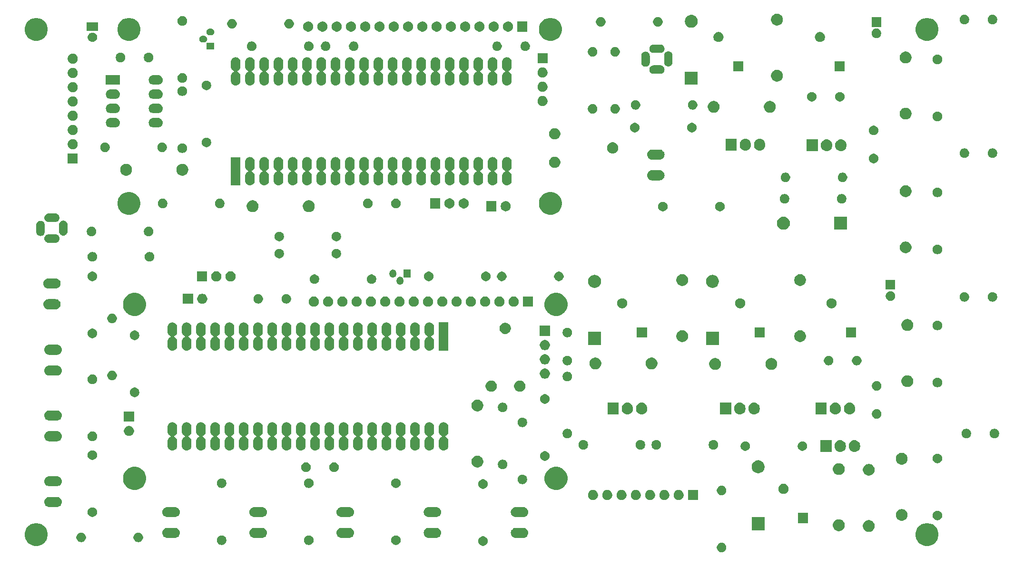
<source format=gbr>
G04 #@! TF.GenerationSoftware,KiCad,Pcbnew,(5.1.5-0-10_14)*
G04 #@! TF.CreationDate,2020-04-28T18:14:51+02:00*
G04 #@! TF.ProjectId,Main_Board_v1_1,4d61696e-5f42-46f6-9172-645f76315f31,rev?*
G04 #@! TF.SameCoordinates,Original*
G04 #@! TF.FileFunction,Soldermask,Bot*
G04 #@! TF.FilePolarity,Negative*
%FSLAX46Y46*%
G04 Gerber Fmt 4.6, Leading zero omitted, Abs format (unit mm)*
G04 Created by KiCad (PCBNEW (5.1.5-0-10_14)) date 2020-04-28 18:14:51*
%MOMM*%
%LPD*%
G04 APERTURE LIST*
%ADD10C,0.100000*%
G04 APERTURE END LIST*
D10*
G36*
X153556082Y-128351086D02*
G01*
X153710954Y-128415236D01*
X153850335Y-128508368D01*
X153968869Y-128626902D01*
X154062001Y-128766283D01*
X154126151Y-128921155D01*
X154158854Y-129085567D01*
X154158854Y-129253199D01*
X154126151Y-129417611D01*
X154062001Y-129572483D01*
X153968869Y-129711864D01*
X153850335Y-129830398D01*
X153710954Y-129923530D01*
X153556082Y-129987680D01*
X153391670Y-130020383D01*
X153224038Y-130020383D01*
X153059626Y-129987680D01*
X152904754Y-129923530D01*
X152765373Y-129830398D01*
X152646839Y-129711864D01*
X152553707Y-129572483D01*
X152489557Y-129417611D01*
X152456854Y-129253199D01*
X152456854Y-129085567D01*
X152489557Y-128921155D01*
X152553707Y-128766283D01*
X152646839Y-128626902D01*
X152765373Y-128508368D01*
X152904754Y-128415236D01*
X153059626Y-128351086D01*
X153224038Y-128318383D01*
X153391670Y-128318383D01*
X153556082Y-128351086D01*
G37*
G36*
X31956108Y-124897201D02*
G01*
X32329365Y-125051809D01*
X32329367Y-125051810D01*
X32665290Y-125276267D01*
X32950970Y-125561947D01*
X33125545Y-125823216D01*
X33175428Y-125897872D01*
X33330036Y-126271129D01*
X33408854Y-126667376D01*
X33408854Y-127071390D01*
X33330036Y-127467637D01*
X33198345Y-127785567D01*
X33175427Y-127840896D01*
X32950970Y-128176819D01*
X32665290Y-128462499D01*
X32329367Y-128686956D01*
X32329366Y-128686957D01*
X32329365Y-128686957D01*
X31956108Y-128841565D01*
X31559861Y-128920383D01*
X31155847Y-128920383D01*
X30759600Y-128841565D01*
X30386343Y-128686957D01*
X30386342Y-128686957D01*
X30386341Y-128686956D01*
X30050418Y-128462499D01*
X29764738Y-128176819D01*
X29540281Y-127840896D01*
X29517363Y-127785567D01*
X29385672Y-127467637D01*
X29306854Y-127071390D01*
X29306854Y-126667376D01*
X29385672Y-126271129D01*
X29540280Y-125897872D01*
X29590164Y-125823216D01*
X29764738Y-125561947D01*
X30050418Y-125276267D01*
X30386341Y-125051810D01*
X30386343Y-125051809D01*
X30759600Y-124897201D01*
X31155847Y-124818383D01*
X31559861Y-124818383D01*
X31956108Y-124897201D01*
G37*
G36*
X190456108Y-124897201D02*
G01*
X190829365Y-125051809D01*
X190829367Y-125051810D01*
X191165290Y-125276267D01*
X191450970Y-125561947D01*
X191625545Y-125823216D01*
X191675428Y-125897872D01*
X191830036Y-126271129D01*
X191908854Y-126667376D01*
X191908854Y-127071390D01*
X191830036Y-127467637D01*
X191698345Y-127785567D01*
X191675427Y-127840896D01*
X191450970Y-128176819D01*
X191165290Y-128462499D01*
X190829367Y-128686956D01*
X190829366Y-128686957D01*
X190829365Y-128686957D01*
X190456108Y-128841565D01*
X190059861Y-128920383D01*
X189655847Y-128920383D01*
X189259600Y-128841565D01*
X188886343Y-128686957D01*
X188886342Y-128686957D01*
X188886341Y-128686956D01*
X188550418Y-128462499D01*
X188264738Y-128176819D01*
X188040281Y-127840896D01*
X188017363Y-127785567D01*
X187885672Y-127467637D01*
X187806854Y-127071390D01*
X187806854Y-126667376D01*
X187885672Y-126271129D01*
X188040280Y-125897872D01*
X188090164Y-125823216D01*
X188264738Y-125561947D01*
X188550418Y-125276267D01*
X188886341Y-125051810D01*
X188886343Y-125051809D01*
X189259600Y-124897201D01*
X189655847Y-124818383D01*
X190059861Y-124818383D01*
X190456108Y-124897201D01*
G37*
G36*
X111106082Y-127211086D02*
G01*
X111260954Y-127275236D01*
X111400335Y-127368368D01*
X111518869Y-127486902D01*
X111612001Y-127626283D01*
X111676151Y-127781155D01*
X111708854Y-127945567D01*
X111708854Y-128113199D01*
X111676151Y-128277611D01*
X111612001Y-128432483D01*
X111518869Y-128571864D01*
X111400335Y-128690398D01*
X111260954Y-128783530D01*
X111106082Y-128847680D01*
X110941670Y-128880383D01*
X110774038Y-128880383D01*
X110609626Y-128847680D01*
X110454754Y-128783530D01*
X110315373Y-128690398D01*
X110196839Y-128571864D01*
X110103707Y-128432483D01*
X110039557Y-128277611D01*
X110006854Y-128113199D01*
X110006854Y-127945567D01*
X110039557Y-127781155D01*
X110103707Y-127626283D01*
X110196839Y-127486902D01*
X110315373Y-127368368D01*
X110454754Y-127275236D01*
X110609626Y-127211086D01*
X110774038Y-127178383D01*
X110941670Y-127178383D01*
X111106082Y-127211086D01*
G37*
G36*
X95606082Y-127051086D02*
G01*
X95760954Y-127115236D01*
X95900335Y-127208368D01*
X96018869Y-127326902D01*
X96112001Y-127466283D01*
X96176151Y-127621155D01*
X96208854Y-127785567D01*
X96208854Y-127953199D01*
X96176151Y-128117611D01*
X96112001Y-128272483D01*
X96018869Y-128411864D01*
X95900335Y-128530398D01*
X95760954Y-128623530D01*
X95606082Y-128687680D01*
X95441670Y-128720383D01*
X95274038Y-128720383D01*
X95109626Y-128687680D01*
X94954754Y-128623530D01*
X94815373Y-128530398D01*
X94696839Y-128411864D01*
X94603707Y-128272483D01*
X94539557Y-128117611D01*
X94506854Y-127953199D01*
X94506854Y-127785567D01*
X94539557Y-127621155D01*
X94603707Y-127466283D01*
X94696839Y-127326902D01*
X94815373Y-127208368D01*
X94954754Y-127115236D01*
X95109626Y-127051086D01*
X95274038Y-127018383D01*
X95441670Y-127018383D01*
X95606082Y-127051086D01*
G37*
G36*
X80106082Y-127051086D02*
G01*
X80260954Y-127115236D01*
X80400335Y-127208368D01*
X80518869Y-127326902D01*
X80612001Y-127466283D01*
X80676151Y-127621155D01*
X80708854Y-127785567D01*
X80708854Y-127953199D01*
X80676151Y-128117611D01*
X80612001Y-128272483D01*
X80518869Y-128411864D01*
X80400335Y-128530398D01*
X80260954Y-128623530D01*
X80106082Y-128687680D01*
X79941670Y-128720383D01*
X79774038Y-128720383D01*
X79609626Y-128687680D01*
X79454754Y-128623530D01*
X79315373Y-128530398D01*
X79196839Y-128411864D01*
X79103707Y-128272483D01*
X79039557Y-128117611D01*
X79006854Y-127953199D01*
X79006854Y-127785567D01*
X79039557Y-127621155D01*
X79103707Y-127466283D01*
X79196839Y-127326902D01*
X79315373Y-127208368D01*
X79454754Y-127115236D01*
X79609626Y-127051086D01*
X79774038Y-127018383D01*
X79941670Y-127018383D01*
X80106082Y-127051086D01*
G37*
G36*
X64606082Y-127051086D02*
G01*
X64760954Y-127115236D01*
X64900335Y-127208368D01*
X65018869Y-127326902D01*
X65112001Y-127466283D01*
X65176151Y-127621155D01*
X65208854Y-127785567D01*
X65208854Y-127953199D01*
X65176151Y-128117611D01*
X65112001Y-128272483D01*
X65018869Y-128411864D01*
X64900335Y-128530398D01*
X64760954Y-128623530D01*
X64606082Y-128687680D01*
X64441670Y-128720383D01*
X64274038Y-128720383D01*
X64109626Y-128687680D01*
X63954754Y-128623530D01*
X63815373Y-128530398D01*
X63696839Y-128411864D01*
X63603707Y-128272483D01*
X63539557Y-128117611D01*
X63506854Y-127953199D01*
X63506854Y-127785567D01*
X63539557Y-127621155D01*
X63603707Y-127466283D01*
X63696839Y-127326902D01*
X63815373Y-127208368D01*
X63954754Y-127115236D01*
X64109626Y-127051086D01*
X64274038Y-127018383D01*
X64441670Y-127018383D01*
X64606082Y-127051086D01*
G37*
G36*
X49766082Y-126551086D02*
G01*
X49920954Y-126615236D01*
X50060335Y-126708368D01*
X50178869Y-126826902D01*
X50272001Y-126966283D01*
X50336151Y-127121155D01*
X50368854Y-127285567D01*
X50368854Y-127453199D01*
X50336151Y-127617611D01*
X50272001Y-127772483D01*
X50178869Y-127911864D01*
X50060335Y-128030398D01*
X49920954Y-128123530D01*
X49766082Y-128187680D01*
X49601670Y-128220383D01*
X49434038Y-128220383D01*
X49269626Y-128187680D01*
X49114754Y-128123530D01*
X48975373Y-128030398D01*
X48856839Y-127911864D01*
X48763707Y-127772483D01*
X48699557Y-127617611D01*
X48666854Y-127453199D01*
X48666854Y-127285567D01*
X48699557Y-127121155D01*
X48763707Y-126966283D01*
X48856839Y-126826902D01*
X48975373Y-126708368D01*
X49114754Y-126615236D01*
X49269626Y-126551086D01*
X49434038Y-126518383D01*
X49601670Y-126518383D01*
X49766082Y-126551086D01*
G37*
G36*
X39606082Y-126551086D02*
G01*
X39760954Y-126615236D01*
X39900335Y-126708368D01*
X40018869Y-126826902D01*
X40112001Y-126966283D01*
X40176151Y-127121155D01*
X40208854Y-127285567D01*
X40208854Y-127453199D01*
X40176151Y-127617611D01*
X40112001Y-127772483D01*
X40018869Y-127911864D01*
X39900335Y-128030398D01*
X39760954Y-128123530D01*
X39606082Y-128187680D01*
X39441670Y-128220383D01*
X39274038Y-128220383D01*
X39109626Y-128187680D01*
X38954754Y-128123530D01*
X38815373Y-128030398D01*
X38696839Y-127911864D01*
X38603707Y-127772483D01*
X38539557Y-127617611D01*
X38506854Y-127453199D01*
X38506854Y-127285567D01*
X38539557Y-127121155D01*
X38603707Y-126966283D01*
X38696839Y-126826902D01*
X38815373Y-126708368D01*
X38954754Y-126615236D01*
X39109626Y-126551086D01*
X39274038Y-126518383D01*
X39441670Y-126518383D01*
X39606082Y-126551086D01*
G37*
G36*
X87118296Y-125674901D02*
G01*
X87184481Y-125681420D01*
X87354320Y-125732940D01*
X87510845Y-125816605D01*
X87546583Y-125845935D01*
X87648040Y-125929197D01*
X87702334Y-125995356D01*
X87760632Y-126066392D01*
X87844297Y-126222917D01*
X87895817Y-126392756D01*
X87913213Y-126569383D01*
X87895817Y-126746010D01*
X87844297Y-126915849D01*
X87760632Y-127072374D01*
X87731302Y-127108112D01*
X87648040Y-127209569D01*
X87546583Y-127292831D01*
X87510845Y-127322161D01*
X87354320Y-127405826D01*
X87184481Y-127457346D01*
X87118297Y-127463864D01*
X87052114Y-127470383D01*
X85663594Y-127470383D01*
X85597411Y-127463864D01*
X85531227Y-127457346D01*
X85361388Y-127405826D01*
X85204863Y-127322161D01*
X85169125Y-127292831D01*
X85067668Y-127209569D01*
X84984406Y-127108112D01*
X84955076Y-127072374D01*
X84871411Y-126915849D01*
X84819891Y-126746010D01*
X84802495Y-126569383D01*
X84819891Y-126392756D01*
X84871411Y-126222917D01*
X84955076Y-126066392D01*
X85013374Y-125995356D01*
X85067668Y-125929197D01*
X85169125Y-125845935D01*
X85204863Y-125816605D01*
X85361388Y-125732940D01*
X85531227Y-125681420D01*
X85597412Y-125674901D01*
X85663594Y-125668383D01*
X87052114Y-125668383D01*
X87118296Y-125674901D01*
G37*
G36*
X102618296Y-125674901D02*
G01*
X102684481Y-125681420D01*
X102854320Y-125732940D01*
X103010845Y-125816605D01*
X103046583Y-125845935D01*
X103148040Y-125929197D01*
X103202334Y-125995356D01*
X103260632Y-126066392D01*
X103344297Y-126222917D01*
X103395817Y-126392756D01*
X103413213Y-126569383D01*
X103395817Y-126746010D01*
X103344297Y-126915849D01*
X103260632Y-127072374D01*
X103231302Y-127108112D01*
X103148040Y-127209569D01*
X103046583Y-127292831D01*
X103010845Y-127322161D01*
X102854320Y-127405826D01*
X102684481Y-127457346D01*
X102618297Y-127463864D01*
X102552114Y-127470383D01*
X101163594Y-127470383D01*
X101097411Y-127463864D01*
X101031227Y-127457346D01*
X100861388Y-127405826D01*
X100704863Y-127322161D01*
X100669125Y-127292831D01*
X100567668Y-127209569D01*
X100484406Y-127108112D01*
X100455076Y-127072374D01*
X100371411Y-126915849D01*
X100319891Y-126746010D01*
X100302495Y-126569383D01*
X100319891Y-126392756D01*
X100371411Y-126222917D01*
X100455076Y-126066392D01*
X100513374Y-125995356D01*
X100567668Y-125929197D01*
X100669125Y-125845935D01*
X100704863Y-125816605D01*
X100861388Y-125732940D01*
X101031227Y-125681420D01*
X101097412Y-125674901D01*
X101163594Y-125668383D01*
X102552114Y-125668383D01*
X102618296Y-125674901D01*
G37*
G36*
X71618296Y-125674901D02*
G01*
X71684481Y-125681420D01*
X71854320Y-125732940D01*
X72010845Y-125816605D01*
X72046583Y-125845935D01*
X72148040Y-125929197D01*
X72202334Y-125995356D01*
X72260632Y-126066392D01*
X72344297Y-126222917D01*
X72395817Y-126392756D01*
X72413213Y-126569383D01*
X72395817Y-126746010D01*
X72344297Y-126915849D01*
X72260632Y-127072374D01*
X72231302Y-127108112D01*
X72148040Y-127209569D01*
X72046583Y-127292831D01*
X72010845Y-127322161D01*
X71854320Y-127405826D01*
X71684481Y-127457346D01*
X71618297Y-127463864D01*
X71552114Y-127470383D01*
X70163594Y-127470383D01*
X70097411Y-127463864D01*
X70031227Y-127457346D01*
X69861388Y-127405826D01*
X69704863Y-127322161D01*
X69669125Y-127292831D01*
X69567668Y-127209569D01*
X69484406Y-127108112D01*
X69455076Y-127072374D01*
X69371411Y-126915849D01*
X69319891Y-126746010D01*
X69302495Y-126569383D01*
X69319891Y-126392756D01*
X69371411Y-126222917D01*
X69455076Y-126066392D01*
X69513374Y-125995356D01*
X69567668Y-125929197D01*
X69669125Y-125845935D01*
X69704863Y-125816605D01*
X69861388Y-125732940D01*
X70031227Y-125681420D01*
X70097412Y-125674901D01*
X70163594Y-125668383D01*
X71552114Y-125668383D01*
X71618296Y-125674901D01*
G37*
G36*
X56118296Y-125674901D02*
G01*
X56184481Y-125681420D01*
X56354320Y-125732940D01*
X56510845Y-125816605D01*
X56546583Y-125845935D01*
X56648040Y-125929197D01*
X56702334Y-125995356D01*
X56760632Y-126066392D01*
X56844297Y-126222917D01*
X56895817Y-126392756D01*
X56913213Y-126569383D01*
X56895817Y-126746010D01*
X56844297Y-126915849D01*
X56760632Y-127072374D01*
X56731302Y-127108112D01*
X56648040Y-127209569D01*
X56546583Y-127292831D01*
X56510845Y-127322161D01*
X56354320Y-127405826D01*
X56184481Y-127457346D01*
X56118297Y-127463864D01*
X56052114Y-127470383D01*
X54663594Y-127470383D01*
X54597411Y-127463864D01*
X54531227Y-127457346D01*
X54361388Y-127405826D01*
X54204863Y-127322161D01*
X54169125Y-127292831D01*
X54067668Y-127209569D01*
X53984406Y-127108112D01*
X53955076Y-127072374D01*
X53871411Y-126915849D01*
X53819891Y-126746010D01*
X53802495Y-126569383D01*
X53819891Y-126392756D01*
X53871411Y-126222917D01*
X53955076Y-126066392D01*
X54013374Y-125995356D01*
X54067668Y-125929197D01*
X54169125Y-125845935D01*
X54204863Y-125816605D01*
X54361388Y-125732940D01*
X54531227Y-125681420D01*
X54597412Y-125674901D01*
X54663594Y-125668383D01*
X56052114Y-125668383D01*
X56118296Y-125674901D01*
G37*
G36*
X118118296Y-125674901D02*
G01*
X118184481Y-125681420D01*
X118354320Y-125732940D01*
X118510845Y-125816605D01*
X118546583Y-125845935D01*
X118648040Y-125929197D01*
X118702334Y-125995356D01*
X118760632Y-126066392D01*
X118844297Y-126222917D01*
X118895817Y-126392756D01*
X118913213Y-126569383D01*
X118895817Y-126746010D01*
X118844297Y-126915849D01*
X118760632Y-127072374D01*
X118731302Y-127108112D01*
X118648040Y-127209569D01*
X118546583Y-127292831D01*
X118510845Y-127322161D01*
X118354320Y-127405826D01*
X118184481Y-127457346D01*
X118118297Y-127463864D01*
X118052114Y-127470383D01*
X116663594Y-127470383D01*
X116597411Y-127463864D01*
X116531227Y-127457346D01*
X116361388Y-127405826D01*
X116204863Y-127322161D01*
X116169125Y-127292831D01*
X116067668Y-127209569D01*
X115984406Y-127108112D01*
X115955076Y-127072374D01*
X115871411Y-126915849D01*
X115819891Y-126746010D01*
X115802495Y-126569383D01*
X115819891Y-126392756D01*
X115871411Y-126222917D01*
X115955076Y-126066392D01*
X116013374Y-125995356D01*
X116067668Y-125929197D01*
X116169125Y-125845935D01*
X116204863Y-125816605D01*
X116361388Y-125732940D01*
X116531227Y-125681420D01*
X116597412Y-125674901D01*
X116663594Y-125668383D01*
X118052114Y-125668383D01*
X118118296Y-125674901D01*
G37*
G36*
X179810418Y-124314772D02*
G01*
X180001687Y-124393998D01*
X180001689Y-124393999D01*
X180041175Y-124420383D01*
X180173827Y-124509018D01*
X180320219Y-124655410D01*
X180435239Y-124827550D01*
X180514465Y-125018819D01*
X180554854Y-125221867D01*
X180554854Y-125428899D01*
X180514465Y-125631947D01*
X180487844Y-125696216D01*
X180435238Y-125823218D01*
X180320219Y-125995356D01*
X180173827Y-126141748D01*
X180001689Y-126256767D01*
X180001688Y-126256768D01*
X180001687Y-126256768D01*
X179810418Y-126335994D01*
X179607370Y-126376383D01*
X179400338Y-126376383D01*
X179197290Y-126335994D01*
X179006021Y-126256768D01*
X179006020Y-126256768D01*
X179006019Y-126256767D01*
X178833881Y-126141748D01*
X178687489Y-125995356D01*
X178572470Y-125823218D01*
X178519864Y-125696216D01*
X178493243Y-125631947D01*
X178452854Y-125428899D01*
X178452854Y-125221867D01*
X178493243Y-125018819D01*
X178572469Y-124827550D01*
X178687489Y-124655410D01*
X178833881Y-124509018D01*
X178966533Y-124420383D01*
X179006019Y-124393999D01*
X179006021Y-124393998D01*
X179197290Y-124314772D01*
X179400338Y-124274383D01*
X179607370Y-124274383D01*
X179810418Y-124314772D01*
G37*
G36*
X174476418Y-124187772D02*
G01*
X174667687Y-124266998D01*
X174667689Y-124266999D01*
X174839827Y-124382018D01*
X174986219Y-124528410D01*
X175071078Y-124655410D01*
X175101239Y-124700550D01*
X175180465Y-124891819D01*
X175220854Y-125094867D01*
X175220854Y-125301899D01*
X175180465Y-125504947D01*
X175101239Y-125696216D01*
X175101238Y-125696218D01*
X174986219Y-125868356D01*
X174839827Y-126014748D01*
X174667689Y-126129767D01*
X174667688Y-126129768D01*
X174667687Y-126129768D01*
X174476418Y-126208994D01*
X174273370Y-126249383D01*
X174066338Y-126249383D01*
X173863290Y-126208994D01*
X173672021Y-126129768D01*
X173672020Y-126129768D01*
X173672019Y-126129767D01*
X173499881Y-126014748D01*
X173353489Y-125868356D01*
X173238470Y-125696218D01*
X173238469Y-125696216D01*
X173159243Y-125504947D01*
X173118854Y-125301899D01*
X173118854Y-125094867D01*
X173159243Y-124891819D01*
X173238469Y-124700550D01*
X173268631Y-124655410D01*
X173353489Y-124528410D01*
X173499881Y-124382018D01*
X173672019Y-124266999D01*
X173672021Y-124266998D01*
X173863290Y-124187772D01*
X174066338Y-124147383D01*
X174273370Y-124147383D01*
X174476418Y-124187772D01*
G37*
G36*
X160969854Y-126095383D02*
G01*
X158667854Y-126095383D01*
X158667854Y-123793383D01*
X160969854Y-123793383D01*
X160969854Y-126095383D01*
G37*
G36*
X168720854Y-124829383D02*
G01*
X166918854Y-124829383D01*
X166918854Y-123027383D01*
X168720854Y-123027383D01*
X168720854Y-124829383D01*
G37*
G36*
X185664418Y-122358772D02*
G01*
X185855687Y-122437998D01*
X185855689Y-122437999D01*
X185898019Y-122466283D01*
X186027827Y-122553018D01*
X186174219Y-122699410D01*
X186289239Y-122871550D01*
X186368465Y-123062819D01*
X186408854Y-123265867D01*
X186408854Y-123472899D01*
X186368465Y-123675947D01*
X186289239Y-123867216D01*
X186289238Y-123867218D01*
X186174219Y-124039356D01*
X186027827Y-124185748D01*
X185855689Y-124300767D01*
X185855688Y-124300768D01*
X185855687Y-124300768D01*
X185664418Y-124379994D01*
X185461370Y-124420383D01*
X185254338Y-124420383D01*
X185051290Y-124379994D01*
X184860021Y-124300768D01*
X184860020Y-124300768D01*
X184860019Y-124300767D01*
X184687881Y-124185748D01*
X184541489Y-124039356D01*
X184426470Y-123867218D01*
X184426469Y-123867216D01*
X184347243Y-123675947D01*
X184306854Y-123472899D01*
X184306854Y-123265867D01*
X184347243Y-123062819D01*
X184426469Y-122871550D01*
X184541489Y-122699410D01*
X184687881Y-122553018D01*
X184817689Y-122466283D01*
X184860019Y-122437999D01*
X184860021Y-122437998D01*
X185051290Y-122358772D01*
X185254338Y-122318383D01*
X185461370Y-122318383D01*
X185664418Y-122358772D01*
G37*
G36*
X191956082Y-122651086D02*
G01*
X192110954Y-122715236D01*
X192250335Y-122808368D01*
X192368869Y-122926902D01*
X192462001Y-123066283D01*
X192526151Y-123221155D01*
X192558854Y-123385567D01*
X192558854Y-123553199D01*
X192526151Y-123717611D01*
X192462001Y-123872483D01*
X192368869Y-124011864D01*
X192250335Y-124130398D01*
X192110954Y-124223530D01*
X191956082Y-124287680D01*
X191791670Y-124320383D01*
X191624038Y-124320383D01*
X191459626Y-124287680D01*
X191304754Y-124223530D01*
X191165373Y-124130398D01*
X191046839Y-124011864D01*
X190953707Y-123872483D01*
X190889557Y-123717611D01*
X190856854Y-123553199D01*
X190856854Y-123385567D01*
X190889557Y-123221155D01*
X190953707Y-123066283D01*
X191046839Y-122926902D01*
X191165373Y-122808368D01*
X191304754Y-122715236D01*
X191459626Y-122651086D01*
X191624038Y-122618383D01*
X191791670Y-122618383D01*
X191956082Y-122651086D01*
G37*
G36*
X118118296Y-121974901D02*
G01*
X118184481Y-121981420D01*
X118354320Y-122032940D01*
X118510845Y-122116605D01*
X118546583Y-122145935D01*
X118648040Y-122229197D01*
X118721232Y-122318383D01*
X118760632Y-122366392D01*
X118844297Y-122522917D01*
X118895817Y-122692756D01*
X118913213Y-122869383D01*
X118895817Y-123046010D01*
X118844297Y-123215849D01*
X118760632Y-123372374D01*
X118731302Y-123408112D01*
X118648040Y-123509569D01*
X118546583Y-123592831D01*
X118510845Y-123622161D01*
X118354320Y-123705826D01*
X118184481Y-123757346D01*
X118118297Y-123763864D01*
X118052114Y-123770383D01*
X116663594Y-123770383D01*
X116597411Y-123763864D01*
X116531227Y-123757346D01*
X116361388Y-123705826D01*
X116204863Y-123622161D01*
X116169125Y-123592831D01*
X116067668Y-123509569D01*
X115984406Y-123408112D01*
X115955076Y-123372374D01*
X115871411Y-123215849D01*
X115819891Y-123046010D01*
X115802495Y-122869383D01*
X115819891Y-122692756D01*
X115871411Y-122522917D01*
X115955076Y-122366392D01*
X115994476Y-122318383D01*
X116067668Y-122229197D01*
X116169125Y-122145935D01*
X116204863Y-122116605D01*
X116361388Y-122032940D01*
X116531227Y-121981420D01*
X116597412Y-121974901D01*
X116663594Y-121968383D01*
X118052114Y-121968383D01*
X118118296Y-121974901D01*
G37*
G36*
X102618296Y-121974901D02*
G01*
X102684481Y-121981420D01*
X102854320Y-122032940D01*
X103010845Y-122116605D01*
X103046583Y-122145935D01*
X103148040Y-122229197D01*
X103221232Y-122318383D01*
X103260632Y-122366392D01*
X103344297Y-122522917D01*
X103395817Y-122692756D01*
X103413213Y-122869383D01*
X103395817Y-123046010D01*
X103344297Y-123215849D01*
X103260632Y-123372374D01*
X103231302Y-123408112D01*
X103148040Y-123509569D01*
X103046583Y-123592831D01*
X103010845Y-123622161D01*
X102854320Y-123705826D01*
X102684481Y-123757346D01*
X102618297Y-123763864D01*
X102552114Y-123770383D01*
X101163594Y-123770383D01*
X101097411Y-123763864D01*
X101031227Y-123757346D01*
X100861388Y-123705826D01*
X100704863Y-123622161D01*
X100669125Y-123592831D01*
X100567668Y-123509569D01*
X100484406Y-123408112D01*
X100455076Y-123372374D01*
X100371411Y-123215849D01*
X100319891Y-123046010D01*
X100302495Y-122869383D01*
X100319891Y-122692756D01*
X100371411Y-122522917D01*
X100455076Y-122366392D01*
X100494476Y-122318383D01*
X100567668Y-122229197D01*
X100669125Y-122145935D01*
X100704863Y-122116605D01*
X100861388Y-122032940D01*
X101031227Y-121981420D01*
X101097412Y-121974901D01*
X101163594Y-121968383D01*
X102552114Y-121968383D01*
X102618296Y-121974901D01*
G37*
G36*
X56118296Y-121974901D02*
G01*
X56184481Y-121981420D01*
X56354320Y-122032940D01*
X56510845Y-122116605D01*
X56546583Y-122145935D01*
X56648040Y-122229197D01*
X56721232Y-122318383D01*
X56760632Y-122366392D01*
X56844297Y-122522917D01*
X56895817Y-122692756D01*
X56913213Y-122869383D01*
X56895817Y-123046010D01*
X56844297Y-123215849D01*
X56760632Y-123372374D01*
X56731302Y-123408112D01*
X56648040Y-123509569D01*
X56546583Y-123592831D01*
X56510845Y-123622161D01*
X56354320Y-123705826D01*
X56184481Y-123757346D01*
X56118297Y-123763864D01*
X56052114Y-123770383D01*
X54663594Y-123770383D01*
X54597411Y-123763864D01*
X54531227Y-123757346D01*
X54361388Y-123705826D01*
X54204863Y-123622161D01*
X54169125Y-123592831D01*
X54067668Y-123509569D01*
X53984406Y-123408112D01*
X53955076Y-123372374D01*
X53871411Y-123215849D01*
X53819891Y-123046010D01*
X53802495Y-122869383D01*
X53819891Y-122692756D01*
X53871411Y-122522917D01*
X53955076Y-122366392D01*
X53994476Y-122318383D01*
X54067668Y-122229197D01*
X54169125Y-122145935D01*
X54204863Y-122116605D01*
X54361388Y-122032940D01*
X54531227Y-121981420D01*
X54597412Y-121974901D01*
X54663594Y-121968383D01*
X56052114Y-121968383D01*
X56118296Y-121974901D01*
G37*
G36*
X87118296Y-121974901D02*
G01*
X87184481Y-121981420D01*
X87354320Y-122032940D01*
X87510845Y-122116605D01*
X87546583Y-122145935D01*
X87648040Y-122229197D01*
X87721232Y-122318383D01*
X87760632Y-122366392D01*
X87844297Y-122522917D01*
X87895817Y-122692756D01*
X87913213Y-122869383D01*
X87895817Y-123046010D01*
X87844297Y-123215849D01*
X87760632Y-123372374D01*
X87731302Y-123408112D01*
X87648040Y-123509569D01*
X87546583Y-123592831D01*
X87510845Y-123622161D01*
X87354320Y-123705826D01*
X87184481Y-123757346D01*
X87118297Y-123763864D01*
X87052114Y-123770383D01*
X85663594Y-123770383D01*
X85597411Y-123763864D01*
X85531227Y-123757346D01*
X85361388Y-123705826D01*
X85204863Y-123622161D01*
X85169125Y-123592831D01*
X85067668Y-123509569D01*
X84984406Y-123408112D01*
X84955076Y-123372374D01*
X84871411Y-123215849D01*
X84819891Y-123046010D01*
X84802495Y-122869383D01*
X84819891Y-122692756D01*
X84871411Y-122522917D01*
X84955076Y-122366392D01*
X84994476Y-122318383D01*
X85067668Y-122229197D01*
X85169125Y-122145935D01*
X85204863Y-122116605D01*
X85361388Y-122032940D01*
X85531227Y-121981420D01*
X85597412Y-121974901D01*
X85663594Y-121968383D01*
X87052114Y-121968383D01*
X87118296Y-121974901D01*
G37*
G36*
X71618296Y-121974901D02*
G01*
X71684481Y-121981420D01*
X71854320Y-122032940D01*
X72010845Y-122116605D01*
X72046583Y-122145935D01*
X72148040Y-122229197D01*
X72221232Y-122318383D01*
X72260632Y-122366392D01*
X72344297Y-122522917D01*
X72395817Y-122692756D01*
X72413213Y-122869383D01*
X72395817Y-123046010D01*
X72344297Y-123215849D01*
X72260632Y-123372374D01*
X72231302Y-123408112D01*
X72148040Y-123509569D01*
X72046583Y-123592831D01*
X72010845Y-123622161D01*
X71854320Y-123705826D01*
X71684481Y-123757346D01*
X71618297Y-123763864D01*
X71552114Y-123770383D01*
X70163594Y-123770383D01*
X70097411Y-123763864D01*
X70031227Y-123757346D01*
X69861388Y-123705826D01*
X69704863Y-123622161D01*
X69669125Y-123592831D01*
X69567668Y-123509569D01*
X69484406Y-123408112D01*
X69455076Y-123372374D01*
X69371411Y-123215849D01*
X69319891Y-123046010D01*
X69302495Y-122869383D01*
X69319891Y-122692756D01*
X69371411Y-122522917D01*
X69455076Y-122366392D01*
X69494476Y-122318383D01*
X69567668Y-122229197D01*
X69669125Y-122145935D01*
X69704863Y-122116605D01*
X69861388Y-122032940D01*
X70031227Y-121981420D01*
X70097412Y-121974901D01*
X70163594Y-121968383D01*
X71552114Y-121968383D01*
X71618296Y-121974901D01*
G37*
G36*
X41606082Y-122051086D02*
G01*
X41760954Y-122115236D01*
X41900335Y-122208368D01*
X42018869Y-122326902D01*
X42112001Y-122466283D01*
X42176151Y-122621155D01*
X42208854Y-122785567D01*
X42208854Y-122953199D01*
X42176151Y-123117611D01*
X42112001Y-123272483D01*
X42018869Y-123411864D01*
X41900335Y-123530398D01*
X41760954Y-123623530D01*
X41606082Y-123687680D01*
X41441670Y-123720383D01*
X41274038Y-123720383D01*
X41109626Y-123687680D01*
X40954754Y-123623530D01*
X40815373Y-123530398D01*
X40696839Y-123411864D01*
X40603707Y-123272483D01*
X40539557Y-123117611D01*
X40506854Y-122953199D01*
X40506854Y-122785567D01*
X40539557Y-122621155D01*
X40603707Y-122466283D01*
X40696839Y-122326902D01*
X40815373Y-122208368D01*
X40954754Y-122115236D01*
X41109626Y-122051086D01*
X41274038Y-122018383D01*
X41441670Y-122018383D01*
X41606082Y-122051086D01*
G37*
G36*
X35118297Y-120174902D02*
G01*
X35184481Y-120181420D01*
X35354320Y-120232940D01*
X35510845Y-120316605D01*
X35546583Y-120345935D01*
X35648040Y-120429197D01*
X35721931Y-120519235D01*
X35760632Y-120566392D01*
X35760633Y-120566394D01*
X35824436Y-120685759D01*
X35844297Y-120722917D01*
X35895817Y-120892756D01*
X35913213Y-121069383D01*
X35895817Y-121246010D01*
X35844297Y-121415849D01*
X35760632Y-121572374D01*
X35731302Y-121608112D01*
X35648040Y-121709569D01*
X35546583Y-121792831D01*
X35510845Y-121822161D01*
X35354320Y-121905826D01*
X35184481Y-121957346D01*
X35118296Y-121963865D01*
X35052114Y-121970383D01*
X33663594Y-121970383D01*
X33597412Y-121963865D01*
X33531227Y-121957346D01*
X33361388Y-121905826D01*
X33204863Y-121822161D01*
X33169125Y-121792831D01*
X33067668Y-121709569D01*
X32984406Y-121608112D01*
X32955076Y-121572374D01*
X32871411Y-121415849D01*
X32819891Y-121246010D01*
X32802495Y-121069383D01*
X32819891Y-120892756D01*
X32871411Y-120722917D01*
X32891273Y-120685759D01*
X32955075Y-120566394D01*
X32955076Y-120566392D01*
X32993777Y-120519235D01*
X33067668Y-120429197D01*
X33169125Y-120345935D01*
X33204863Y-120316605D01*
X33361388Y-120232940D01*
X33531227Y-120181420D01*
X33597411Y-120174902D01*
X33663594Y-120168383D01*
X35052114Y-120168383D01*
X35118297Y-120174902D01*
G37*
G36*
X149108854Y-120720383D02*
G01*
X147306854Y-120720383D01*
X147306854Y-118918383D01*
X149108854Y-118918383D01*
X149108854Y-120720383D01*
G37*
G36*
X143241366Y-118923310D02*
G01*
X143390666Y-118953007D01*
X143554638Y-119020927D01*
X143702208Y-119119530D01*
X143827707Y-119245029D01*
X143926310Y-119392599D01*
X143994230Y-119556571D01*
X144028854Y-119730642D01*
X144028854Y-119908124D01*
X143994230Y-120082195D01*
X143926310Y-120246167D01*
X143827707Y-120393737D01*
X143702208Y-120519236D01*
X143554638Y-120617839D01*
X143390666Y-120685759D01*
X143241366Y-120715456D01*
X143216596Y-120720383D01*
X143039112Y-120720383D01*
X143014342Y-120715456D01*
X142865042Y-120685759D01*
X142701070Y-120617839D01*
X142553500Y-120519236D01*
X142428001Y-120393737D01*
X142329398Y-120246167D01*
X142261478Y-120082195D01*
X142226854Y-119908124D01*
X142226854Y-119730642D01*
X142261478Y-119556571D01*
X142329398Y-119392599D01*
X142428001Y-119245029D01*
X142553500Y-119119530D01*
X142701070Y-119020927D01*
X142865042Y-118953007D01*
X143014342Y-118923310D01*
X143039112Y-118918383D01*
X143216596Y-118918383D01*
X143241366Y-118923310D01*
G37*
G36*
X140701366Y-118923310D02*
G01*
X140850666Y-118953007D01*
X141014638Y-119020927D01*
X141162208Y-119119530D01*
X141287707Y-119245029D01*
X141386310Y-119392599D01*
X141454230Y-119556571D01*
X141488854Y-119730642D01*
X141488854Y-119908124D01*
X141454230Y-120082195D01*
X141386310Y-120246167D01*
X141287707Y-120393737D01*
X141162208Y-120519236D01*
X141014638Y-120617839D01*
X140850666Y-120685759D01*
X140701366Y-120715456D01*
X140676596Y-120720383D01*
X140499112Y-120720383D01*
X140474342Y-120715456D01*
X140325042Y-120685759D01*
X140161070Y-120617839D01*
X140013500Y-120519236D01*
X139888001Y-120393737D01*
X139789398Y-120246167D01*
X139721478Y-120082195D01*
X139686854Y-119908124D01*
X139686854Y-119730642D01*
X139721478Y-119556571D01*
X139789398Y-119392599D01*
X139888001Y-119245029D01*
X140013500Y-119119530D01*
X140161070Y-119020927D01*
X140325042Y-118953007D01*
X140474342Y-118923310D01*
X140499112Y-118918383D01*
X140676596Y-118918383D01*
X140701366Y-118923310D01*
G37*
G36*
X138161366Y-118923310D02*
G01*
X138310666Y-118953007D01*
X138474638Y-119020927D01*
X138622208Y-119119530D01*
X138747707Y-119245029D01*
X138846310Y-119392599D01*
X138914230Y-119556571D01*
X138948854Y-119730642D01*
X138948854Y-119908124D01*
X138914230Y-120082195D01*
X138846310Y-120246167D01*
X138747707Y-120393737D01*
X138622208Y-120519236D01*
X138474638Y-120617839D01*
X138310666Y-120685759D01*
X138161366Y-120715456D01*
X138136596Y-120720383D01*
X137959112Y-120720383D01*
X137934342Y-120715456D01*
X137785042Y-120685759D01*
X137621070Y-120617839D01*
X137473500Y-120519236D01*
X137348001Y-120393737D01*
X137249398Y-120246167D01*
X137181478Y-120082195D01*
X137146854Y-119908124D01*
X137146854Y-119730642D01*
X137181478Y-119556571D01*
X137249398Y-119392599D01*
X137348001Y-119245029D01*
X137473500Y-119119530D01*
X137621070Y-119020927D01*
X137785042Y-118953007D01*
X137934342Y-118923310D01*
X137959112Y-118918383D01*
X138136596Y-118918383D01*
X138161366Y-118923310D01*
G37*
G36*
X145781366Y-118923310D02*
G01*
X145930666Y-118953007D01*
X146094638Y-119020927D01*
X146242208Y-119119530D01*
X146367707Y-119245029D01*
X146466310Y-119392599D01*
X146534230Y-119556571D01*
X146568854Y-119730642D01*
X146568854Y-119908124D01*
X146534230Y-120082195D01*
X146466310Y-120246167D01*
X146367707Y-120393737D01*
X146242208Y-120519236D01*
X146094638Y-120617839D01*
X145930666Y-120685759D01*
X145781366Y-120715456D01*
X145756596Y-120720383D01*
X145579112Y-120720383D01*
X145554342Y-120715456D01*
X145405042Y-120685759D01*
X145241070Y-120617839D01*
X145093500Y-120519236D01*
X144968001Y-120393737D01*
X144869398Y-120246167D01*
X144801478Y-120082195D01*
X144766854Y-119908124D01*
X144766854Y-119730642D01*
X144801478Y-119556571D01*
X144869398Y-119392599D01*
X144968001Y-119245029D01*
X145093500Y-119119530D01*
X145241070Y-119020927D01*
X145405042Y-118953007D01*
X145554342Y-118923310D01*
X145579112Y-118918383D01*
X145756596Y-118918383D01*
X145781366Y-118923310D01*
G37*
G36*
X135621366Y-118923310D02*
G01*
X135770666Y-118953007D01*
X135934638Y-119020927D01*
X136082208Y-119119530D01*
X136207707Y-119245029D01*
X136306310Y-119392599D01*
X136374230Y-119556571D01*
X136408854Y-119730642D01*
X136408854Y-119908124D01*
X136374230Y-120082195D01*
X136306310Y-120246167D01*
X136207707Y-120393737D01*
X136082208Y-120519236D01*
X135934638Y-120617839D01*
X135770666Y-120685759D01*
X135621366Y-120715456D01*
X135596596Y-120720383D01*
X135419112Y-120720383D01*
X135394342Y-120715456D01*
X135245042Y-120685759D01*
X135081070Y-120617839D01*
X134933500Y-120519236D01*
X134808001Y-120393737D01*
X134709398Y-120246167D01*
X134641478Y-120082195D01*
X134606854Y-119908124D01*
X134606854Y-119730642D01*
X134641478Y-119556571D01*
X134709398Y-119392599D01*
X134808001Y-119245029D01*
X134933500Y-119119530D01*
X135081070Y-119020927D01*
X135245042Y-118953007D01*
X135394342Y-118923310D01*
X135419112Y-118918383D01*
X135596596Y-118918383D01*
X135621366Y-118923310D01*
G37*
G36*
X130541366Y-118923310D02*
G01*
X130690666Y-118953007D01*
X130854638Y-119020927D01*
X131002208Y-119119530D01*
X131127707Y-119245029D01*
X131226310Y-119392599D01*
X131294230Y-119556571D01*
X131328854Y-119730642D01*
X131328854Y-119908124D01*
X131294230Y-120082195D01*
X131226310Y-120246167D01*
X131127707Y-120393737D01*
X131002208Y-120519236D01*
X130854638Y-120617839D01*
X130690666Y-120685759D01*
X130541366Y-120715456D01*
X130516596Y-120720383D01*
X130339112Y-120720383D01*
X130314342Y-120715456D01*
X130165042Y-120685759D01*
X130001070Y-120617839D01*
X129853500Y-120519236D01*
X129728001Y-120393737D01*
X129629398Y-120246167D01*
X129561478Y-120082195D01*
X129526854Y-119908124D01*
X129526854Y-119730642D01*
X129561478Y-119556571D01*
X129629398Y-119392599D01*
X129728001Y-119245029D01*
X129853500Y-119119530D01*
X130001070Y-119020927D01*
X130165042Y-118953007D01*
X130314342Y-118923310D01*
X130339112Y-118918383D01*
X130516596Y-118918383D01*
X130541366Y-118923310D01*
G37*
G36*
X133081366Y-118923310D02*
G01*
X133230666Y-118953007D01*
X133394638Y-119020927D01*
X133542208Y-119119530D01*
X133667707Y-119245029D01*
X133766310Y-119392599D01*
X133834230Y-119556571D01*
X133868854Y-119730642D01*
X133868854Y-119908124D01*
X133834230Y-120082195D01*
X133766310Y-120246167D01*
X133667707Y-120393737D01*
X133542208Y-120519236D01*
X133394638Y-120617839D01*
X133230666Y-120685759D01*
X133081366Y-120715456D01*
X133056596Y-120720383D01*
X132879112Y-120720383D01*
X132854342Y-120715456D01*
X132705042Y-120685759D01*
X132541070Y-120617839D01*
X132393500Y-120519236D01*
X132268001Y-120393737D01*
X132169398Y-120246167D01*
X132101478Y-120082195D01*
X132066854Y-119908124D01*
X132066854Y-119730642D01*
X132101478Y-119556571D01*
X132169398Y-119392599D01*
X132268001Y-119245029D01*
X132393500Y-119119530D01*
X132541070Y-119020927D01*
X132705042Y-118953007D01*
X132854342Y-118923310D01*
X132879112Y-118918383D01*
X133056596Y-118918383D01*
X133081366Y-118923310D01*
G37*
G36*
X153556082Y-118191086D02*
G01*
X153710954Y-118255236D01*
X153850335Y-118348368D01*
X153968869Y-118466902D01*
X154062001Y-118606283D01*
X154126151Y-118761155D01*
X154158854Y-118925567D01*
X154158854Y-119093199D01*
X154126151Y-119257611D01*
X154062001Y-119412483D01*
X153968869Y-119551864D01*
X153850335Y-119670398D01*
X153710954Y-119763530D01*
X153556082Y-119827680D01*
X153391670Y-119860383D01*
X153224038Y-119860383D01*
X153059626Y-119827680D01*
X152904754Y-119763530D01*
X152765373Y-119670398D01*
X152646839Y-119551864D01*
X152553707Y-119412483D01*
X152489557Y-119257611D01*
X152456854Y-119093199D01*
X152456854Y-118925567D01*
X152489557Y-118761155D01*
X152553707Y-118606283D01*
X152646839Y-118466902D01*
X152765373Y-118348368D01*
X152904754Y-118255236D01*
X153059626Y-118191086D01*
X153224038Y-118158383D01*
X153391670Y-118158383D01*
X153556082Y-118191086D01*
G37*
G36*
X164433366Y-117832310D02*
G01*
X164582666Y-117862007D01*
X164746638Y-117929927D01*
X164894208Y-118028530D01*
X165019707Y-118154029D01*
X165118310Y-118301599D01*
X165186230Y-118465571D01*
X165220854Y-118639642D01*
X165220854Y-118817124D01*
X165186230Y-118991195D01*
X165118310Y-119155167D01*
X165019707Y-119302737D01*
X164894208Y-119428236D01*
X164746638Y-119526839D01*
X164582666Y-119594759D01*
X164433366Y-119624456D01*
X164408596Y-119629383D01*
X164231112Y-119629383D01*
X164206342Y-119624456D01*
X164057042Y-119594759D01*
X163893070Y-119526839D01*
X163745500Y-119428236D01*
X163620001Y-119302737D01*
X163521398Y-119155167D01*
X163453478Y-118991195D01*
X163418854Y-118817124D01*
X163418854Y-118639642D01*
X163453478Y-118465571D01*
X163521398Y-118301599D01*
X163620001Y-118154029D01*
X163745500Y-118028530D01*
X163893070Y-117929927D01*
X164057042Y-117862007D01*
X164206342Y-117832310D01*
X164231112Y-117827383D01*
X164408596Y-117827383D01*
X164433366Y-117832310D01*
G37*
G36*
X124456108Y-114897201D02*
G01*
X124777674Y-115030398D01*
X124829367Y-115051810D01*
X125165290Y-115276267D01*
X125450970Y-115561947D01*
X125625545Y-115823216D01*
X125675428Y-115897872D01*
X125830036Y-116271129D01*
X125908854Y-116667376D01*
X125908854Y-117071390D01*
X125830036Y-117467637D01*
X125698345Y-117785567D01*
X125675427Y-117840896D01*
X125450970Y-118176819D01*
X125165290Y-118462499D01*
X124829367Y-118686956D01*
X124829366Y-118686957D01*
X124829365Y-118686957D01*
X124456108Y-118841565D01*
X124059861Y-118920383D01*
X123655847Y-118920383D01*
X123259600Y-118841565D01*
X122886343Y-118686957D01*
X122886342Y-118686957D01*
X122886341Y-118686956D01*
X122550418Y-118462499D01*
X122264738Y-118176819D01*
X122040281Y-117840896D01*
X122017363Y-117785567D01*
X121885672Y-117467637D01*
X121806854Y-117071390D01*
X121806854Y-116667376D01*
X121885672Y-116271129D01*
X122040280Y-115897872D01*
X122090164Y-115823216D01*
X122264738Y-115561947D01*
X122550418Y-115276267D01*
X122886341Y-115051810D01*
X122938034Y-115030398D01*
X123259600Y-114897201D01*
X123655847Y-114818383D01*
X124059861Y-114818383D01*
X124456108Y-114897201D01*
G37*
G36*
X49456108Y-114897201D02*
G01*
X49777674Y-115030398D01*
X49829367Y-115051810D01*
X50165290Y-115276267D01*
X50450970Y-115561947D01*
X50625545Y-115823216D01*
X50675428Y-115897872D01*
X50830036Y-116271129D01*
X50908854Y-116667376D01*
X50908854Y-117071390D01*
X50830036Y-117467637D01*
X50698345Y-117785567D01*
X50675427Y-117840896D01*
X50450970Y-118176819D01*
X50165290Y-118462499D01*
X49829367Y-118686956D01*
X49829366Y-118686957D01*
X49829365Y-118686957D01*
X49456108Y-118841565D01*
X49059861Y-118920383D01*
X48655847Y-118920383D01*
X48259600Y-118841565D01*
X47886343Y-118686957D01*
X47886342Y-118686957D01*
X47886341Y-118686956D01*
X47550418Y-118462499D01*
X47264738Y-118176819D01*
X47040281Y-117840896D01*
X47017363Y-117785567D01*
X46885672Y-117467637D01*
X46806854Y-117071390D01*
X46806854Y-116667376D01*
X46885672Y-116271129D01*
X47040280Y-115897872D01*
X47090164Y-115823216D01*
X47264738Y-115561947D01*
X47550418Y-115276267D01*
X47886341Y-115051810D01*
X47938034Y-115030398D01*
X48259600Y-114897201D01*
X48655847Y-114818383D01*
X49059861Y-114818383D01*
X49456108Y-114897201D01*
G37*
G36*
X111106082Y-117051086D02*
G01*
X111260954Y-117115236D01*
X111400335Y-117208368D01*
X111518869Y-117326902D01*
X111612001Y-117466283D01*
X111676151Y-117621155D01*
X111708854Y-117785567D01*
X111708854Y-117953199D01*
X111676151Y-118117611D01*
X111612001Y-118272483D01*
X111518869Y-118411864D01*
X111400335Y-118530398D01*
X111260954Y-118623530D01*
X111106082Y-118687680D01*
X110941670Y-118720383D01*
X110774038Y-118720383D01*
X110609626Y-118687680D01*
X110454754Y-118623530D01*
X110315373Y-118530398D01*
X110196839Y-118411864D01*
X110103707Y-118272483D01*
X110039557Y-118117611D01*
X110006854Y-117953199D01*
X110006854Y-117785567D01*
X110039557Y-117621155D01*
X110103707Y-117466283D01*
X110196839Y-117326902D01*
X110315373Y-117208368D01*
X110454754Y-117115236D01*
X110609626Y-117051086D01*
X110774038Y-117018383D01*
X110941670Y-117018383D01*
X111106082Y-117051086D01*
G37*
G36*
X80106082Y-116891086D02*
G01*
X80260954Y-116955236D01*
X80400335Y-117048368D01*
X80518869Y-117166902D01*
X80612001Y-117306283D01*
X80676151Y-117461155D01*
X80708854Y-117625567D01*
X80708854Y-117793199D01*
X80676151Y-117957611D01*
X80612001Y-118112483D01*
X80518869Y-118251864D01*
X80400335Y-118370398D01*
X80260954Y-118463530D01*
X80106082Y-118527680D01*
X79941670Y-118560383D01*
X79774038Y-118560383D01*
X79609626Y-118527680D01*
X79454754Y-118463530D01*
X79315373Y-118370398D01*
X79196839Y-118251864D01*
X79103707Y-118112483D01*
X79039557Y-117957611D01*
X79006854Y-117793199D01*
X79006854Y-117625567D01*
X79039557Y-117461155D01*
X79103707Y-117306283D01*
X79196839Y-117166902D01*
X79315373Y-117048368D01*
X79454754Y-116955236D01*
X79609626Y-116891086D01*
X79774038Y-116858383D01*
X79941670Y-116858383D01*
X80106082Y-116891086D01*
G37*
G36*
X95606082Y-116891086D02*
G01*
X95760954Y-116955236D01*
X95900335Y-117048368D01*
X96018869Y-117166902D01*
X96112001Y-117306283D01*
X96176151Y-117461155D01*
X96208854Y-117625567D01*
X96208854Y-117793199D01*
X96176151Y-117957611D01*
X96112001Y-118112483D01*
X96018869Y-118251864D01*
X95900335Y-118370398D01*
X95760954Y-118463530D01*
X95606082Y-118527680D01*
X95441670Y-118560383D01*
X95274038Y-118560383D01*
X95109626Y-118527680D01*
X94954754Y-118463530D01*
X94815373Y-118370398D01*
X94696839Y-118251864D01*
X94603707Y-118112483D01*
X94539557Y-117957611D01*
X94506854Y-117793199D01*
X94506854Y-117625567D01*
X94539557Y-117461155D01*
X94603707Y-117306283D01*
X94696839Y-117166902D01*
X94815373Y-117048368D01*
X94954754Y-116955236D01*
X95109626Y-116891086D01*
X95274038Y-116858383D01*
X95441670Y-116858383D01*
X95606082Y-116891086D01*
G37*
G36*
X64606082Y-116891086D02*
G01*
X64760954Y-116955236D01*
X64900335Y-117048368D01*
X65018869Y-117166902D01*
X65112001Y-117306283D01*
X65176151Y-117461155D01*
X65208854Y-117625567D01*
X65208854Y-117793199D01*
X65176151Y-117957611D01*
X65112001Y-118112483D01*
X65018869Y-118251864D01*
X64900335Y-118370398D01*
X64760954Y-118463530D01*
X64606082Y-118527680D01*
X64441670Y-118560383D01*
X64274038Y-118560383D01*
X64109626Y-118527680D01*
X63954754Y-118463530D01*
X63815373Y-118370398D01*
X63696839Y-118251864D01*
X63603707Y-118112483D01*
X63539557Y-117957611D01*
X63506854Y-117793199D01*
X63506854Y-117625567D01*
X63539557Y-117461155D01*
X63603707Y-117306283D01*
X63696839Y-117166902D01*
X63815373Y-117048368D01*
X63954754Y-116955236D01*
X64109626Y-116891086D01*
X64274038Y-116858383D01*
X64441670Y-116858383D01*
X64606082Y-116891086D01*
G37*
G36*
X35118297Y-116474902D02*
G01*
X35184481Y-116481420D01*
X35354320Y-116532940D01*
X35510845Y-116616605D01*
X35522641Y-116626286D01*
X35648040Y-116729197D01*
X35731302Y-116830654D01*
X35760632Y-116866392D01*
X35844297Y-117022917D01*
X35895817Y-117192756D01*
X35913213Y-117369383D01*
X35895817Y-117546010D01*
X35844297Y-117715849D01*
X35760632Y-117872374D01*
X35754059Y-117880383D01*
X35648040Y-118009569D01*
X35546583Y-118092831D01*
X35510845Y-118122161D01*
X35354320Y-118205826D01*
X35184481Y-118257346D01*
X35118297Y-118263864D01*
X35052114Y-118270383D01*
X33663594Y-118270383D01*
X33597411Y-118263864D01*
X33531227Y-118257346D01*
X33361388Y-118205826D01*
X33204863Y-118122161D01*
X33169125Y-118092831D01*
X33067668Y-118009569D01*
X32961649Y-117880383D01*
X32955076Y-117872374D01*
X32871411Y-117715849D01*
X32819891Y-117546010D01*
X32802495Y-117369383D01*
X32819891Y-117192756D01*
X32871411Y-117022917D01*
X32955076Y-116866392D01*
X32984406Y-116830654D01*
X33067668Y-116729197D01*
X33193067Y-116626286D01*
X33204863Y-116616605D01*
X33361388Y-116532940D01*
X33531227Y-116481420D01*
X33597411Y-116474902D01*
X33663594Y-116468383D01*
X35052114Y-116468383D01*
X35118297Y-116474902D01*
G37*
G36*
X118106082Y-116211086D02*
G01*
X118260954Y-116275236D01*
X118400335Y-116368368D01*
X118518869Y-116486902D01*
X118612001Y-116626283D01*
X118676151Y-116781155D01*
X118708854Y-116945567D01*
X118708854Y-117113199D01*
X118676151Y-117277611D01*
X118612001Y-117432483D01*
X118518869Y-117571864D01*
X118400335Y-117690398D01*
X118260954Y-117783530D01*
X118106082Y-117847680D01*
X117941670Y-117880383D01*
X117774038Y-117880383D01*
X117609626Y-117847680D01*
X117454754Y-117783530D01*
X117315373Y-117690398D01*
X117196839Y-117571864D01*
X117103707Y-117432483D01*
X117039557Y-117277611D01*
X117006854Y-117113199D01*
X117006854Y-116945567D01*
X117039557Y-116781155D01*
X117103707Y-116626283D01*
X117196839Y-116486902D01*
X117315373Y-116368368D01*
X117454754Y-116275236D01*
X117609626Y-116211086D01*
X117774038Y-116178383D01*
X117941670Y-116178383D01*
X118106082Y-116211086D01*
G37*
G36*
X179810418Y-114314772D02*
G01*
X180001687Y-114393998D01*
X180001689Y-114393999D01*
X180173827Y-114509018D01*
X180320219Y-114655410D01*
X180398445Y-114772483D01*
X180435239Y-114827550D01*
X180514465Y-115018819D01*
X180554854Y-115221867D01*
X180554854Y-115428899D01*
X180514465Y-115631947D01*
X180443038Y-115804387D01*
X180435238Y-115823218D01*
X180320219Y-115995356D01*
X180173827Y-116141748D01*
X180001689Y-116256767D01*
X180001688Y-116256768D01*
X180001687Y-116256768D01*
X179810418Y-116335994D01*
X179607370Y-116376383D01*
X179400338Y-116376383D01*
X179197290Y-116335994D01*
X179006021Y-116256768D01*
X179006020Y-116256768D01*
X179006019Y-116256767D01*
X178833881Y-116141748D01*
X178687489Y-115995356D01*
X178572470Y-115823218D01*
X178564670Y-115804387D01*
X178493243Y-115631947D01*
X178452854Y-115428899D01*
X178452854Y-115221867D01*
X178493243Y-115018819D01*
X178572469Y-114827550D01*
X178609264Y-114772483D01*
X178687489Y-114655410D01*
X178833881Y-114509018D01*
X179006019Y-114393999D01*
X179006021Y-114393998D01*
X179197290Y-114314772D01*
X179400338Y-114274383D01*
X179607370Y-114274383D01*
X179810418Y-114314772D01*
G37*
G36*
X174476418Y-114187772D02*
G01*
X174667687Y-114266998D01*
X174667689Y-114266999D01*
X174839827Y-114382018D01*
X174986219Y-114528410D01*
X175081507Y-114671018D01*
X175101239Y-114700550D01*
X175180465Y-114891819D01*
X175220854Y-115094867D01*
X175220854Y-115301899D01*
X175180465Y-115504947D01*
X175104775Y-115687680D01*
X175101238Y-115696218D01*
X174986219Y-115868356D01*
X174839827Y-116014748D01*
X174667689Y-116129767D01*
X174667688Y-116129768D01*
X174667687Y-116129768D01*
X174476418Y-116208994D01*
X174273370Y-116249383D01*
X174066338Y-116249383D01*
X173863290Y-116208994D01*
X173672021Y-116129768D01*
X173672020Y-116129768D01*
X173672019Y-116129767D01*
X173499881Y-116014748D01*
X173353489Y-115868356D01*
X173238470Y-115696218D01*
X173234933Y-115687680D01*
X173159243Y-115504947D01*
X173118854Y-115301899D01*
X173118854Y-115094867D01*
X173159243Y-114891819D01*
X173238469Y-114700550D01*
X173258202Y-114671018D01*
X173353489Y-114528410D01*
X173499881Y-114382018D01*
X173672019Y-114266999D01*
X173672021Y-114266998D01*
X173863290Y-114187772D01*
X174066338Y-114147383D01*
X174273370Y-114147383D01*
X174476418Y-114187772D01*
G37*
G36*
X160043403Y-113655499D02*
G01*
X160154588Y-113677615D01*
X160364057Y-113764380D01*
X160552574Y-113890343D01*
X160712894Y-114050663D01*
X160838857Y-114239180D01*
X160925622Y-114448649D01*
X160929130Y-114466286D01*
X160969854Y-114671018D01*
X160969854Y-114897748D01*
X160958824Y-114953198D01*
X160925622Y-115120117D01*
X160897637Y-115187678D01*
X160860943Y-115276267D01*
X160838857Y-115329586D01*
X160712894Y-115518103D01*
X160552574Y-115678423D01*
X160364057Y-115804386D01*
X160364056Y-115804387D01*
X160364055Y-115804387D01*
X160318593Y-115823218D01*
X160154588Y-115891151D01*
X160043403Y-115913267D01*
X159932219Y-115935383D01*
X159705489Y-115935383D01*
X159594305Y-115913267D01*
X159483120Y-115891151D01*
X159319115Y-115823218D01*
X159273653Y-115804387D01*
X159273652Y-115804387D01*
X159273651Y-115804386D01*
X159085134Y-115678423D01*
X158924814Y-115518103D01*
X158798851Y-115329586D01*
X158776766Y-115276267D01*
X158740071Y-115187678D01*
X158712086Y-115120117D01*
X158678884Y-114953198D01*
X158667854Y-114897748D01*
X158667854Y-114671018D01*
X158708578Y-114466286D01*
X158712086Y-114448649D01*
X158798851Y-114239180D01*
X158924814Y-114050663D01*
X159085134Y-113890343D01*
X159273651Y-113764380D01*
X159483120Y-113677615D01*
X159594305Y-113655499D01*
X159705489Y-113633383D01*
X159932219Y-113633383D01*
X160043403Y-113655499D01*
G37*
G36*
X79606082Y-114051086D02*
G01*
X79760954Y-114115236D01*
X79900335Y-114208368D01*
X80018869Y-114326902D01*
X80112001Y-114466283D01*
X80176151Y-114621155D01*
X80208854Y-114785567D01*
X80208854Y-114953199D01*
X80176151Y-115117611D01*
X80112001Y-115272483D01*
X80018869Y-115411864D01*
X79900335Y-115530398D01*
X79760954Y-115623530D01*
X79606082Y-115687680D01*
X79441670Y-115720383D01*
X79274038Y-115720383D01*
X79109626Y-115687680D01*
X78954754Y-115623530D01*
X78815373Y-115530398D01*
X78696839Y-115411864D01*
X78603707Y-115272483D01*
X78539557Y-115117611D01*
X78506854Y-114953199D01*
X78506854Y-114785567D01*
X78539557Y-114621155D01*
X78603707Y-114466283D01*
X78696839Y-114326902D01*
X78815373Y-114208368D01*
X78954754Y-114115236D01*
X79109626Y-114051086D01*
X79274038Y-114018383D01*
X79441670Y-114018383D01*
X79606082Y-114051086D01*
G37*
G36*
X84606082Y-114051086D02*
G01*
X84760954Y-114115236D01*
X84900335Y-114208368D01*
X85018869Y-114326902D01*
X85112001Y-114466283D01*
X85176151Y-114621155D01*
X85208854Y-114785567D01*
X85208854Y-114953199D01*
X85176151Y-115117611D01*
X85112001Y-115272483D01*
X85018869Y-115411864D01*
X84900335Y-115530398D01*
X84760954Y-115623530D01*
X84606082Y-115687680D01*
X84441670Y-115720383D01*
X84274038Y-115720383D01*
X84109626Y-115687680D01*
X83954754Y-115623530D01*
X83815373Y-115530398D01*
X83696839Y-115411864D01*
X83603707Y-115272483D01*
X83539557Y-115117611D01*
X83506854Y-114953199D01*
X83506854Y-114785567D01*
X83539557Y-114621155D01*
X83603707Y-114466283D01*
X83696839Y-114326902D01*
X83815373Y-114208368D01*
X83954754Y-114115236D01*
X84109626Y-114051086D01*
X84274038Y-114018383D01*
X84441670Y-114018383D01*
X84606082Y-114051086D01*
G37*
G36*
X114606082Y-113551086D02*
G01*
X114760954Y-113615236D01*
X114900335Y-113708368D01*
X115018869Y-113826902D01*
X115112001Y-113966283D01*
X115176151Y-114121155D01*
X115208854Y-114285567D01*
X115208854Y-114453199D01*
X115176151Y-114617611D01*
X115112001Y-114772483D01*
X115018869Y-114911864D01*
X114900335Y-115030398D01*
X114760954Y-115123530D01*
X114606082Y-115187680D01*
X114441670Y-115220383D01*
X114274038Y-115220383D01*
X114109626Y-115187680D01*
X113954754Y-115123530D01*
X113815373Y-115030398D01*
X113696839Y-114911864D01*
X113603707Y-114772483D01*
X113539557Y-114617611D01*
X113506854Y-114453199D01*
X113506854Y-114285567D01*
X113539557Y-114121155D01*
X113603707Y-113966283D01*
X113696839Y-113826902D01*
X113815373Y-113708368D01*
X113954754Y-113615236D01*
X114109626Y-113551086D01*
X114274038Y-113518383D01*
X114441670Y-113518383D01*
X114606082Y-113551086D01*
G37*
G36*
X110164418Y-112858772D02*
G01*
X110355687Y-112937998D01*
X110355689Y-112937999D01*
X110527827Y-113053018D01*
X110674219Y-113199410D01*
X110788470Y-113370398D01*
X110789239Y-113371550D01*
X110868465Y-113562819D01*
X110908854Y-113765867D01*
X110908854Y-113972899D01*
X110868465Y-114175947D01*
X110805937Y-114326903D01*
X110789238Y-114367218D01*
X110674219Y-114539356D01*
X110527827Y-114685748D01*
X110355689Y-114800767D01*
X110355688Y-114800768D01*
X110355687Y-114800768D01*
X110164418Y-114879994D01*
X109961370Y-114920383D01*
X109754338Y-114920383D01*
X109551290Y-114879994D01*
X109360021Y-114800768D01*
X109360020Y-114800768D01*
X109360019Y-114800767D01*
X109187881Y-114685748D01*
X109041489Y-114539356D01*
X108926470Y-114367218D01*
X108909771Y-114326903D01*
X108847243Y-114175947D01*
X108806854Y-113972899D01*
X108806854Y-113765867D01*
X108847243Y-113562819D01*
X108926469Y-113371550D01*
X108927239Y-113370398D01*
X109041489Y-113199410D01*
X109187881Y-113053018D01*
X109360019Y-112937999D01*
X109360021Y-112937998D01*
X109551290Y-112858772D01*
X109754338Y-112818383D01*
X109961370Y-112818383D01*
X110164418Y-112858772D01*
G37*
G36*
X185664418Y-112358772D02*
G01*
X185855687Y-112437998D01*
X185855689Y-112437999D01*
X185890344Y-112461155D01*
X186027827Y-112553018D01*
X186174219Y-112699410D01*
X186289239Y-112871550D01*
X186368465Y-113062819D01*
X186408854Y-113265867D01*
X186408854Y-113472899D01*
X186368465Y-113675947D01*
X186305937Y-113826903D01*
X186289238Y-113867218D01*
X186174219Y-114039356D01*
X186027827Y-114185748D01*
X185855689Y-114300767D01*
X185855688Y-114300768D01*
X185855687Y-114300768D01*
X185664418Y-114379994D01*
X185461370Y-114420383D01*
X185254338Y-114420383D01*
X185051290Y-114379994D01*
X184860021Y-114300768D01*
X184860020Y-114300768D01*
X184860019Y-114300767D01*
X184687881Y-114185748D01*
X184541489Y-114039356D01*
X184426470Y-113867218D01*
X184409771Y-113826903D01*
X184347243Y-113675947D01*
X184306854Y-113472899D01*
X184306854Y-113265867D01*
X184347243Y-113062819D01*
X184426469Y-112871550D01*
X184541489Y-112699410D01*
X184687881Y-112553018D01*
X184825364Y-112461155D01*
X184860019Y-112437999D01*
X184860021Y-112437998D01*
X185051290Y-112358772D01*
X185254338Y-112318383D01*
X185461370Y-112318383D01*
X185664418Y-112358772D01*
G37*
G36*
X191956082Y-112491086D02*
G01*
X192110954Y-112555236D01*
X192250335Y-112648368D01*
X192368869Y-112766902D01*
X192462001Y-112906283D01*
X192526151Y-113061155D01*
X192558854Y-113225567D01*
X192558854Y-113393199D01*
X192526151Y-113557611D01*
X192462001Y-113712483D01*
X192368869Y-113851864D01*
X192250335Y-113970398D01*
X192110954Y-114063530D01*
X191956082Y-114127680D01*
X191791670Y-114160383D01*
X191624038Y-114160383D01*
X191459626Y-114127680D01*
X191304754Y-114063530D01*
X191165373Y-113970398D01*
X191046839Y-113851864D01*
X190953707Y-113712483D01*
X190889557Y-113557611D01*
X190856854Y-113393199D01*
X190856854Y-113225567D01*
X190889557Y-113061155D01*
X190953707Y-112906283D01*
X191046839Y-112766902D01*
X191165373Y-112648368D01*
X191304754Y-112555236D01*
X191459626Y-112491086D01*
X191624038Y-112458383D01*
X191791670Y-112458383D01*
X191956082Y-112491086D01*
G37*
G36*
X122106082Y-112051086D02*
G01*
X122260954Y-112115236D01*
X122400335Y-112208368D01*
X122518869Y-112326902D01*
X122612001Y-112466283D01*
X122676151Y-112621155D01*
X122708854Y-112785567D01*
X122708854Y-112953199D01*
X122676151Y-113117611D01*
X122612001Y-113272483D01*
X122518869Y-113411864D01*
X122400335Y-113530398D01*
X122260954Y-113623530D01*
X122106082Y-113687680D01*
X121941670Y-113720383D01*
X121774038Y-113720383D01*
X121609626Y-113687680D01*
X121454754Y-113623530D01*
X121315373Y-113530398D01*
X121196839Y-113411864D01*
X121103707Y-113272483D01*
X121039557Y-113117611D01*
X121006854Y-112953199D01*
X121006854Y-112785567D01*
X121039557Y-112621155D01*
X121103707Y-112466283D01*
X121196839Y-112326902D01*
X121315373Y-112208368D01*
X121454754Y-112115236D01*
X121609626Y-112051086D01*
X121774038Y-112018383D01*
X121941670Y-112018383D01*
X122106082Y-112051086D01*
G37*
G36*
X41606082Y-111891086D02*
G01*
X41760954Y-111955236D01*
X41900335Y-112048368D01*
X42018869Y-112166902D01*
X42112001Y-112306283D01*
X42176151Y-112461155D01*
X42208854Y-112625567D01*
X42208854Y-112793199D01*
X42176151Y-112957611D01*
X42112001Y-113112483D01*
X42018869Y-113251864D01*
X41900335Y-113370398D01*
X41760954Y-113463530D01*
X41606082Y-113527680D01*
X41441670Y-113560383D01*
X41274038Y-113560383D01*
X41109626Y-113527680D01*
X40954754Y-113463530D01*
X40815373Y-113370398D01*
X40696839Y-113251864D01*
X40603707Y-113112483D01*
X40539557Y-112957611D01*
X40506854Y-112793199D01*
X40506854Y-112625567D01*
X40539557Y-112461155D01*
X40603707Y-112306283D01*
X40696839Y-112166902D01*
X40815373Y-112048368D01*
X40954754Y-111955236D01*
X41109626Y-111891086D01*
X41274038Y-111858383D01*
X41441670Y-111858383D01*
X41606082Y-111891086D01*
G37*
G36*
X177160573Y-110064903D02*
G01*
X177349734Y-110122284D01*
X177349737Y-110122285D01*
X177442187Y-110171701D01*
X177524066Y-110215466D01*
X177676869Y-110340868D01*
X177802271Y-110493671D01*
X177895453Y-110668002D01*
X177952834Y-110857163D01*
X177967354Y-111004589D01*
X177967354Y-111198176D01*
X177952834Y-111345602D01*
X177904639Y-111504480D01*
X177895452Y-111534766D01*
X177848006Y-111623530D01*
X177802271Y-111709095D01*
X177676869Y-111861898D01*
X177524066Y-111987300D01*
X177349735Y-112080482D01*
X177160574Y-112137863D01*
X176963854Y-112157238D01*
X176767135Y-112137863D01*
X176577974Y-112080482D01*
X176403642Y-111987300D01*
X176250839Y-111861898D01*
X176125437Y-111709095D01*
X176032255Y-111534764D01*
X175974874Y-111345603D01*
X175960354Y-111198177D01*
X175960354Y-111004590D01*
X175974874Y-110857164D01*
X176032255Y-110668003D01*
X176032256Y-110668000D01*
X176090570Y-110558903D01*
X176125437Y-110493671D01*
X176250839Y-110340868D01*
X176403642Y-110215466D01*
X176577973Y-110122284D01*
X176767134Y-110064903D01*
X176963854Y-110045528D01*
X177160573Y-110064903D01*
G37*
G36*
X174620573Y-110064903D02*
G01*
X174809734Y-110122284D01*
X174809737Y-110122285D01*
X174902187Y-110171701D01*
X174984066Y-110215466D01*
X175136869Y-110340868D01*
X175262271Y-110493671D01*
X175355453Y-110668002D01*
X175412834Y-110857163D01*
X175427354Y-111004589D01*
X175427354Y-111198176D01*
X175412834Y-111345602D01*
X175364639Y-111504480D01*
X175355452Y-111534766D01*
X175308006Y-111623530D01*
X175262271Y-111709095D01*
X175136869Y-111861898D01*
X174984066Y-111987300D01*
X174809735Y-112080482D01*
X174620574Y-112137863D01*
X174423854Y-112157238D01*
X174227135Y-112137863D01*
X174037974Y-112080482D01*
X173863642Y-111987300D01*
X173710839Y-111861898D01*
X173585437Y-111709095D01*
X173492255Y-111534764D01*
X173434874Y-111345603D01*
X173420354Y-111198177D01*
X173420354Y-111004590D01*
X173434874Y-110857164D01*
X173492255Y-110668003D01*
X173492256Y-110668000D01*
X173550570Y-110558903D01*
X173585437Y-110493671D01*
X173710839Y-110340868D01*
X173863642Y-110215466D01*
X174037973Y-110122284D01*
X174227134Y-110064903D01*
X174423854Y-110045528D01*
X174620573Y-110064903D01*
G37*
G36*
X172887354Y-112152383D02*
G01*
X170880354Y-112152383D01*
X170880354Y-110050383D01*
X172887354Y-110050383D01*
X172887354Y-112152383D01*
G37*
G36*
X167941082Y-110283086D02*
G01*
X168095954Y-110347236D01*
X168235335Y-110440368D01*
X168353869Y-110558902D01*
X168447001Y-110698283D01*
X168511151Y-110853155D01*
X168543854Y-111017567D01*
X168543854Y-111185199D01*
X168511151Y-111349611D01*
X168447001Y-111504483D01*
X168353869Y-111643864D01*
X168235335Y-111762398D01*
X168095954Y-111855530D01*
X167941082Y-111919680D01*
X167776670Y-111952383D01*
X167609038Y-111952383D01*
X167444626Y-111919680D01*
X167289754Y-111855530D01*
X167150373Y-111762398D01*
X167031839Y-111643864D01*
X166938707Y-111504483D01*
X166874557Y-111349611D01*
X166841854Y-111185199D01*
X166841854Y-111017567D01*
X166874557Y-110853155D01*
X166938707Y-110698283D01*
X167031839Y-110558902D01*
X167150373Y-110440368D01*
X167289754Y-110347236D01*
X167444626Y-110283086D01*
X167609038Y-110250383D01*
X167776670Y-110250383D01*
X167941082Y-110283086D01*
G37*
G36*
X157781082Y-110283086D02*
G01*
X157935954Y-110347236D01*
X158075335Y-110440368D01*
X158193869Y-110558902D01*
X158287001Y-110698283D01*
X158351151Y-110853155D01*
X158383854Y-111017567D01*
X158383854Y-111185199D01*
X158351151Y-111349611D01*
X158287001Y-111504483D01*
X158193869Y-111643864D01*
X158075335Y-111762398D01*
X157935954Y-111855530D01*
X157781082Y-111919680D01*
X157616670Y-111952383D01*
X157449038Y-111952383D01*
X157284626Y-111919680D01*
X157129754Y-111855530D01*
X156990373Y-111762398D01*
X156871839Y-111643864D01*
X156778707Y-111504483D01*
X156714557Y-111349611D01*
X156681854Y-111185199D01*
X156681854Y-111017567D01*
X156714557Y-110853155D01*
X156778707Y-110698283D01*
X156871839Y-110558902D01*
X156990373Y-110440368D01*
X157129754Y-110347236D01*
X157284626Y-110283086D01*
X157449038Y-110250383D01*
X157616670Y-110250383D01*
X157781082Y-110283086D01*
G37*
G36*
X71004677Y-106870696D02*
G01*
X71165096Y-106919359D01*
X71228404Y-106953198D01*
X71312932Y-106998379D01*
X71442513Y-107104724D01*
X71548858Y-107234305D01*
X71548859Y-107234307D01*
X71627878Y-107382141D01*
X71676541Y-107542561D01*
X71688854Y-107667580D01*
X71688854Y-108551187D01*
X71676541Y-108676206D01*
X71664258Y-108716697D01*
X71630828Y-108826902D01*
X71627878Y-108836625D01*
X71565568Y-108953198D01*
X71548858Y-108984461D01*
X71527556Y-109010417D01*
X71442513Y-109114042D01*
X71312930Y-109220388D01*
X71221714Y-109269144D01*
X71201340Y-109282757D01*
X71184013Y-109300084D01*
X71170399Y-109320459D01*
X71161021Y-109343098D01*
X71156241Y-109367131D01*
X71156241Y-109391635D01*
X71161021Y-109415668D01*
X71170399Y-109438307D01*
X71184012Y-109458681D01*
X71201339Y-109476008D01*
X71221714Y-109489622D01*
X71297088Y-109529910D01*
X71312932Y-109538379D01*
X71442513Y-109644724D01*
X71548858Y-109774305D01*
X71548859Y-109774307D01*
X71627878Y-109922141D01*
X71676541Y-110082561D01*
X71688854Y-110207580D01*
X71688854Y-111091187D01*
X71676541Y-111216206D01*
X71627878Y-111376625D01*
X71609042Y-111411864D01*
X71548858Y-111524461D01*
X71467554Y-111623530D01*
X71442513Y-111654042D01*
X71312931Y-111760388D01*
X71165095Y-111839407D01*
X71004676Y-111888070D01*
X70837854Y-111904500D01*
X70671031Y-111888070D01*
X70510612Y-111839407D01*
X70362778Y-111760388D01*
X70362776Y-111760387D01*
X70233195Y-111654042D01*
X70208154Y-111623530D01*
X70126849Y-111524460D01*
X70047830Y-111376624D01*
X69999167Y-111216205D01*
X69986854Y-111091186D01*
X69986854Y-110207580D01*
X69999168Y-110082560D01*
X70047831Y-109922141D01*
X70126850Y-109774307D01*
X70126851Y-109774305D01*
X70233196Y-109644724D01*
X70362777Y-109538379D01*
X70371890Y-109533508D01*
X70453994Y-109489622D01*
X70474369Y-109476008D01*
X70491696Y-109458681D01*
X70505309Y-109438307D01*
X70514687Y-109415668D01*
X70519467Y-109391635D01*
X70519467Y-109367131D01*
X70514686Y-109343097D01*
X70505309Y-109320459D01*
X70491695Y-109300084D01*
X70474368Y-109282757D01*
X70453994Y-109269144D01*
X70362778Y-109220388D01*
X70362776Y-109220387D01*
X70233195Y-109114042D01*
X70148152Y-109010417D01*
X70126849Y-108984460D01*
X70047830Y-108836624D01*
X69999167Y-108676205D01*
X69986854Y-108551186D01*
X69986854Y-107667580D01*
X69999168Y-107542560D01*
X70047831Y-107382141D01*
X70126850Y-107234307D01*
X70126851Y-107234305D01*
X70233196Y-107104724D01*
X70362777Y-106998379D01*
X70447305Y-106953198D01*
X70510613Y-106919359D01*
X70671032Y-106870696D01*
X70837854Y-106854266D01*
X71004677Y-106870696D01*
G37*
G36*
X60844677Y-106870696D02*
G01*
X61005096Y-106919359D01*
X61068404Y-106953198D01*
X61152932Y-106998379D01*
X61282513Y-107104724D01*
X61388858Y-107234305D01*
X61388859Y-107234307D01*
X61467878Y-107382141D01*
X61516541Y-107542561D01*
X61528854Y-107667580D01*
X61528854Y-108551187D01*
X61516541Y-108676206D01*
X61504258Y-108716697D01*
X61470828Y-108826902D01*
X61467878Y-108836625D01*
X61405568Y-108953198D01*
X61388858Y-108984461D01*
X61367556Y-109010417D01*
X61282513Y-109114042D01*
X61152930Y-109220388D01*
X61061714Y-109269144D01*
X61041340Y-109282757D01*
X61024013Y-109300084D01*
X61010399Y-109320459D01*
X61001021Y-109343098D01*
X60996241Y-109367131D01*
X60996241Y-109391635D01*
X61001021Y-109415668D01*
X61010399Y-109438307D01*
X61024012Y-109458681D01*
X61041339Y-109476008D01*
X61061714Y-109489622D01*
X61137088Y-109529910D01*
X61152932Y-109538379D01*
X61282513Y-109644724D01*
X61388858Y-109774305D01*
X61388859Y-109774307D01*
X61467878Y-109922141D01*
X61516541Y-110082561D01*
X61528854Y-110207580D01*
X61528854Y-111091187D01*
X61516541Y-111216206D01*
X61467878Y-111376625D01*
X61449042Y-111411864D01*
X61388858Y-111524461D01*
X61307554Y-111623530D01*
X61282513Y-111654042D01*
X61152931Y-111760388D01*
X61005095Y-111839407D01*
X60844676Y-111888070D01*
X60677854Y-111904500D01*
X60511031Y-111888070D01*
X60350612Y-111839407D01*
X60202778Y-111760388D01*
X60202776Y-111760387D01*
X60073195Y-111654042D01*
X60048154Y-111623530D01*
X59966849Y-111524460D01*
X59887830Y-111376624D01*
X59839167Y-111216205D01*
X59826854Y-111091186D01*
X59826854Y-110207580D01*
X59839168Y-110082560D01*
X59887831Y-109922141D01*
X59966850Y-109774307D01*
X59966851Y-109774305D01*
X60073196Y-109644724D01*
X60202777Y-109538379D01*
X60211890Y-109533508D01*
X60293994Y-109489622D01*
X60314369Y-109476008D01*
X60331696Y-109458681D01*
X60345309Y-109438307D01*
X60354687Y-109415668D01*
X60359467Y-109391635D01*
X60359467Y-109367131D01*
X60354686Y-109343097D01*
X60345309Y-109320459D01*
X60331695Y-109300084D01*
X60314368Y-109282757D01*
X60293994Y-109269144D01*
X60202778Y-109220388D01*
X60202776Y-109220387D01*
X60073195Y-109114042D01*
X59988152Y-109010417D01*
X59966849Y-108984460D01*
X59887830Y-108836624D01*
X59839167Y-108676205D01*
X59826854Y-108551186D01*
X59826854Y-107667580D01*
X59839168Y-107542560D01*
X59887831Y-107382141D01*
X59966850Y-107234307D01*
X59966851Y-107234305D01*
X60073196Y-107104724D01*
X60202777Y-106998379D01*
X60287305Y-106953198D01*
X60350613Y-106919359D01*
X60511032Y-106870696D01*
X60677854Y-106854266D01*
X60844677Y-106870696D01*
G37*
G36*
X58304677Y-106870696D02*
G01*
X58465096Y-106919359D01*
X58528404Y-106953198D01*
X58612932Y-106998379D01*
X58742513Y-107104724D01*
X58848858Y-107234305D01*
X58848859Y-107234307D01*
X58927878Y-107382141D01*
X58976541Y-107542561D01*
X58988854Y-107667580D01*
X58988854Y-108551187D01*
X58976541Y-108676206D01*
X58964258Y-108716697D01*
X58930828Y-108826902D01*
X58927878Y-108836625D01*
X58865568Y-108953198D01*
X58848858Y-108984461D01*
X58827556Y-109010417D01*
X58742513Y-109114042D01*
X58612930Y-109220388D01*
X58521714Y-109269144D01*
X58501340Y-109282757D01*
X58484013Y-109300084D01*
X58470399Y-109320459D01*
X58461021Y-109343098D01*
X58456241Y-109367131D01*
X58456241Y-109391635D01*
X58461021Y-109415668D01*
X58470399Y-109438307D01*
X58484012Y-109458681D01*
X58501339Y-109476008D01*
X58521714Y-109489622D01*
X58597088Y-109529910D01*
X58612932Y-109538379D01*
X58742513Y-109644724D01*
X58848858Y-109774305D01*
X58848859Y-109774307D01*
X58927878Y-109922141D01*
X58976541Y-110082561D01*
X58988854Y-110207580D01*
X58988854Y-111091187D01*
X58976541Y-111216206D01*
X58927878Y-111376625D01*
X58909042Y-111411864D01*
X58848858Y-111524461D01*
X58767554Y-111623530D01*
X58742513Y-111654042D01*
X58612931Y-111760388D01*
X58465095Y-111839407D01*
X58304676Y-111888070D01*
X58137854Y-111904500D01*
X57971031Y-111888070D01*
X57810612Y-111839407D01*
X57662778Y-111760388D01*
X57662776Y-111760387D01*
X57533195Y-111654042D01*
X57508154Y-111623530D01*
X57426849Y-111524460D01*
X57347830Y-111376624D01*
X57299167Y-111216205D01*
X57286854Y-111091186D01*
X57286854Y-110207580D01*
X57299168Y-110082560D01*
X57347831Y-109922141D01*
X57426850Y-109774307D01*
X57426851Y-109774305D01*
X57533196Y-109644724D01*
X57662777Y-109538379D01*
X57671890Y-109533508D01*
X57753994Y-109489622D01*
X57774369Y-109476008D01*
X57791696Y-109458681D01*
X57805309Y-109438307D01*
X57814687Y-109415668D01*
X57819467Y-109391635D01*
X57819467Y-109367131D01*
X57814686Y-109343097D01*
X57805309Y-109320459D01*
X57791695Y-109300084D01*
X57774368Y-109282757D01*
X57753994Y-109269144D01*
X57662778Y-109220388D01*
X57662776Y-109220387D01*
X57533195Y-109114042D01*
X57448152Y-109010417D01*
X57426849Y-108984460D01*
X57347830Y-108836624D01*
X57299167Y-108676205D01*
X57286854Y-108551186D01*
X57286854Y-107667580D01*
X57299168Y-107542560D01*
X57347831Y-107382141D01*
X57426850Y-107234307D01*
X57426851Y-107234305D01*
X57533196Y-107104724D01*
X57662777Y-106998379D01*
X57747305Y-106953198D01*
X57810613Y-106919359D01*
X57971032Y-106870696D01*
X58137854Y-106854266D01*
X58304677Y-106870696D01*
G37*
G36*
X55764677Y-106870696D02*
G01*
X55925096Y-106919359D01*
X55988404Y-106953198D01*
X56072932Y-106998379D01*
X56202513Y-107104724D01*
X56308858Y-107234305D01*
X56308859Y-107234307D01*
X56387878Y-107382141D01*
X56436541Y-107542561D01*
X56448854Y-107667580D01*
X56448854Y-108551187D01*
X56436541Y-108676206D01*
X56424258Y-108716697D01*
X56390828Y-108826902D01*
X56387878Y-108836625D01*
X56325568Y-108953198D01*
X56308858Y-108984461D01*
X56287556Y-109010417D01*
X56202513Y-109114042D01*
X56072930Y-109220388D01*
X55981714Y-109269144D01*
X55961340Y-109282757D01*
X55944013Y-109300084D01*
X55930399Y-109320459D01*
X55921021Y-109343098D01*
X55916241Y-109367131D01*
X55916241Y-109391635D01*
X55921021Y-109415668D01*
X55930399Y-109438307D01*
X55944012Y-109458681D01*
X55961339Y-109476008D01*
X55981714Y-109489622D01*
X56057088Y-109529910D01*
X56072932Y-109538379D01*
X56202513Y-109644724D01*
X56308858Y-109774305D01*
X56308859Y-109774307D01*
X56387878Y-109922141D01*
X56436541Y-110082561D01*
X56448854Y-110207580D01*
X56448854Y-111091187D01*
X56436541Y-111216206D01*
X56387878Y-111376625D01*
X56369042Y-111411864D01*
X56308858Y-111524461D01*
X56227554Y-111623530D01*
X56202513Y-111654042D01*
X56072931Y-111760388D01*
X55925095Y-111839407D01*
X55764676Y-111888070D01*
X55597854Y-111904500D01*
X55431031Y-111888070D01*
X55270612Y-111839407D01*
X55122778Y-111760388D01*
X55122776Y-111760387D01*
X54993195Y-111654042D01*
X54968154Y-111623530D01*
X54886849Y-111524460D01*
X54807830Y-111376624D01*
X54759167Y-111216205D01*
X54746854Y-111091186D01*
X54746854Y-110207580D01*
X54759168Y-110082560D01*
X54807831Y-109922141D01*
X54886850Y-109774307D01*
X54886851Y-109774305D01*
X54993196Y-109644724D01*
X55122777Y-109538379D01*
X55131890Y-109533508D01*
X55213994Y-109489622D01*
X55234369Y-109476008D01*
X55251696Y-109458681D01*
X55265309Y-109438307D01*
X55274687Y-109415668D01*
X55279467Y-109391635D01*
X55279467Y-109367131D01*
X55274686Y-109343097D01*
X55265309Y-109320459D01*
X55251695Y-109300084D01*
X55234368Y-109282757D01*
X55213994Y-109269144D01*
X55122778Y-109220388D01*
X55122776Y-109220387D01*
X54993195Y-109114042D01*
X54908152Y-109010417D01*
X54886849Y-108984460D01*
X54807830Y-108836624D01*
X54759167Y-108676205D01*
X54746854Y-108551186D01*
X54746854Y-107667580D01*
X54759168Y-107542560D01*
X54807831Y-107382141D01*
X54886850Y-107234307D01*
X54886851Y-107234305D01*
X54993196Y-107104724D01*
X55122777Y-106998379D01*
X55207305Y-106953198D01*
X55270613Y-106919359D01*
X55431032Y-106870696D01*
X55597854Y-106854266D01*
X55764677Y-106870696D01*
G37*
G36*
X81164677Y-106870696D02*
G01*
X81325096Y-106919359D01*
X81388404Y-106953198D01*
X81472932Y-106998379D01*
X81602513Y-107104724D01*
X81708858Y-107234305D01*
X81708859Y-107234307D01*
X81787878Y-107382141D01*
X81836541Y-107542561D01*
X81848854Y-107667580D01*
X81848854Y-108551187D01*
X81836541Y-108676206D01*
X81824258Y-108716697D01*
X81790828Y-108826902D01*
X81787878Y-108836625D01*
X81725568Y-108953198D01*
X81708858Y-108984461D01*
X81687556Y-109010417D01*
X81602513Y-109114042D01*
X81472930Y-109220388D01*
X81381714Y-109269144D01*
X81361340Y-109282757D01*
X81344013Y-109300084D01*
X81330399Y-109320459D01*
X81321021Y-109343098D01*
X81316241Y-109367131D01*
X81316241Y-109391635D01*
X81321021Y-109415668D01*
X81330399Y-109438307D01*
X81344012Y-109458681D01*
X81361339Y-109476008D01*
X81381714Y-109489622D01*
X81457088Y-109529910D01*
X81472932Y-109538379D01*
X81602513Y-109644724D01*
X81708858Y-109774305D01*
X81708859Y-109774307D01*
X81787878Y-109922141D01*
X81836541Y-110082561D01*
X81848854Y-110207580D01*
X81848854Y-111091187D01*
X81836541Y-111216206D01*
X81787878Y-111376625D01*
X81769042Y-111411864D01*
X81708858Y-111524461D01*
X81627554Y-111623530D01*
X81602513Y-111654042D01*
X81472931Y-111760388D01*
X81325095Y-111839407D01*
X81164676Y-111888070D01*
X80997854Y-111904500D01*
X80831031Y-111888070D01*
X80670612Y-111839407D01*
X80522778Y-111760388D01*
X80522776Y-111760387D01*
X80393195Y-111654042D01*
X80368154Y-111623530D01*
X80286849Y-111524460D01*
X80207830Y-111376624D01*
X80159167Y-111216205D01*
X80146854Y-111091186D01*
X80146854Y-110207580D01*
X80159168Y-110082560D01*
X80207831Y-109922141D01*
X80286850Y-109774307D01*
X80286851Y-109774305D01*
X80393196Y-109644724D01*
X80522777Y-109538379D01*
X80531890Y-109533508D01*
X80613994Y-109489622D01*
X80634369Y-109476008D01*
X80651696Y-109458681D01*
X80665309Y-109438307D01*
X80674687Y-109415668D01*
X80679467Y-109391635D01*
X80679467Y-109367131D01*
X80674686Y-109343097D01*
X80665309Y-109320459D01*
X80651695Y-109300084D01*
X80634368Y-109282757D01*
X80613994Y-109269144D01*
X80522778Y-109220388D01*
X80522776Y-109220387D01*
X80393195Y-109114042D01*
X80308152Y-109010417D01*
X80286849Y-108984460D01*
X80207830Y-108836624D01*
X80159167Y-108676205D01*
X80146854Y-108551186D01*
X80146854Y-107667580D01*
X80159168Y-107542560D01*
X80207831Y-107382141D01*
X80286850Y-107234307D01*
X80286851Y-107234305D01*
X80393196Y-107104724D01*
X80522777Y-106998379D01*
X80607305Y-106953198D01*
X80670613Y-106919359D01*
X80831032Y-106870696D01*
X80997854Y-106854266D01*
X81164677Y-106870696D01*
G37*
G36*
X78624677Y-106870696D02*
G01*
X78785096Y-106919359D01*
X78848404Y-106953198D01*
X78932932Y-106998379D01*
X79062513Y-107104724D01*
X79168858Y-107234305D01*
X79168859Y-107234307D01*
X79247878Y-107382141D01*
X79296541Y-107542561D01*
X79308854Y-107667580D01*
X79308854Y-108551187D01*
X79296541Y-108676206D01*
X79284258Y-108716697D01*
X79250828Y-108826902D01*
X79247878Y-108836625D01*
X79185568Y-108953198D01*
X79168858Y-108984461D01*
X79147556Y-109010417D01*
X79062513Y-109114042D01*
X78932930Y-109220388D01*
X78841714Y-109269144D01*
X78821340Y-109282757D01*
X78804013Y-109300084D01*
X78790399Y-109320459D01*
X78781021Y-109343098D01*
X78776241Y-109367131D01*
X78776241Y-109391635D01*
X78781021Y-109415668D01*
X78790399Y-109438307D01*
X78804012Y-109458681D01*
X78821339Y-109476008D01*
X78841714Y-109489622D01*
X78917088Y-109529910D01*
X78932932Y-109538379D01*
X79062513Y-109644724D01*
X79168858Y-109774305D01*
X79168859Y-109774307D01*
X79247878Y-109922141D01*
X79296541Y-110082561D01*
X79308854Y-110207580D01*
X79308854Y-111091187D01*
X79296541Y-111216206D01*
X79247878Y-111376625D01*
X79229042Y-111411864D01*
X79168858Y-111524461D01*
X79087554Y-111623530D01*
X79062513Y-111654042D01*
X78932931Y-111760388D01*
X78785095Y-111839407D01*
X78624676Y-111888070D01*
X78457854Y-111904500D01*
X78291031Y-111888070D01*
X78130612Y-111839407D01*
X77982778Y-111760388D01*
X77982776Y-111760387D01*
X77853195Y-111654042D01*
X77828154Y-111623530D01*
X77746849Y-111524460D01*
X77667830Y-111376624D01*
X77619167Y-111216205D01*
X77606854Y-111091186D01*
X77606854Y-110207580D01*
X77619168Y-110082560D01*
X77667831Y-109922141D01*
X77746850Y-109774307D01*
X77746851Y-109774305D01*
X77853196Y-109644724D01*
X77982777Y-109538379D01*
X77991890Y-109533508D01*
X78073994Y-109489622D01*
X78094369Y-109476008D01*
X78111696Y-109458681D01*
X78125309Y-109438307D01*
X78134687Y-109415668D01*
X78139467Y-109391635D01*
X78139467Y-109367131D01*
X78134686Y-109343097D01*
X78125309Y-109320459D01*
X78111695Y-109300084D01*
X78094368Y-109282757D01*
X78073994Y-109269144D01*
X77982778Y-109220388D01*
X77982776Y-109220387D01*
X77853195Y-109114042D01*
X77768152Y-109010417D01*
X77746849Y-108984460D01*
X77667830Y-108836624D01*
X77619167Y-108676205D01*
X77606854Y-108551186D01*
X77606854Y-107667580D01*
X77619168Y-107542560D01*
X77667831Y-107382141D01*
X77746850Y-107234307D01*
X77746851Y-107234305D01*
X77853196Y-107104724D01*
X77982777Y-106998379D01*
X78067305Y-106953198D01*
X78130613Y-106919359D01*
X78291032Y-106870696D01*
X78457854Y-106854266D01*
X78624677Y-106870696D01*
G37*
G36*
X76084677Y-106870696D02*
G01*
X76245096Y-106919359D01*
X76308404Y-106953198D01*
X76392932Y-106998379D01*
X76522513Y-107104724D01*
X76628858Y-107234305D01*
X76628859Y-107234307D01*
X76707878Y-107382141D01*
X76756541Y-107542561D01*
X76768854Y-107667580D01*
X76768854Y-108551187D01*
X76756541Y-108676206D01*
X76744258Y-108716697D01*
X76710828Y-108826902D01*
X76707878Y-108836625D01*
X76645568Y-108953198D01*
X76628858Y-108984461D01*
X76607556Y-109010417D01*
X76522513Y-109114042D01*
X76392930Y-109220388D01*
X76301714Y-109269144D01*
X76281340Y-109282757D01*
X76264013Y-109300084D01*
X76250399Y-109320459D01*
X76241021Y-109343098D01*
X76236241Y-109367131D01*
X76236241Y-109391635D01*
X76241021Y-109415668D01*
X76250399Y-109438307D01*
X76264012Y-109458681D01*
X76281339Y-109476008D01*
X76301714Y-109489622D01*
X76377088Y-109529910D01*
X76392932Y-109538379D01*
X76522513Y-109644724D01*
X76628858Y-109774305D01*
X76628859Y-109774307D01*
X76707878Y-109922141D01*
X76756541Y-110082561D01*
X76768854Y-110207580D01*
X76768854Y-111091187D01*
X76756541Y-111216206D01*
X76707878Y-111376625D01*
X76689042Y-111411864D01*
X76628858Y-111524461D01*
X76547554Y-111623530D01*
X76522513Y-111654042D01*
X76392931Y-111760388D01*
X76245095Y-111839407D01*
X76084676Y-111888070D01*
X75917854Y-111904500D01*
X75751031Y-111888070D01*
X75590612Y-111839407D01*
X75442778Y-111760388D01*
X75442776Y-111760387D01*
X75313195Y-111654042D01*
X75288154Y-111623530D01*
X75206849Y-111524460D01*
X75127830Y-111376624D01*
X75079167Y-111216205D01*
X75066854Y-111091186D01*
X75066854Y-110207580D01*
X75079168Y-110082560D01*
X75127831Y-109922141D01*
X75206850Y-109774307D01*
X75206851Y-109774305D01*
X75313196Y-109644724D01*
X75442777Y-109538379D01*
X75451890Y-109533508D01*
X75533994Y-109489622D01*
X75554369Y-109476008D01*
X75571696Y-109458681D01*
X75585309Y-109438307D01*
X75594687Y-109415668D01*
X75599467Y-109391635D01*
X75599467Y-109367131D01*
X75594686Y-109343097D01*
X75585309Y-109320459D01*
X75571695Y-109300084D01*
X75554368Y-109282757D01*
X75533994Y-109269144D01*
X75442778Y-109220388D01*
X75442776Y-109220387D01*
X75313195Y-109114042D01*
X75228152Y-109010417D01*
X75206849Y-108984460D01*
X75127830Y-108836624D01*
X75079167Y-108676205D01*
X75066854Y-108551186D01*
X75066854Y-107667580D01*
X75079168Y-107542560D01*
X75127831Y-107382141D01*
X75206850Y-107234307D01*
X75206851Y-107234305D01*
X75313196Y-107104724D01*
X75442777Y-106998379D01*
X75527305Y-106953198D01*
X75590613Y-106919359D01*
X75751032Y-106870696D01*
X75917854Y-106854266D01*
X76084677Y-106870696D01*
G37*
G36*
X104024677Y-106870696D02*
G01*
X104185096Y-106919359D01*
X104248404Y-106953198D01*
X104332932Y-106998379D01*
X104462513Y-107104724D01*
X104568858Y-107234305D01*
X104568859Y-107234307D01*
X104647878Y-107382141D01*
X104696541Y-107542561D01*
X104708854Y-107667580D01*
X104708854Y-108551187D01*
X104696541Y-108676206D01*
X104684258Y-108716697D01*
X104650828Y-108826902D01*
X104647878Y-108836625D01*
X104585568Y-108953198D01*
X104568858Y-108984461D01*
X104547556Y-109010417D01*
X104462513Y-109114042D01*
X104332930Y-109220388D01*
X104241714Y-109269144D01*
X104221340Y-109282757D01*
X104204013Y-109300084D01*
X104190399Y-109320459D01*
X104181021Y-109343098D01*
X104176241Y-109367131D01*
X104176241Y-109391635D01*
X104181021Y-109415668D01*
X104190399Y-109438307D01*
X104204012Y-109458681D01*
X104221339Y-109476008D01*
X104241714Y-109489622D01*
X104317088Y-109529910D01*
X104332932Y-109538379D01*
X104462513Y-109644724D01*
X104568858Y-109774305D01*
X104568859Y-109774307D01*
X104647878Y-109922141D01*
X104696541Y-110082561D01*
X104708854Y-110207580D01*
X104708854Y-111091187D01*
X104696541Y-111216206D01*
X104647878Y-111376625D01*
X104629042Y-111411864D01*
X104568858Y-111524461D01*
X104487554Y-111623530D01*
X104462513Y-111654042D01*
X104332931Y-111760388D01*
X104185095Y-111839407D01*
X104024676Y-111888070D01*
X103857854Y-111904500D01*
X103691031Y-111888070D01*
X103530612Y-111839407D01*
X103382778Y-111760388D01*
X103382776Y-111760387D01*
X103253195Y-111654042D01*
X103228154Y-111623530D01*
X103146849Y-111524460D01*
X103067830Y-111376624D01*
X103019167Y-111216205D01*
X103006854Y-111091186D01*
X103006854Y-110207580D01*
X103019168Y-110082560D01*
X103067831Y-109922141D01*
X103146850Y-109774307D01*
X103146851Y-109774305D01*
X103253196Y-109644724D01*
X103382777Y-109538379D01*
X103391890Y-109533508D01*
X103473994Y-109489622D01*
X103494369Y-109476008D01*
X103511696Y-109458681D01*
X103525309Y-109438307D01*
X103534687Y-109415668D01*
X103539467Y-109391635D01*
X103539467Y-109367131D01*
X103534686Y-109343097D01*
X103525309Y-109320459D01*
X103511695Y-109300084D01*
X103494368Y-109282757D01*
X103473994Y-109269144D01*
X103382778Y-109220388D01*
X103382776Y-109220387D01*
X103253195Y-109114042D01*
X103168152Y-109010417D01*
X103146849Y-108984460D01*
X103067830Y-108836624D01*
X103019167Y-108676205D01*
X103006854Y-108551186D01*
X103006854Y-107667580D01*
X103019168Y-107542560D01*
X103067831Y-107382141D01*
X103146850Y-107234307D01*
X103146851Y-107234305D01*
X103253196Y-107104724D01*
X103382777Y-106998379D01*
X103467305Y-106953198D01*
X103530613Y-106919359D01*
X103691032Y-106870696D01*
X103857854Y-106854266D01*
X104024677Y-106870696D01*
G37*
G36*
X73544677Y-106870696D02*
G01*
X73705096Y-106919359D01*
X73768404Y-106953198D01*
X73852932Y-106998379D01*
X73982513Y-107104724D01*
X74088858Y-107234305D01*
X74088859Y-107234307D01*
X74167878Y-107382141D01*
X74216541Y-107542561D01*
X74228854Y-107667580D01*
X74228854Y-108551187D01*
X74216541Y-108676206D01*
X74204258Y-108716697D01*
X74170828Y-108826902D01*
X74167878Y-108836625D01*
X74105568Y-108953198D01*
X74088858Y-108984461D01*
X74067556Y-109010417D01*
X73982513Y-109114042D01*
X73852930Y-109220388D01*
X73761714Y-109269144D01*
X73741340Y-109282757D01*
X73724013Y-109300084D01*
X73710399Y-109320459D01*
X73701021Y-109343098D01*
X73696241Y-109367131D01*
X73696241Y-109391635D01*
X73701021Y-109415668D01*
X73710399Y-109438307D01*
X73724012Y-109458681D01*
X73741339Y-109476008D01*
X73761714Y-109489622D01*
X73837088Y-109529910D01*
X73852932Y-109538379D01*
X73982513Y-109644724D01*
X74088858Y-109774305D01*
X74088859Y-109774307D01*
X74167878Y-109922141D01*
X74216541Y-110082561D01*
X74228854Y-110207580D01*
X74228854Y-111091187D01*
X74216541Y-111216206D01*
X74167878Y-111376625D01*
X74149042Y-111411864D01*
X74088858Y-111524461D01*
X74007554Y-111623530D01*
X73982513Y-111654042D01*
X73852931Y-111760388D01*
X73705095Y-111839407D01*
X73544676Y-111888070D01*
X73377854Y-111904500D01*
X73211031Y-111888070D01*
X73050612Y-111839407D01*
X72902778Y-111760388D01*
X72902776Y-111760387D01*
X72773195Y-111654042D01*
X72748154Y-111623530D01*
X72666849Y-111524460D01*
X72587830Y-111376624D01*
X72539167Y-111216205D01*
X72526854Y-111091186D01*
X72526854Y-110207580D01*
X72539168Y-110082560D01*
X72587831Y-109922141D01*
X72666850Y-109774307D01*
X72666851Y-109774305D01*
X72773196Y-109644724D01*
X72902777Y-109538379D01*
X72911890Y-109533508D01*
X72993994Y-109489622D01*
X73014369Y-109476008D01*
X73031696Y-109458681D01*
X73045309Y-109438307D01*
X73054687Y-109415668D01*
X73059467Y-109391635D01*
X73059467Y-109367131D01*
X73054686Y-109343097D01*
X73045309Y-109320459D01*
X73031695Y-109300084D01*
X73014368Y-109282757D01*
X72993994Y-109269144D01*
X72902778Y-109220388D01*
X72902776Y-109220387D01*
X72773195Y-109114042D01*
X72688152Y-109010417D01*
X72666849Y-108984460D01*
X72587830Y-108836624D01*
X72539167Y-108676205D01*
X72526854Y-108551186D01*
X72526854Y-107667580D01*
X72539168Y-107542560D01*
X72587831Y-107382141D01*
X72666850Y-107234307D01*
X72666851Y-107234305D01*
X72773196Y-107104724D01*
X72902777Y-106998379D01*
X72987305Y-106953198D01*
X73050613Y-106919359D01*
X73211032Y-106870696D01*
X73377854Y-106854266D01*
X73544677Y-106870696D01*
G37*
G36*
X101484677Y-106870696D02*
G01*
X101645096Y-106919359D01*
X101708404Y-106953198D01*
X101792932Y-106998379D01*
X101922513Y-107104724D01*
X102028858Y-107234305D01*
X102028859Y-107234307D01*
X102107878Y-107382141D01*
X102156541Y-107542561D01*
X102168854Y-107667580D01*
X102168854Y-108551187D01*
X102156541Y-108676206D01*
X102144258Y-108716697D01*
X102110828Y-108826902D01*
X102107878Y-108836625D01*
X102045568Y-108953198D01*
X102028858Y-108984461D01*
X102007556Y-109010417D01*
X101922513Y-109114042D01*
X101792930Y-109220388D01*
X101701714Y-109269144D01*
X101681340Y-109282757D01*
X101664013Y-109300084D01*
X101650399Y-109320459D01*
X101641021Y-109343098D01*
X101636241Y-109367131D01*
X101636241Y-109391635D01*
X101641021Y-109415668D01*
X101650399Y-109438307D01*
X101664012Y-109458681D01*
X101681339Y-109476008D01*
X101701714Y-109489622D01*
X101777088Y-109529910D01*
X101792932Y-109538379D01*
X101922513Y-109644724D01*
X102028858Y-109774305D01*
X102028859Y-109774307D01*
X102107878Y-109922141D01*
X102156541Y-110082561D01*
X102168854Y-110207580D01*
X102168854Y-111091187D01*
X102156541Y-111216206D01*
X102107878Y-111376625D01*
X102089042Y-111411864D01*
X102028858Y-111524461D01*
X101947554Y-111623530D01*
X101922513Y-111654042D01*
X101792931Y-111760388D01*
X101645095Y-111839407D01*
X101484676Y-111888070D01*
X101317854Y-111904500D01*
X101151031Y-111888070D01*
X100990612Y-111839407D01*
X100842778Y-111760388D01*
X100842776Y-111760387D01*
X100713195Y-111654042D01*
X100688154Y-111623530D01*
X100606849Y-111524460D01*
X100527830Y-111376624D01*
X100479167Y-111216205D01*
X100466854Y-111091186D01*
X100466854Y-110207580D01*
X100479168Y-110082560D01*
X100527831Y-109922141D01*
X100606850Y-109774307D01*
X100606851Y-109774305D01*
X100713196Y-109644724D01*
X100842777Y-109538379D01*
X100851890Y-109533508D01*
X100933994Y-109489622D01*
X100954369Y-109476008D01*
X100971696Y-109458681D01*
X100985309Y-109438307D01*
X100994687Y-109415668D01*
X100999467Y-109391635D01*
X100999467Y-109367131D01*
X100994686Y-109343097D01*
X100985309Y-109320459D01*
X100971695Y-109300084D01*
X100954368Y-109282757D01*
X100933994Y-109269144D01*
X100842778Y-109220388D01*
X100842776Y-109220387D01*
X100713195Y-109114042D01*
X100628152Y-109010417D01*
X100606849Y-108984460D01*
X100527830Y-108836624D01*
X100479167Y-108676205D01*
X100466854Y-108551186D01*
X100466854Y-107667580D01*
X100479168Y-107542560D01*
X100527831Y-107382141D01*
X100606850Y-107234307D01*
X100606851Y-107234305D01*
X100713196Y-107104724D01*
X100842777Y-106998379D01*
X100927305Y-106953198D01*
X100990613Y-106919359D01*
X101151032Y-106870696D01*
X101317854Y-106854266D01*
X101484677Y-106870696D01*
G37*
G36*
X98944677Y-106870696D02*
G01*
X99105096Y-106919359D01*
X99168404Y-106953198D01*
X99252932Y-106998379D01*
X99382513Y-107104724D01*
X99488858Y-107234305D01*
X99488859Y-107234307D01*
X99567878Y-107382141D01*
X99616541Y-107542561D01*
X99628854Y-107667580D01*
X99628854Y-108551187D01*
X99616541Y-108676206D01*
X99604258Y-108716697D01*
X99570828Y-108826902D01*
X99567878Y-108836625D01*
X99505568Y-108953198D01*
X99488858Y-108984461D01*
X99467556Y-109010417D01*
X99382513Y-109114042D01*
X99252930Y-109220388D01*
X99161714Y-109269144D01*
X99141340Y-109282757D01*
X99124013Y-109300084D01*
X99110399Y-109320459D01*
X99101021Y-109343098D01*
X99096241Y-109367131D01*
X99096241Y-109391635D01*
X99101021Y-109415668D01*
X99110399Y-109438307D01*
X99124012Y-109458681D01*
X99141339Y-109476008D01*
X99161714Y-109489622D01*
X99237088Y-109529910D01*
X99252932Y-109538379D01*
X99382513Y-109644724D01*
X99488858Y-109774305D01*
X99488859Y-109774307D01*
X99567878Y-109922141D01*
X99616541Y-110082561D01*
X99628854Y-110207580D01*
X99628854Y-111091187D01*
X99616541Y-111216206D01*
X99567878Y-111376625D01*
X99549042Y-111411864D01*
X99488858Y-111524461D01*
X99407554Y-111623530D01*
X99382513Y-111654042D01*
X99252931Y-111760388D01*
X99105095Y-111839407D01*
X98944676Y-111888070D01*
X98777854Y-111904500D01*
X98611031Y-111888070D01*
X98450612Y-111839407D01*
X98302778Y-111760388D01*
X98302776Y-111760387D01*
X98173195Y-111654042D01*
X98148154Y-111623530D01*
X98066849Y-111524460D01*
X97987830Y-111376624D01*
X97939167Y-111216205D01*
X97926854Y-111091186D01*
X97926854Y-110207580D01*
X97939168Y-110082560D01*
X97987831Y-109922141D01*
X98066850Y-109774307D01*
X98066851Y-109774305D01*
X98173196Y-109644724D01*
X98302777Y-109538379D01*
X98311890Y-109533508D01*
X98393994Y-109489622D01*
X98414369Y-109476008D01*
X98431696Y-109458681D01*
X98445309Y-109438307D01*
X98454687Y-109415668D01*
X98459467Y-109391635D01*
X98459467Y-109367131D01*
X98454686Y-109343097D01*
X98445309Y-109320459D01*
X98431695Y-109300084D01*
X98414368Y-109282757D01*
X98393994Y-109269144D01*
X98302778Y-109220388D01*
X98302776Y-109220387D01*
X98173195Y-109114042D01*
X98088152Y-109010417D01*
X98066849Y-108984460D01*
X97987830Y-108836624D01*
X97939167Y-108676205D01*
X97926854Y-108551186D01*
X97926854Y-107667580D01*
X97939168Y-107542560D01*
X97987831Y-107382141D01*
X98066850Y-107234307D01*
X98066851Y-107234305D01*
X98173196Y-107104724D01*
X98302777Y-106998379D01*
X98387305Y-106953198D01*
X98450613Y-106919359D01*
X98611032Y-106870696D01*
X98777854Y-106854266D01*
X98944677Y-106870696D01*
G37*
G36*
X96404677Y-106870696D02*
G01*
X96565096Y-106919359D01*
X96628404Y-106953198D01*
X96712932Y-106998379D01*
X96842513Y-107104724D01*
X96948858Y-107234305D01*
X96948859Y-107234307D01*
X97027878Y-107382141D01*
X97076541Y-107542561D01*
X97088854Y-107667580D01*
X97088854Y-108551187D01*
X97076541Y-108676206D01*
X97064258Y-108716697D01*
X97030828Y-108826902D01*
X97027878Y-108836625D01*
X96965568Y-108953198D01*
X96948858Y-108984461D01*
X96927556Y-109010417D01*
X96842513Y-109114042D01*
X96712930Y-109220388D01*
X96621714Y-109269144D01*
X96601340Y-109282757D01*
X96584013Y-109300084D01*
X96570399Y-109320459D01*
X96561021Y-109343098D01*
X96556241Y-109367131D01*
X96556241Y-109391635D01*
X96561021Y-109415668D01*
X96570399Y-109438307D01*
X96584012Y-109458681D01*
X96601339Y-109476008D01*
X96621714Y-109489622D01*
X96697088Y-109529910D01*
X96712932Y-109538379D01*
X96842513Y-109644724D01*
X96948858Y-109774305D01*
X96948859Y-109774307D01*
X97027878Y-109922141D01*
X97076541Y-110082561D01*
X97088854Y-110207580D01*
X97088854Y-111091187D01*
X97076541Y-111216206D01*
X97027878Y-111376625D01*
X97009042Y-111411864D01*
X96948858Y-111524461D01*
X96867554Y-111623530D01*
X96842513Y-111654042D01*
X96712931Y-111760388D01*
X96565095Y-111839407D01*
X96404676Y-111888070D01*
X96237854Y-111904500D01*
X96071031Y-111888070D01*
X95910612Y-111839407D01*
X95762778Y-111760388D01*
X95762776Y-111760387D01*
X95633195Y-111654042D01*
X95608154Y-111623530D01*
X95526849Y-111524460D01*
X95447830Y-111376624D01*
X95399167Y-111216205D01*
X95386854Y-111091186D01*
X95386854Y-110207580D01*
X95399168Y-110082560D01*
X95447831Y-109922141D01*
X95526850Y-109774307D01*
X95526851Y-109774305D01*
X95633196Y-109644724D01*
X95762777Y-109538379D01*
X95771890Y-109533508D01*
X95853994Y-109489622D01*
X95874369Y-109476008D01*
X95891696Y-109458681D01*
X95905309Y-109438307D01*
X95914687Y-109415668D01*
X95919467Y-109391635D01*
X95919467Y-109367131D01*
X95914686Y-109343097D01*
X95905309Y-109320459D01*
X95891695Y-109300084D01*
X95874368Y-109282757D01*
X95853994Y-109269144D01*
X95762778Y-109220388D01*
X95762776Y-109220387D01*
X95633195Y-109114042D01*
X95548152Y-109010417D01*
X95526849Y-108984460D01*
X95447830Y-108836624D01*
X95399167Y-108676205D01*
X95386854Y-108551186D01*
X95386854Y-107667580D01*
X95399168Y-107542560D01*
X95447831Y-107382141D01*
X95526850Y-107234307D01*
X95526851Y-107234305D01*
X95633196Y-107104724D01*
X95762777Y-106998379D01*
X95847305Y-106953198D01*
X95910613Y-106919359D01*
X96071032Y-106870696D01*
X96237854Y-106854266D01*
X96404677Y-106870696D01*
G37*
G36*
X93864677Y-106870696D02*
G01*
X94025096Y-106919359D01*
X94088404Y-106953198D01*
X94172932Y-106998379D01*
X94302513Y-107104724D01*
X94408858Y-107234305D01*
X94408859Y-107234307D01*
X94487878Y-107382141D01*
X94536541Y-107542561D01*
X94548854Y-107667580D01*
X94548854Y-108551187D01*
X94536541Y-108676206D01*
X94524258Y-108716697D01*
X94490828Y-108826902D01*
X94487878Y-108836625D01*
X94425568Y-108953198D01*
X94408858Y-108984461D01*
X94387556Y-109010417D01*
X94302513Y-109114042D01*
X94172930Y-109220388D01*
X94081714Y-109269144D01*
X94061340Y-109282757D01*
X94044013Y-109300084D01*
X94030399Y-109320459D01*
X94021021Y-109343098D01*
X94016241Y-109367131D01*
X94016241Y-109391635D01*
X94021021Y-109415668D01*
X94030399Y-109438307D01*
X94044012Y-109458681D01*
X94061339Y-109476008D01*
X94081714Y-109489622D01*
X94157088Y-109529910D01*
X94172932Y-109538379D01*
X94302513Y-109644724D01*
X94408858Y-109774305D01*
X94408859Y-109774307D01*
X94487878Y-109922141D01*
X94536541Y-110082561D01*
X94548854Y-110207580D01*
X94548854Y-111091187D01*
X94536541Y-111216206D01*
X94487878Y-111376625D01*
X94469042Y-111411864D01*
X94408858Y-111524461D01*
X94327554Y-111623530D01*
X94302513Y-111654042D01*
X94172931Y-111760388D01*
X94025095Y-111839407D01*
X93864676Y-111888070D01*
X93697854Y-111904500D01*
X93531031Y-111888070D01*
X93370612Y-111839407D01*
X93222778Y-111760388D01*
X93222776Y-111760387D01*
X93093195Y-111654042D01*
X93068154Y-111623530D01*
X92986849Y-111524460D01*
X92907830Y-111376624D01*
X92859167Y-111216205D01*
X92846854Y-111091186D01*
X92846854Y-110207580D01*
X92859168Y-110082560D01*
X92907831Y-109922141D01*
X92986850Y-109774307D01*
X92986851Y-109774305D01*
X93093196Y-109644724D01*
X93222777Y-109538379D01*
X93231890Y-109533508D01*
X93313994Y-109489622D01*
X93334369Y-109476008D01*
X93351696Y-109458681D01*
X93365309Y-109438307D01*
X93374687Y-109415668D01*
X93379467Y-109391635D01*
X93379467Y-109367131D01*
X93374686Y-109343097D01*
X93365309Y-109320459D01*
X93351695Y-109300084D01*
X93334368Y-109282757D01*
X93313994Y-109269144D01*
X93222778Y-109220388D01*
X93222776Y-109220387D01*
X93093195Y-109114042D01*
X93008152Y-109010417D01*
X92986849Y-108984460D01*
X92907830Y-108836624D01*
X92859167Y-108676205D01*
X92846854Y-108551186D01*
X92846854Y-107667580D01*
X92859168Y-107542560D01*
X92907831Y-107382141D01*
X92986850Y-107234307D01*
X92986851Y-107234305D01*
X93093196Y-107104724D01*
X93222777Y-106998379D01*
X93307305Y-106953198D01*
X93370613Y-106919359D01*
X93531032Y-106870696D01*
X93697854Y-106854266D01*
X93864677Y-106870696D01*
G37*
G36*
X91324677Y-106870696D02*
G01*
X91485096Y-106919359D01*
X91548404Y-106953198D01*
X91632932Y-106998379D01*
X91762513Y-107104724D01*
X91868858Y-107234305D01*
X91868859Y-107234307D01*
X91947878Y-107382141D01*
X91996541Y-107542561D01*
X92008854Y-107667580D01*
X92008854Y-108551187D01*
X91996541Y-108676206D01*
X91984258Y-108716697D01*
X91950828Y-108826902D01*
X91947878Y-108836625D01*
X91885568Y-108953198D01*
X91868858Y-108984461D01*
X91847556Y-109010417D01*
X91762513Y-109114042D01*
X91632930Y-109220388D01*
X91541714Y-109269144D01*
X91521340Y-109282757D01*
X91504013Y-109300084D01*
X91490399Y-109320459D01*
X91481021Y-109343098D01*
X91476241Y-109367131D01*
X91476241Y-109391635D01*
X91481021Y-109415668D01*
X91490399Y-109438307D01*
X91504012Y-109458681D01*
X91521339Y-109476008D01*
X91541714Y-109489622D01*
X91617088Y-109529910D01*
X91632932Y-109538379D01*
X91762513Y-109644724D01*
X91868858Y-109774305D01*
X91868859Y-109774307D01*
X91947878Y-109922141D01*
X91996541Y-110082561D01*
X92008854Y-110207580D01*
X92008854Y-111091187D01*
X91996541Y-111216206D01*
X91947878Y-111376625D01*
X91929042Y-111411864D01*
X91868858Y-111524461D01*
X91787554Y-111623530D01*
X91762513Y-111654042D01*
X91632931Y-111760388D01*
X91485095Y-111839407D01*
X91324676Y-111888070D01*
X91157854Y-111904500D01*
X90991031Y-111888070D01*
X90830612Y-111839407D01*
X90682778Y-111760388D01*
X90682776Y-111760387D01*
X90553195Y-111654042D01*
X90528154Y-111623530D01*
X90446849Y-111524460D01*
X90367830Y-111376624D01*
X90319167Y-111216205D01*
X90306854Y-111091186D01*
X90306854Y-110207580D01*
X90319168Y-110082560D01*
X90367831Y-109922141D01*
X90446850Y-109774307D01*
X90446851Y-109774305D01*
X90553196Y-109644724D01*
X90682777Y-109538379D01*
X90691890Y-109533508D01*
X90773994Y-109489622D01*
X90794369Y-109476008D01*
X90811696Y-109458681D01*
X90825309Y-109438307D01*
X90834687Y-109415668D01*
X90839467Y-109391635D01*
X90839467Y-109367131D01*
X90834686Y-109343097D01*
X90825309Y-109320459D01*
X90811695Y-109300084D01*
X90794368Y-109282757D01*
X90773994Y-109269144D01*
X90682778Y-109220388D01*
X90682776Y-109220387D01*
X90553195Y-109114042D01*
X90468152Y-109010417D01*
X90446849Y-108984460D01*
X90367830Y-108836624D01*
X90319167Y-108676205D01*
X90306854Y-108551186D01*
X90306854Y-107667580D01*
X90319168Y-107542560D01*
X90367831Y-107382141D01*
X90446850Y-107234307D01*
X90446851Y-107234305D01*
X90553196Y-107104724D01*
X90682777Y-106998379D01*
X90767305Y-106953198D01*
X90830613Y-106919359D01*
X90991032Y-106870696D01*
X91157854Y-106854266D01*
X91324677Y-106870696D01*
G37*
G36*
X88784677Y-106870696D02*
G01*
X88945096Y-106919359D01*
X89008404Y-106953198D01*
X89092932Y-106998379D01*
X89222513Y-107104724D01*
X89328858Y-107234305D01*
X89328859Y-107234307D01*
X89407878Y-107382141D01*
X89456541Y-107542561D01*
X89468854Y-107667580D01*
X89468854Y-108551187D01*
X89456541Y-108676206D01*
X89444258Y-108716697D01*
X89410828Y-108826902D01*
X89407878Y-108836625D01*
X89345568Y-108953198D01*
X89328858Y-108984461D01*
X89307556Y-109010417D01*
X89222513Y-109114042D01*
X89092930Y-109220388D01*
X89001714Y-109269144D01*
X88981340Y-109282757D01*
X88964013Y-109300084D01*
X88950399Y-109320459D01*
X88941021Y-109343098D01*
X88936241Y-109367131D01*
X88936241Y-109391635D01*
X88941021Y-109415668D01*
X88950399Y-109438307D01*
X88964012Y-109458681D01*
X88981339Y-109476008D01*
X89001714Y-109489622D01*
X89077088Y-109529910D01*
X89092932Y-109538379D01*
X89222513Y-109644724D01*
X89328858Y-109774305D01*
X89328859Y-109774307D01*
X89407878Y-109922141D01*
X89456541Y-110082561D01*
X89468854Y-110207580D01*
X89468854Y-111091187D01*
X89456541Y-111216206D01*
X89407878Y-111376625D01*
X89389042Y-111411864D01*
X89328858Y-111524461D01*
X89247554Y-111623530D01*
X89222513Y-111654042D01*
X89092931Y-111760388D01*
X88945095Y-111839407D01*
X88784676Y-111888070D01*
X88617854Y-111904500D01*
X88451031Y-111888070D01*
X88290612Y-111839407D01*
X88142778Y-111760388D01*
X88142776Y-111760387D01*
X88013195Y-111654042D01*
X87988154Y-111623530D01*
X87906849Y-111524460D01*
X87827830Y-111376624D01*
X87779167Y-111216205D01*
X87766854Y-111091186D01*
X87766854Y-110207580D01*
X87779168Y-110082560D01*
X87827831Y-109922141D01*
X87906850Y-109774307D01*
X87906851Y-109774305D01*
X88013196Y-109644724D01*
X88142777Y-109538379D01*
X88151890Y-109533508D01*
X88233994Y-109489622D01*
X88254369Y-109476008D01*
X88271696Y-109458681D01*
X88285309Y-109438307D01*
X88294687Y-109415668D01*
X88299467Y-109391635D01*
X88299467Y-109367131D01*
X88294686Y-109343097D01*
X88285309Y-109320459D01*
X88271695Y-109300084D01*
X88254368Y-109282757D01*
X88233994Y-109269144D01*
X88142778Y-109220388D01*
X88142776Y-109220387D01*
X88013195Y-109114042D01*
X87928152Y-109010417D01*
X87906849Y-108984460D01*
X87827830Y-108836624D01*
X87779167Y-108676205D01*
X87766854Y-108551186D01*
X87766854Y-107667580D01*
X87779168Y-107542560D01*
X87827831Y-107382141D01*
X87906850Y-107234307D01*
X87906851Y-107234305D01*
X88013196Y-107104724D01*
X88142777Y-106998379D01*
X88227305Y-106953198D01*
X88290613Y-106919359D01*
X88451032Y-106870696D01*
X88617854Y-106854266D01*
X88784677Y-106870696D01*
G37*
G36*
X86244677Y-106870696D02*
G01*
X86405096Y-106919359D01*
X86468404Y-106953198D01*
X86552932Y-106998379D01*
X86682513Y-107104724D01*
X86788858Y-107234305D01*
X86788859Y-107234307D01*
X86867878Y-107382141D01*
X86916541Y-107542561D01*
X86928854Y-107667580D01*
X86928854Y-108551187D01*
X86916541Y-108676206D01*
X86904258Y-108716697D01*
X86870828Y-108826902D01*
X86867878Y-108836625D01*
X86805568Y-108953198D01*
X86788858Y-108984461D01*
X86767556Y-109010417D01*
X86682513Y-109114042D01*
X86552930Y-109220388D01*
X86461714Y-109269144D01*
X86441340Y-109282757D01*
X86424013Y-109300084D01*
X86410399Y-109320459D01*
X86401021Y-109343098D01*
X86396241Y-109367131D01*
X86396241Y-109391635D01*
X86401021Y-109415668D01*
X86410399Y-109438307D01*
X86424012Y-109458681D01*
X86441339Y-109476008D01*
X86461714Y-109489622D01*
X86537088Y-109529910D01*
X86552932Y-109538379D01*
X86682513Y-109644724D01*
X86788858Y-109774305D01*
X86788859Y-109774307D01*
X86867878Y-109922141D01*
X86916541Y-110082561D01*
X86928854Y-110207580D01*
X86928854Y-111091187D01*
X86916541Y-111216206D01*
X86867878Y-111376625D01*
X86849042Y-111411864D01*
X86788858Y-111524461D01*
X86707554Y-111623530D01*
X86682513Y-111654042D01*
X86552931Y-111760388D01*
X86405095Y-111839407D01*
X86244676Y-111888070D01*
X86077854Y-111904500D01*
X85911031Y-111888070D01*
X85750612Y-111839407D01*
X85602778Y-111760388D01*
X85602776Y-111760387D01*
X85473195Y-111654042D01*
X85448154Y-111623530D01*
X85366849Y-111524460D01*
X85287830Y-111376624D01*
X85239167Y-111216205D01*
X85226854Y-111091186D01*
X85226854Y-110207580D01*
X85239168Y-110082560D01*
X85287831Y-109922141D01*
X85366850Y-109774307D01*
X85366851Y-109774305D01*
X85473196Y-109644724D01*
X85602777Y-109538379D01*
X85611890Y-109533508D01*
X85693994Y-109489622D01*
X85714369Y-109476008D01*
X85731696Y-109458681D01*
X85745309Y-109438307D01*
X85754687Y-109415668D01*
X85759467Y-109391635D01*
X85759467Y-109367131D01*
X85754686Y-109343097D01*
X85745309Y-109320459D01*
X85731695Y-109300084D01*
X85714368Y-109282757D01*
X85693994Y-109269144D01*
X85602778Y-109220388D01*
X85602776Y-109220387D01*
X85473195Y-109114042D01*
X85388152Y-109010417D01*
X85366849Y-108984460D01*
X85287830Y-108836624D01*
X85239167Y-108676205D01*
X85226854Y-108551186D01*
X85226854Y-107667580D01*
X85239168Y-107542560D01*
X85287831Y-107382141D01*
X85366850Y-107234307D01*
X85366851Y-107234305D01*
X85473196Y-107104724D01*
X85602777Y-106998379D01*
X85687305Y-106953198D01*
X85750613Y-106919359D01*
X85911032Y-106870696D01*
X86077854Y-106854266D01*
X86244677Y-106870696D01*
G37*
G36*
X83704677Y-106870696D02*
G01*
X83865096Y-106919359D01*
X83928404Y-106953198D01*
X84012932Y-106998379D01*
X84142513Y-107104724D01*
X84248858Y-107234305D01*
X84248859Y-107234307D01*
X84327878Y-107382141D01*
X84376541Y-107542561D01*
X84388854Y-107667580D01*
X84388854Y-108551187D01*
X84376541Y-108676206D01*
X84364258Y-108716697D01*
X84330828Y-108826902D01*
X84327878Y-108836625D01*
X84265568Y-108953198D01*
X84248858Y-108984461D01*
X84227556Y-109010417D01*
X84142513Y-109114042D01*
X84012930Y-109220388D01*
X83921714Y-109269144D01*
X83901340Y-109282757D01*
X83884013Y-109300084D01*
X83870399Y-109320459D01*
X83861021Y-109343098D01*
X83856241Y-109367131D01*
X83856241Y-109391635D01*
X83861021Y-109415668D01*
X83870399Y-109438307D01*
X83884012Y-109458681D01*
X83901339Y-109476008D01*
X83921714Y-109489622D01*
X83997088Y-109529910D01*
X84012932Y-109538379D01*
X84142513Y-109644724D01*
X84248858Y-109774305D01*
X84248859Y-109774307D01*
X84327878Y-109922141D01*
X84376541Y-110082561D01*
X84388854Y-110207580D01*
X84388854Y-111091187D01*
X84376541Y-111216206D01*
X84327878Y-111376625D01*
X84309042Y-111411864D01*
X84248858Y-111524461D01*
X84167554Y-111623530D01*
X84142513Y-111654042D01*
X84012931Y-111760388D01*
X83865095Y-111839407D01*
X83704676Y-111888070D01*
X83537854Y-111904500D01*
X83371031Y-111888070D01*
X83210612Y-111839407D01*
X83062778Y-111760388D01*
X83062776Y-111760387D01*
X82933195Y-111654042D01*
X82908154Y-111623530D01*
X82826849Y-111524460D01*
X82747830Y-111376624D01*
X82699167Y-111216205D01*
X82686854Y-111091186D01*
X82686854Y-110207580D01*
X82699168Y-110082560D01*
X82747831Y-109922141D01*
X82826850Y-109774307D01*
X82826851Y-109774305D01*
X82933196Y-109644724D01*
X83062777Y-109538379D01*
X83071890Y-109533508D01*
X83153994Y-109489622D01*
X83174369Y-109476008D01*
X83191696Y-109458681D01*
X83205309Y-109438307D01*
X83214687Y-109415668D01*
X83219467Y-109391635D01*
X83219467Y-109367131D01*
X83214686Y-109343097D01*
X83205309Y-109320459D01*
X83191695Y-109300084D01*
X83174368Y-109282757D01*
X83153994Y-109269144D01*
X83062778Y-109220388D01*
X83062776Y-109220387D01*
X82933195Y-109114042D01*
X82848152Y-109010417D01*
X82826849Y-108984460D01*
X82747830Y-108836624D01*
X82699167Y-108676205D01*
X82686854Y-108551186D01*
X82686854Y-107667580D01*
X82699168Y-107542560D01*
X82747831Y-107382141D01*
X82826850Y-107234307D01*
X82826851Y-107234305D01*
X82933196Y-107104724D01*
X83062777Y-106998379D01*
X83147305Y-106953198D01*
X83210613Y-106919359D01*
X83371032Y-106870696D01*
X83537854Y-106854266D01*
X83704677Y-106870696D01*
G37*
G36*
X68464677Y-106870696D02*
G01*
X68625096Y-106919359D01*
X68688404Y-106953198D01*
X68772932Y-106998379D01*
X68902513Y-107104724D01*
X69008858Y-107234305D01*
X69008859Y-107234307D01*
X69087878Y-107382141D01*
X69136541Y-107542561D01*
X69148854Y-107667580D01*
X69148854Y-108551187D01*
X69136541Y-108676206D01*
X69124258Y-108716697D01*
X69090828Y-108826902D01*
X69087878Y-108836625D01*
X69025568Y-108953198D01*
X69008858Y-108984461D01*
X68987556Y-109010417D01*
X68902513Y-109114042D01*
X68772930Y-109220388D01*
X68681714Y-109269144D01*
X68661340Y-109282757D01*
X68644013Y-109300084D01*
X68630399Y-109320459D01*
X68621021Y-109343098D01*
X68616241Y-109367131D01*
X68616241Y-109391635D01*
X68621021Y-109415668D01*
X68630399Y-109438307D01*
X68644012Y-109458681D01*
X68661339Y-109476008D01*
X68681714Y-109489622D01*
X68757088Y-109529910D01*
X68772932Y-109538379D01*
X68902513Y-109644724D01*
X69008858Y-109774305D01*
X69008859Y-109774307D01*
X69087878Y-109922141D01*
X69136541Y-110082561D01*
X69148854Y-110207580D01*
X69148854Y-111091187D01*
X69136541Y-111216206D01*
X69087878Y-111376625D01*
X69069042Y-111411864D01*
X69008858Y-111524461D01*
X68927554Y-111623530D01*
X68902513Y-111654042D01*
X68772931Y-111760388D01*
X68625095Y-111839407D01*
X68464676Y-111888070D01*
X68297854Y-111904500D01*
X68131031Y-111888070D01*
X67970612Y-111839407D01*
X67822778Y-111760388D01*
X67822776Y-111760387D01*
X67693195Y-111654042D01*
X67668154Y-111623530D01*
X67586849Y-111524460D01*
X67507830Y-111376624D01*
X67459167Y-111216205D01*
X67446854Y-111091186D01*
X67446854Y-110207580D01*
X67459168Y-110082560D01*
X67507831Y-109922141D01*
X67586850Y-109774307D01*
X67586851Y-109774305D01*
X67693196Y-109644724D01*
X67822777Y-109538379D01*
X67831890Y-109533508D01*
X67913994Y-109489622D01*
X67934369Y-109476008D01*
X67951696Y-109458681D01*
X67965309Y-109438307D01*
X67974687Y-109415668D01*
X67979467Y-109391635D01*
X67979467Y-109367131D01*
X67974686Y-109343097D01*
X67965309Y-109320459D01*
X67951695Y-109300084D01*
X67934368Y-109282757D01*
X67913994Y-109269144D01*
X67822778Y-109220388D01*
X67822776Y-109220387D01*
X67693195Y-109114042D01*
X67608152Y-109010417D01*
X67586849Y-108984460D01*
X67507830Y-108836624D01*
X67459167Y-108676205D01*
X67446854Y-108551186D01*
X67446854Y-107667580D01*
X67459168Y-107542560D01*
X67507831Y-107382141D01*
X67586850Y-107234307D01*
X67586851Y-107234305D01*
X67693196Y-107104724D01*
X67822777Y-106998379D01*
X67907305Y-106953198D01*
X67970613Y-106919359D01*
X68131032Y-106870696D01*
X68297854Y-106854266D01*
X68464677Y-106870696D01*
G37*
G36*
X65924677Y-106870696D02*
G01*
X66085096Y-106919359D01*
X66148404Y-106953198D01*
X66232932Y-106998379D01*
X66362513Y-107104724D01*
X66468858Y-107234305D01*
X66468859Y-107234307D01*
X66547878Y-107382141D01*
X66596541Y-107542561D01*
X66608854Y-107667580D01*
X66608854Y-108551187D01*
X66596541Y-108676206D01*
X66584258Y-108716697D01*
X66550828Y-108826902D01*
X66547878Y-108836625D01*
X66485568Y-108953198D01*
X66468858Y-108984461D01*
X66447556Y-109010417D01*
X66362513Y-109114042D01*
X66232930Y-109220388D01*
X66141714Y-109269144D01*
X66121340Y-109282757D01*
X66104013Y-109300084D01*
X66090399Y-109320459D01*
X66081021Y-109343098D01*
X66076241Y-109367131D01*
X66076241Y-109391635D01*
X66081021Y-109415668D01*
X66090399Y-109438307D01*
X66104012Y-109458681D01*
X66121339Y-109476008D01*
X66141714Y-109489622D01*
X66217088Y-109529910D01*
X66232932Y-109538379D01*
X66362513Y-109644724D01*
X66468858Y-109774305D01*
X66468859Y-109774307D01*
X66547878Y-109922141D01*
X66596541Y-110082561D01*
X66608854Y-110207580D01*
X66608854Y-111091187D01*
X66596541Y-111216206D01*
X66547878Y-111376625D01*
X66529042Y-111411864D01*
X66468858Y-111524461D01*
X66387554Y-111623530D01*
X66362513Y-111654042D01*
X66232931Y-111760388D01*
X66085095Y-111839407D01*
X65924676Y-111888070D01*
X65757854Y-111904500D01*
X65591031Y-111888070D01*
X65430612Y-111839407D01*
X65282778Y-111760388D01*
X65282776Y-111760387D01*
X65153195Y-111654042D01*
X65128154Y-111623530D01*
X65046849Y-111524460D01*
X64967830Y-111376624D01*
X64919167Y-111216205D01*
X64906854Y-111091186D01*
X64906854Y-110207580D01*
X64919168Y-110082560D01*
X64967831Y-109922141D01*
X65046850Y-109774307D01*
X65046851Y-109774305D01*
X65153196Y-109644724D01*
X65282777Y-109538379D01*
X65291890Y-109533508D01*
X65373994Y-109489622D01*
X65394369Y-109476008D01*
X65411696Y-109458681D01*
X65425309Y-109438307D01*
X65434687Y-109415668D01*
X65439467Y-109391635D01*
X65439467Y-109367131D01*
X65434686Y-109343097D01*
X65425309Y-109320459D01*
X65411695Y-109300084D01*
X65394368Y-109282757D01*
X65373994Y-109269144D01*
X65282778Y-109220388D01*
X65282776Y-109220387D01*
X65153195Y-109114042D01*
X65068152Y-109010417D01*
X65046849Y-108984460D01*
X64967830Y-108836624D01*
X64919167Y-108676205D01*
X64906854Y-108551186D01*
X64906854Y-107667580D01*
X64919168Y-107542560D01*
X64967831Y-107382141D01*
X65046850Y-107234307D01*
X65046851Y-107234305D01*
X65153196Y-107104724D01*
X65282777Y-106998379D01*
X65367305Y-106953198D01*
X65430613Y-106919359D01*
X65591032Y-106870696D01*
X65757854Y-106854266D01*
X65924677Y-106870696D01*
G37*
G36*
X63384677Y-106870696D02*
G01*
X63545096Y-106919359D01*
X63608404Y-106953198D01*
X63692932Y-106998379D01*
X63822513Y-107104724D01*
X63928858Y-107234305D01*
X63928859Y-107234307D01*
X64007878Y-107382141D01*
X64056541Y-107542561D01*
X64068854Y-107667580D01*
X64068854Y-108551187D01*
X64056541Y-108676206D01*
X64044258Y-108716697D01*
X64010828Y-108826902D01*
X64007878Y-108836625D01*
X63945568Y-108953198D01*
X63928858Y-108984461D01*
X63907556Y-109010417D01*
X63822513Y-109114042D01*
X63692930Y-109220388D01*
X63601714Y-109269144D01*
X63581340Y-109282757D01*
X63564013Y-109300084D01*
X63550399Y-109320459D01*
X63541021Y-109343098D01*
X63536241Y-109367131D01*
X63536241Y-109391635D01*
X63541021Y-109415668D01*
X63550399Y-109438307D01*
X63564012Y-109458681D01*
X63581339Y-109476008D01*
X63601714Y-109489622D01*
X63677088Y-109529910D01*
X63692932Y-109538379D01*
X63822513Y-109644724D01*
X63928858Y-109774305D01*
X63928859Y-109774307D01*
X64007878Y-109922141D01*
X64056541Y-110082561D01*
X64068854Y-110207580D01*
X64068854Y-111091187D01*
X64056541Y-111216206D01*
X64007878Y-111376625D01*
X63989042Y-111411864D01*
X63928858Y-111524461D01*
X63847554Y-111623530D01*
X63822513Y-111654042D01*
X63692931Y-111760388D01*
X63545095Y-111839407D01*
X63384676Y-111888070D01*
X63217854Y-111904500D01*
X63051031Y-111888070D01*
X62890612Y-111839407D01*
X62742778Y-111760388D01*
X62742776Y-111760387D01*
X62613195Y-111654042D01*
X62588154Y-111623530D01*
X62506849Y-111524460D01*
X62427830Y-111376624D01*
X62379167Y-111216205D01*
X62366854Y-111091186D01*
X62366854Y-110207580D01*
X62379168Y-110082560D01*
X62427831Y-109922141D01*
X62506850Y-109774307D01*
X62506851Y-109774305D01*
X62613196Y-109644724D01*
X62742777Y-109538379D01*
X62751890Y-109533508D01*
X62833994Y-109489622D01*
X62854369Y-109476008D01*
X62871696Y-109458681D01*
X62885309Y-109438307D01*
X62894687Y-109415668D01*
X62899467Y-109391635D01*
X62899467Y-109367131D01*
X62894686Y-109343097D01*
X62885309Y-109320459D01*
X62871695Y-109300084D01*
X62854368Y-109282757D01*
X62833994Y-109269144D01*
X62742778Y-109220388D01*
X62742776Y-109220387D01*
X62613195Y-109114042D01*
X62528152Y-109010417D01*
X62506849Y-108984460D01*
X62427830Y-108836624D01*
X62379167Y-108676205D01*
X62366854Y-108551186D01*
X62366854Y-107667580D01*
X62379168Y-107542560D01*
X62427831Y-107382141D01*
X62506850Y-107234307D01*
X62506851Y-107234305D01*
X62613196Y-107104724D01*
X62742777Y-106998379D01*
X62827305Y-106953198D01*
X62890613Y-106919359D01*
X63051032Y-106870696D01*
X63217854Y-106854266D01*
X63384677Y-106870696D01*
G37*
G36*
X152106082Y-110051086D02*
G01*
X152260954Y-110115236D01*
X152400335Y-110208368D01*
X152518869Y-110326902D01*
X152612001Y-110466283D01*
X152676151Y-110621155D01*
X152708854Y-110785567D01*
X152708854Y-110953199D01*
X152676151Y-111117611D01*
X152612001Y-111272483D01*
X152518869Y-111411864D01*
X152400335Y-111530398D01*
X152260954Y-111623530D01*
X152106082Y-111687680D01*
X151941670Y-111720383D01*
X151774038Y-111720383D01*
X151609626Y-111687680D01*
X151454754Y-111623530D01*
X151315373Y-111530398D01*
X151196839Y-111411864D01*
X151103707Y-111272483D01*
X151039557Y-111117611D01*
X151006854Y-110953199D01*
X151006854Y-110785567D01*
X151039557Y-110621155D01*
X151103707Y-110466283D01*
X151196839Y-110326902D01*
X151315373Y-110208368D01*
X151454754Y-110115236D01*
X151609626Y-110051086D01*
X151774038Y-110018383D01*
X151941670Y-110018383D01*
X152106082Y-110051086D01*
G37*
G36*
X139106082Y-110051086D02*
G01*
X139260954Y-110115236D01*
X139400335Y-110208368D01*
X139518869Y-110326902D01*
X139612001Y-110466283D01*
X139676151Y-110621155D01*
X139708854Y-110785567D01*
X139708854Y-110953199D01*
X139676151Y-111117611D01*
X139612001Y-111272483D01*
X139518869Y-111411864D01*
X139400335Y-111530398D01*
X139260954Y-111623530D01*
X139106082Y-111687680D01*
X138941670Y-111720383D01*
X138774038Y-111720383D01*
X138609626Y-111687680D01*
X138454754Y-111623530D01*
X138315373Y-111530398D01*
X138196839Y-111411864D01*
X138103707Y-111272483D01*
X138039557Y-111117611D01*
X138006854Y-110953199D01*
X138006854Y-110785567D01*
X138039557Y-110621155D01*
X138103707Y-110466283D01*
X138196839Y-110326902D01*
X138315373Y-110208368D01*
X138454754Y-110115236D01*
X138609626Y-110051086D01*
X138774038Y-110018383D01*
X138941670Y-110018383D01*
X139106082Y-110051086D01*
G37*
G36*
X128946082Y-110051086D02*
G01*
X129100954Y-110115236D01*
X129240335Y-110208368D01*
X129358869Y-110326902D01*
X129452001Y-110466283D01*
X129516151Y-110621155D01*
X129548854Y-110785567D01*
X129548854Y-110953199D01*
X129516151Y-111117611D01*
X129452001Y-111272483D01*
X129358869Y-111411864D01*
X129240335Y-111530398D01*
X129100954Y-111623530D01*
X128946082Y-111687680D01*
X128781670Y-111720383D01*
X128614038Y-111720383D01*
X128449626Y-111687680D01*
X128294754Y-111623530D01*
X128155373Y-111530398D01*
X128036839Y-111411864D01*
X127943707Y-111272483D01*
X127879557Y-111117611D01*
X127846854Y-110953199D01*
X127846854Y-110785567D01*
X127879557Y-110621155D01*
X127943707Y-110466283D01*
X128036839Y-110326902D01*
X128155373Y-110208368D01*
X128294754Y-110115236D01*
X128449626Y-110051086D01*
X128614038Y-110018383D01*
X128781670Y-110018383D01*
X128946082Y-110051086D01*
G37*
G36*
X141946082Y-110051086D02*
G01*
X142100954Y-110115236D01*
X142240335Y-110208368D01*
X142358869Y-110326902D01*
X142452001Y-110466283D01*
X142516151Y-110621155D01*
X142548854Y-110785567D01*
X142548854Y-110953199D01*
X142516151Y-111117611D01*
X142452001Y-111272483D01*
X142358869Y-111411864D01*
X142240335Y-111530398D01*
X142100954Y-111623530D01*
X141946082Y-111687680D01*
X141781670Y-111720383D01*
X141614038Y-111720383D01*
X141449626Y-111687680D01*
X141294754Y-111623530D01*
X141155373Y-111530398D01*
X141036839Y-111411864D01*
X140943707Y-111272483D01*
X140879557Y-111117611D01*
X140846854Y-110953199D01*
X140846854Y-110785567D01*
X140879557Y-110621155D01*
X140943707Y-110466283D01*
X141036839Y-110326902D01*
X141155373Y-110208368D01*
X141294754Y-110115236D01*
X141449626Y-110051086D01*
X141614038Y-110018383D01*
X141781670Y-110018383D01*
X141946082Y-110051086D01*
G37*
G36*
X35118296Y-108462401D02*
G01*
X35184481Y-108468920D01*
X35354320Y-108520440D01*
X35510845Y-108604105D01*
X35524408Y-108615236D01*
X35648040Y-108716697D01*
X35704559Y-108785567D01*
X35760632Y-108853892D01*
X35844297Y-109010417D01*
X35895817Y-109180256D01*
X35913213Y-109356883D01*
X35895817Y-109533510D01*
X35844297Y-109703349D01*
X35760632Y-109859874D01*
X35731302Y-109895612D01*
X35648040Y-109997069D01*
X35546583Y-110080331D01*
X35510845Y-110109661D01*
X35354320Y-110193326D01*
X35184481Y-110244846D01*
X35128262Y-110250383D01*
X35052114Y-110257883D01*
X33663594Y-110257883D01*
X33587446Y-110250383D01*
X33531227Y-110244846D01*
X33361388Y-110193326D01*
X33204863Y-110109661D01*
X33169125Y-110080331D01*
X33067668Y-109997069D01*
X32984406Y-109895612D01*
X32955076Y-109859874D01*
X32871411Y-109703349D01*
X32819891Y-109533510D01*
X32802495Y-109356883D01*
X32819891Y-109180256D01*
X32871411Y-109010417D01*
X32955076Y-108853892D01*
X33011149Y-108785567D01*
X33067668Y-108716697D01*
X33191300Y-108615236D01*
X33204863Y-108604105D01*
X33361388Y-108520440D01*
X33531227Y-108468920D01*
X33597412Y-108462401D01*
X33663594Y-108455883D01*
X35052114Y-108455883D01*
X35118296Y-108462401D01*
G37*
G36*
X41606082Y-108551086D02*
G01*
X41760954Y-108615236D01*
X41900335Y-108708368D01*
X42018869Y-108826902D01*
X42112001Y-108966283D01*
X42176151Y-109121155D01*
X42208854Y-109285567D01*
X42208854Y-109453199D01*
X42176151Y-109617611D01*
X42112001Y-109772483D01*
X42018869Y-109911864D01*
X41900335Y-110030398D01*
X41760954Y-110123530D01*
X41606082Y-110187680D01*
X41441670Y-110220383D01*
X41274038Y-110220383D01*
X41109626Y-110187680D01*
X40954754Y-110123530D01*
X40815373Y-110030398D01*
X40696839Y-109911864D01*
X40603707Y-109772483D01*
X40539557Y-109617611D01*
X40506854Y-109453199D01*
X40506854Y-109285567D01*
X40539557Y-109121155D01*
X40603707Y-108966283D01*
X40696839Y-108826902D01*
X40815373Y-108708368D01*
X40954754Y-108615236D01*
X41109626Y-108551086D01*
X41274038Y-108518383D01*
X41441670Y-108518383D01*
X41606082Y-108551086D01*
G37*
G36*
X126106082Y-108051086D02*
G01*
X126260954Y-108115236D01*
X126400335Y-108208368D01*
X126518869Y-108326902D01*
X126612001Y-108466283D01*
X126676151Y-108621155D01*
X126708854Y-108785567D01*
X126708854Y-108953199D01*
X126676151Y-109117611D01*
X126612001Y-109272483D01*
X126518869Y-109411864D01*
X126400335Y-109530398D01*
X126260954Y-109623530D01*
X126106082Y-109687680D01*
X125941670Y-109720383D01*
X125774038Y-109720383D01*
X125609626Y-109687680D01*
X125454754Y-109623530D01*
X125315373Y-109530398D01*
X125196839Y-109411864D01*
X125103707Y-109272483D01*
X125039557Y-109117611D01*
X125006854Y-108953199D01*
X125006854Y-108785567D01*
X125039557Y-108621155D01*
X125103707Y-108466283D01*
X125196839Y-108326902D01*
X125315373Y-108208368D01*
X125454754Y-108115236D01*
X125609626Y-108051086D01*
X125774038Y-108018383D01*
X125941670Y-108018383D01*
X126106082Y-108051086D01*
G37*
G36*
X197106082Y-108051086D02*
G01*
X197260954Y-108115236D01*
X197400335Y-108208368D01*
X197518869Y-108326902D01*
X197612001Y-108466283D01*
X197676151Y-108621155D01*
X197708854Y-108785567D01*
X197708854Y-108953199D01*
X197676151Y-109117611D01*
X197612001Y-109272483D01*
X197518869Y-109411864D01*
X197400335Y-109530398D01*
X197260954Y-109623530D01*
X197106082Y-109687680D01*
X196941670Y-109720383D01*
X196774038Y-109720383D01*
X196609626Y-109687680D01*
X196454754Y-109623530D01*
X196315373Y-109530398D01*
X196196839Y-109411864D01*
X196103707Y-109272483D01*
X196039557Y-109117611D01*
X196006854Y-108953199D01*
X196006854Y-108785567D01*
X196039557Y-108621155D01*
X196103707Y-108466283D01*
X196196839Y-108326902D01*
X196315373Y-108208368D01*
X196454754Y-108115236D01*
X196609626Y-108051086D01*
X196774038Y-108018383D01*
X196941670Y-108018383D01*
X197106082Y-108051086D01*
G37*
G36*
X202106082Y-108051086D02*
G01*
X202260954Y-108115236D01*
X202400335Y-108208368D01*
X202518869Y-108326902D01*
X202612001Y-108466283D01*
X202676151Y-108621155D01*
X202708854Y-108785567D01*
X202708854Y-108953199D01*
X202676151Y-109117611D01*
X202612001Y-109272483D01*
X202518869Y-109411864D01*
X202400335Y-109530398D01*
X202260954Y-109623530D01*
X202106082Y-109687680D01*
X201941670Y-109720383D01*
X201774038Y-109720383D01*
X201609626Y-109687680D01*
X201454754Y-109623530D01*
X201315373Y-109530398D01*
X201196839Y-109411864D01*
X201103707Y-109272483D01*
X201039557Y-109117611D01*
X201006854Y-108953199D01*
X201006854Y-108785567D01*
X201039557Y-108621155D01*
X201103707Y-108466283D01*
X201196839Y-108326902D01*
X201315373Y-108208368D01*
X201454754Y-108115236D01*
X201609626Y-108051086D01*
X201774038Y-108018383D01*
X201941670Y-108018383D01*
X202106082Y-108051086D01*
G37*
G36*
X47971366Y-107513310D02*
G01*
X48120666Y-107543007D01*
X48284638Y-107610927D01*
X48432208Y-107709530D01*
X48557707Y-107835029D01*
X48656310Y-107982599D01*
X48724230Y-108146571D01*
X48758854Y-108320642D01*
X48758854Y-108498124D01*
X48724230Y-108672195D01*
X48656310Y-108836167D01*
X48557707Y-108983737D01*
X48432208Y-109109236D01*
X48284638Y-109207839D01*
X48120666Y-109275759D01*
X47971366Y-109305456D01*
X47946596Y-109310383D01*
X47769112Y-109310383D01*
X47744342Y-109305456D01*
X47595042Y-109275759D01*
X47431070Y-109207839D01*
X47283500Y-109109236D01*
X47158001Y-108983737D01*
X47059398Y-108836167D01*
X46991478Y-108672195D01*
X46956854Y-108498124D01*
X46956854Y-108320642D01*
X46991478Y-108146571D01*
X47059398Y-107982599D01*
X47158001Y-107835029D01*
X47283500Y-107709530D01*
X47431070Y-107610927D01*
X47595042Y-107543007D01*
X47744342Y-107513310D01*
X47769112Y-107508383D01*
X47946596Y-107508383D01*
X47971366Y-107513310D01*
G37*
G36*
X118106082Y-106051086D02*
G01*
X118260954Y-106115236D01*
X118400335Y-106208368D01*
X118518869Y-106326902D01*
X118612001Y-106466283D01*
X118676151Y-106621155D01*
X118708854Y-106785567D01*
X118708854Y-106953199D01*
X118676151Y-107117611D01*
X118612001Y-107272483D01*
X118518869Y-107411864D01*
X118400335Y-107530398D01*
X118260954Y-107623530D01*
X118106082Y-107687680D01*
X117941670Y-107720383D01*
X117774038Y-107720383D01*
X117609626Y-107687680D01*
X117454754Y-107623530D01*
X117315373Y-107530398D01*
X117196839Y-107411864D01*
X117103707Y-107272483D01*
X117039557Y-107117611D01*
X117006854Y-106953199D01*
X117006854Y-106785567D01*
X117039557Y-106621155D01*
X117103707Y-106466283D01*
X117196839Y-106326902D01*
X117315373Y-106208368D01*
X117454754Y-106115236D01*
X117609626Y-106051086D01*
X117774038Y-106018383D01*
X117941670Y-106018383D01*
X118106082Y-106051086D01*
G37*
G36*
X48758854Y-106770383D02*
G01*
X46956854Y-106770383D01*
X46956854Y-104968383D01*
X48758854Y-104968383D01*
X48758854Y-106770383D01*
G37*
G36*
X35118296Y-104762401D02*
G01*
X35184481Y-104768920D01*
X35354320Y-104820440D01*
X35510845Y-104904105D01*
X35546583Y-104933435D01*
X35648040Y-105016697D01*
X35731302Y-105118154D01*
X35760632Y-105153892D01*
X35844297Y-105310417D01*
X35895817Y-105480256D01*
X35913213Y-105656883D01*
X35895817Y-105833510D01*
X35844297Y-106003349D01*
X35760632Y-106159874D01*
X35731302Y-106195612D01*
X35648040Y-106297069D01*
X35546583Y-106380331D01*
X35510845Y-106409661D01*
X35354320Y-106493326D01*
X35184481Y-106544846D01*
X35118296Y-106551365D01*
X35052114Y-106557883D01*
X33663594Y-106557883D01*
X33597412Y-106551365D01*
X33531227Y-106544846D01*
X33361388Y-106493326D01*
X33204863Y-106409661D01*
X33169125Y-106380331D01*
X33067668Y-106297069D01*
X32984406Y-106195612D01*
X32955076Y-106159874D01*
X32871411Y-106003349D01*
X32819891Y-105833510D01*
X32802495Y-105656883D01*
X32819891Y-105480256D01*
X32871411Y-105310417D01*
X32955076Y-105153892D01*
X32984406Y-105118154D01*
X33067668Y-105016697D01*
X33169125Y-104933435D01*
X33204863Y-104904105D01*
X33361388Y-104820440D01*
X33531227Y-104768920D01*
X33597412Y-104762401D01*
X33663594Y-104755883D01*
X35052114Y-104755883D01*
X35118296Y-104762401D01*
G37*
G36*
X181149082Y-104568086D02*
G01*
X181303954Y-104632236D01*
X181443335Y-104725368D01*
X181561869Y-104843902D01*
X181655001Y-104983283D01*
X181719151Y-105138155D01*
X181751854Y-105302567D01*
X181751854Y-105470199D01*
X181719151Y-105634611D01*
X181655001Y-105789483D01*
X181561869Y-105928864D01*
X181443335Y-106047398D01*
X181303954Y-106140530D01*
X181149082Y-106204680D01*
X180984670Y-106237383D01*
X180817038Y-106237383D01*
X180652626Y-106204680D01*
X180497754Y-106140530D01*
X180358373Y-106047398D01*
X180239839Y-105928864D01*
X180146707Y-105789483D01*
X180082557Y-105634611D01*
X180049854Y-105470199D01*
X180049854Y-105302567D01*
X180082557Y-105138155D01*
X180146707Y-104983283D01*
X180239839Y-104843902D01*
X180358373Y-104725368D01*
X180497754Y-104632236D01*
X180652626Y-104568086D01*
X180817038Y-104535383D01*
X180984670Y-104535383D01*
X181149082Y-104568086D01*
G37*
G36*
X176284573Y-103372903D02*
G01*
X176473734Y-103430284D01*
X176473737Y-103430285D01*
X176535935Y-103463531D01*
X176648066Y-103523466D01*
X176800869Y-103648868D01*
X176926271Y-103801671D01*
X177019453Y-103976002D01*
X177076834Y-104165163D01*
X177091354Y-104312589D01*
X177091354Y-104506176D01*
X177076834Y-104653602D01*
X177026224Y-104820441D01*
X177019452Y-104842766D01*
X176970036Y-104935216D01*
X176926271Y-105017095D01*
X176800869Y-105169898D01*
X176648066Y-105295300D01*
X176473735Y-105388482D01*
X176284574Y-105445863D01*
X176087854Y-105465238D01*
X175891135Y-105445863D01*
X175701974Y-105388482D01*
X175527642Y-105295300D01*
X175374839Y-105169898D01*
X175249437Y-105017095D01*
X175156255Y-104842764D01*
X175098874Y-104653603D01*
X175087622Y-104539356D01*
X175084354Y-104506178D01*
X175084354Y-104312589D01*
X175098874Y-104165166D01*
X175098874Y-104165164D01*
X175156255Y-103976003D01*
X175156256Y-103976000D01*
X175205672Y-103883550D01*
X175249437Y-103801671D01*
X175374839Y-103648868D01*
X175527642Y-103523466D01*
X175701973Y-103430284D01*
X175891134Y-103372903D01*
X176087854Y-103353528D01*
X176284573Y-103372903D01*
G37*
G36*
X139284573Y-103372903D02*
G01*
X139473734Y-103430284D01*
X139473737Y-103430285D01*
X139535935Y-103463531D01*
X139648066Y-103523466D01*
X139800869Y-103648868D01*
X139926271Y-103801671D01*
X140019453Y-103976002D01*
X140076834Y-104165163D01*
X140091354Y-104312589D01*
X140091354Y-104506176D01*
X140076834Y-104653602D01*
X140026224Y-104820441D01*
X140019452Y-104842766D01*
X139970036Y-104935216D01*
X139926271Y-105017095D01*
X139800869Y-105169898D01*
X139648066Y-105295300D01*
X139473735Y-105388482D01*
X139284574Y-105445863D01*
X139087854Y-105465238D01*
X138891135Y-105445863D01*
X138701974Y-105388482D01*
X138527642Y-105295300D01*
X138374839Y-105169898D01*
X138249437Y-105017095D01*
X138156255Y-104842764D01*
X138098874Y-104653603D01*
X138087622Y-104539356D01*
X138084354Y-104506178D01*
X138084354Y-104312589D01*
X138098874Y-104165166D01*
X138098874Y-104165164D01*
X138156255Y-103976003D01*
X138156256Y-103976000D01*
X138205672Y-103883550D01*
X138249437Y-103801671D01*
X138374839Y-103648868D01*
X138527642Y-103523466D01*
X138701973Y-103430284D01*
X138891134Y-103372903D01*
X139087854Y-103353528D01*
X139284573Y-103372903D01*
G37*
G36*
X173744573Y-103372903D02*
G01*
X173933734Y-103430284D01*
X173933737Y-103430285D01*
X173995935Y-103463531D01*
X174108066Y-103523466D01*
X174260869Y-103648868D01*
X174386271Y-103801671D01*
X174479453Y-103976002D01*
X174536834Y-104165163D01*
X174551354Y-104312589D01*
X174551354Y-104506176D01*
X174536834Y-104653602D01*
X174486224Y-104820441D01*
X174479452Y-104842766D01*
X174430036Y-104935216D01*
X174386271Y-105017095D01*
X174260869Y-105169898D01*
X174108066Y-105295300D01*
X173933735Y-105388482D01*
X173744574Y-105445863D01*
X173547854Y-105465238D01*
X173351135Y-105445863D01*
X173161974Y-105388482D01*
X172987642Y-105295300D01*
X172834839Y-105169898D01*
X172709437Y-105017095D01*
X172616255Y-104842764D01*
X172558874Y-104653603D01*
X172547622Y-104539356D01*
X172544354Y-104506178D01*
X172544354Y-104312589D01*
X172558874Y-104165166D01*
X172558874Y-104165164D01*
X172616255Y-103976003D01*
X172616256Y-103976000D01*
X172665672Y-103883550D01*
X172709437Y-103801671D01*
X172834839Y-103648868D01*
X172987642Y-103523466D01*
X173161973Y-103430284D01*
X173351134Y-103372903D01*
X173547854Y-103353528D01*
X173744573Y-103372903D01*
G37*
G36*
X136744573Y-103372903D02*
G01*
X136933734Y-103430284D01*
X136933737Y-103430285D01*
X136995935Y-103463531D01*
X137108066Y-103523466D01*
X137260869Y-103648868D01*
X137386271Y-103801671D01*
X137479453Y-103976002D01*
X137536834Y-104165163D01*
X137551354Y-104312589D01*
X137551354Y-104506176D01*
X137536834Y-104653602D01*
X137486224Y-104820441D01*
X137479452Y-104842766D01*
X137430036Y-104935216D01*
X137386271Y-105017095D01*
X137260869Y-105169898D01*
X137108066Y-105295300D01*
X136933735Y-105388482D01*
X136744574Y-105445863D01*
X136547854Y-105465238D01*
X136351135Y-105445863D01*
X136161974Y-105388482D01*
X135987642Y-105295300D01*
X135834839Y-105169898D01*
X135709437Y-105017095D01*
X135616255Y-104842764D01*
X135558874Y-104653603D01*
X135547622Y-104539356D01*
X135544354Y-104506178D01*
X135544354Y-104312589D01*
X135558874Y-104165166D01*
X135558874Y-104165164D01*
X135616255Y-103976003D01*
X135616256Y-103976000D01*
X135665672Y-103883550D01*
X135709437Y-103801671D01*
X135834839Y-103648868D01*
X135987642Y-103523466D01*
X136161973Y-103430284D01*
X136351134Y-103372903D01*
X136547854Y-103353528D01*
X136744573Y-103372903D01*
G37*
G36*
X156744573Y-103372903D02*
G01*
X156933734Y-103430284D01*
X156933737Y-103430285D01*
X156995935Y-103463531D01*
X157108066Y-103523466D01*
X157260869Y-103648868D01*
X157386271Y-103801671D01*
X157479453Y-103976002D01*
X157536834Y-104165163D01*
X157551354Y-104312589D01*
X157551354Y-104506176D01*
X157536834Y-104653602D01*
X157486224Y-104820441D01*
X157479452Y-104842766D01*
X157430036Y-104935216D01*
X157386271Y-105017095D01*
X157260869Y-105169898D01*
X157108066Y-105295300D01*
X156933735Y-105388482D01*
X156744574Y-105445863D01*
X156547854Y-105465238D01*
X156351135Y-105445863D01*
X156161974Y-105388482D01*
X155987642Y-105295300D01*
X155834839Y-105169898D01*
X155709437Y-105017095D01*
X155616255Y-104842764D01*
X155558874Y-104653603D01*
X155547622Y-104539356D01*
X155544354Y-104506178D01*
X155544354Y-104312589D01*
X155558874Y-104165166D01*
X155558874Y-104165164D01*
X155616255Y-103976003D01*
X155616256Y-103976000D01*
X155665672Y-103883550D01*
X155709437Y-103801671D01*
X155834839Y-103648868D01*
X155987642Y-103523466D01*
X156161973Y-103430284D01*
X156351134Y-103372903D01*
X156547854Y-103353528D01*
X156744573Y-103372903D01*
G37*
G36*
X159284573Y-103372903D02*
G01*
X159473734Y-103430284D01*
X159473737Y-103430285D01*
X159535935Y-103463531D01*
X159648066Y-103523466D01*
X159800869Y-103648868D01*
X159926271Y-103801671D01*
X160019453Y-103976002D01*
X160076834Y-104165163D01*
X160091354Y-104312589D01*
X160091354Y-104506176D01*
X160076834Y-104653602D01*
X160026224Y-104820441D01*
X160019452Y-104842766D01*
X159970036Y-104935216D01*
X159926271Y-105017095D01*
X159800869Y-105169898D01*
X159648066Y-105295300D01*
X159473735Y-105388482D01*
X159284574Y-105445863D01*
X159087854Y-105465238D01*
X158891135Y-105445863D01*
X158701974Y-105388482D01*
X158527642Y-105295300D01*
X158374839Y-105169898D01*
X158249437Y-105017095D01*
X158156255Y-104842764D01*
X158098874Y-104653603D01*
X158087622Y-104539356D01*
X158084354Y-104506178D01*
X158084354Y-104312589D01*
X158098874Y-104165166D01*
X158098874Y-104165164D01*
X158156255Y-103976003D01*
X158156256Y-103976000D01*
X158205672Y-103883550D01*
X158249437Y-103801671D01*
X158374839Y-103648868D01*
X158527642Y-103523466D01*
X158701973Y-103430284D01*
X158891134Y-103372903D01*
X159087854Y-103353528D01*
X159284573Y-103372903D01*
G37*
G36*
X135011354Y-105460383D02*
G01*
X133004354Y-105460383D01*
X133004354Y-103358383D01*
X135011354Y-103358383D01*
X135011354Y-105460383D01*
G37*
G36*
X172011354Y-105460383D02*
G01*
X170004354Y-105460383D01*
X170004354Y-103358383D01*
X172011354Y-103358383D01*
X172011354Y-105460383D01*
G37*
G36*
X155011354Y-105460383D02*
G01*
X153004354Y-105460383D01*
X153004354Y-103358383D01*
X155011354Y-103358383D01*
X155011354Y-105460383D01*
G37*
G36*
X114606082Y-103391086D02*
G01*
X114760954Y-103455236D01*
X114900335Y-103548368D01*
X115018869Y-103666902D01*
X115112001Y-103806283D01*
X115176151Y-103961155D01*
X115208854Y-104125567D01*
X115208854Y-104293199D01*
X115176151Y-104457611D01*
X115112001Y-104612483D01*
X115018869Y-104751864D01*
X114900335Y-104870398D01*
X114760954Y-104963530D01*
X114606082Y-105027680D01*
X114441670Y-105060383D01*
X114274038Y-105060383D01*
X114109626Y-105027680D01*
X113954754Y-104963530D01*
X113815373Y-104870398D01*
X113696839Y-104751864D01*
X113603707Y-104612483D01*
X113539557Y-104457611D01*
X113506854Y-104293199D01*
X113506854Y-104125567D01*
X113539557Y-103961155D01*
X113603707Y-103806283D01*
X113696839Y-103666902D01*
X113815373Y-103548368D01*
X113954754Y-103455236D01*
X114109626Y-103391086D01*
X114274038Y-103358383D01*
X114441670Y-103358383D01*
X114606082Y-103391086D01*
G37*
G36*
X110164418Y-102858772D02*
G01*
X110355687Y-102937998D01*
X110355689Y-102937999D01*
X110527827Y-103053018D01*
X110674219Y-103199410D01*
X110788470Y-103370398D01*
X110789239Y-103371550D01*
X110868465Y-103562819D01*
X110908854Y-103765867D01*
X110908854Y-103972899D01*
X110868465Y-104175947D01*
X110789239Y-104367216D01*
X110789238Y-104367218D01*
X110674219Y-104539356D01*
X110527827Y-104685748D01*
X110355689Y-104800767D01*
X110355688Y-104800768D01*
X110355687Y-104800768D01*
X110164418Y-104879994D01*
X109961370Y-104920383D01*
X109754338Y-104920383D01*
X109551290Y-104879994D01*
X109360021Y-104800768D01*
X109360020Y-104800768D01*
X109360019Y-104800767D01*
X109187881Y-104685748D01*
X109041489Y-104539356D01*
X108926470Y-104367218D01*
X108926469Y-104367216D01*
X108847243Y-104175947D01*
X108806854Y-103972899D01*
X108806854Y-103765867D01*
X108847243Y-103562819D01*
X108926469Y-103371550D01*
X108927239Y-103370398D01*
X109041489Y-103199410D01*
X109187881Y-103053018D01*
X109360019Y-102937999D01*
X109360021Y-102937998D01*
X109551290Y-102858772D01*
X109754338Y-102818383D01*
X109961370Y-102818383D01*
X110164418Y-102858772D01*
G37*
G36*
X122106082Y-101891086D02*
G01*
X122260954Y-101955236D01*
X122400335Y-102048368D01*
X122518869Y-102166902D01*
X122612001Y-102306283D01*
X122676151Y-102461155D01*
X122708854Y-102625567D01*
X122708854Y-102793199D01*
X122676151Y-102957611D01*
X122612001Y-103112483D01*
X122518869Y-103251864D01*
X122400335Y-103370398D01*
X122260954Y-103463530D01*
X122106082Y-103527680D01*
X121941670Y-103560383D01*
X121774038Y-103560383D01*
X121609626Y-103527680D01*
X121454754Y-103463530D01*
X121315373Y-103370398D01*
X121196839Y-103251864D01*
X121103707Y-103112483D01*
X121039557Y-102957611D01*
X121006854Y-102793199D01*
X121006854Y-102625567D01*
X121039557Y-102461155D01*
X121103707Y-102306283D01*
X121196839Y-102166902D01*
X121315373Y-102048368D01*
X121454754Y-101955236D01*
X121609626Y-101891086D01*
X121774038Y-101858383D01*
X121941670Y-101858383D01*
X122106082Y-101891086D01*
G37*
G36*
X49106082Y-100711086D02*
G01*
X49260954Y-100775236D01*
X49400335Y-100868368D01*
X49518869Y-100986902D01*
X49612001Y-101126283D01*
X49676151Y-101281155D01*
X49708854Y-101445567D01*
X49708854Y-101613199D01*
X49676151Y-101777611D01*
X49612001Y-101932483D01*
X49518869Y-102071864D01*
X49400335Y-102190398D01*
X49260954Y-102283530D01*
X49106082Y-102347680D01*
X48941670Y-102380383D01*
X48774038Y-102380383D01*
X48609626Y-102347680D01*
X48454754Y-102283530D01*
X48315373Y-102190398D01*
X48196839Y-102071864D01*
X48103707Y-101932483D01*
X48039557Y-101777611D01*
X48006854Y-101613199D01*
X48006854Y-101445567D01*
X48039557Y-101281155D01*
X48103707Y-101126283D01*
X48196839Y-100986902D01*
X48315373Y-100868368D01*
X48454754Y-100775236D01*
X48609626Y-100711086D01*
X48774038Y-100678383D01*
X48941670Y-100678383D01*
X49106082Y-100711086D01*
G37*
G36*
X112612835Y-99470851D02*
G01*
X112795005Y-99546309D01*
X112958954Y-99655856D01*
X113098381Y-99795283D01*
X113207928Y-99959232D01*
X113283386Y-100141402D01*
X113321854Y-100334793D01*
X113321854Y-100531973D01*
X113283386Y-100725364D01*
X113207928Y-100907534D01*
X113098381Y-101071483D01*
X112958954Y-101210910D01*
X112795005Y-101320457D01*
X112612835Y-101395915D01*
X112419445Y-101434383D01*
X112222263Y-101434383D01*
X112028873Y-101395915D01*
X111846703Y-101320457D01*
X111682754Y-101210910D01*
X111543327Y-101071483D01*
X111433780Y-100907534D01*
X111358322Y-100725364D01*
X111319854Y-100531973D01*
X111319854Y-100334793D01*
X111358322Y-100141402D01*
X111433780Y-99959232D01*
X111543327Y-99795283D01*
X111682754Y-99655856D01*
X111846703Y-99546309D01*
X112028873Y-99470851D01*
X112222263Y-99432383D01*
X112419445Y-99432383D01*
X112612835Y-99470851D01*
G37*
G36*
X117692835Y-99470851D02*
G01*
X117875005Y-99546309D01*
X118038954Y-99655856D01*
X118178381Y-99795283D01*
X118287928Y-99959232D01*
X118363386Y-100141402D01*
X118401854Y-100334793D01*
X118401854Y-100531973D01*
X118363386Y-100725364D01*
X118287928Y-100907534D01*
X118178381Y-101071483D01*
X118038954Y-101210910D01*
X117875005Y-101320457D01*
X117692835Y-101395915D01*
X117499445Y-101434383D01*
X117302263Y-101434383D01*
X117108873Y-101395915D01*
X116926703Y-101320457D01*
X116762754Y-101210910D01*
X116623327Y-101071483D01*
X116513780Y-100907534D01*
X116438322Y-100725364D01*
X116399854Y-100531973D01*
X116399854Y-100334793D01*
X116438322Y-100141402D01*
X116513780Y-99959232D01*
X116623327Y-99795283D01*
X116762754Y-99655856D01*
X116926703Y-99546309D01*
X117108873Y-99470851D01*
X117302263Y-99432383D01*
X117499445Y-99432383D01*
X117692835Y-99470851D01*
G37*
G36*
X181149082Y-99568086D02*
G01*
X181303954Y-99632236D01*
X181443335Y-99725368D01*
X181561869Y-99843902D01*
X181655001Y-99983283D01*
X181719151Y-100138155D01*
X181751854Y-100302567D01*
X181751854Y-100470199D01*
X181719151Y-100634611D01*
X181655001Y-100789483D01*
X181561869Y-100928864D01*
X181443335Y-101047398D01*
X181303954Y-101140530D01*
X181149082Y-101204680D01*
X180984670Y-101237383D01*
X180817038Y-101237383D01*
X180652626Y-101204680D01*
X180497754Y-101140530D01*
X180358373Y-101047398D01*
X180239839Y-100928864D01*
X180146707Y-100789483D01*
X180082557Y-100634611D01*
X180049854Y-100470199D01*
X180049854Y-100302567D01*
X180082557Y-100138155D01*
X180146707Y-99983283D01*
X180239839Y-99843902D01*
X180358373Y-99725368D01*
X180497754Y-99632236D01*
X180652626Y-99568086D01*
X180817038Y-99535383D01*
X180984670Y-99535383D01*
X181149082Y-99568086D01*
G37*
G36*
X191956082Y-98951086D02*
G01*
X192110954Y-99015236D01*
X192250335Y-99108368D01*
X192368869Y-99226902D01*
X192462001Y-99366283D01*
X192526151Y-99521155D01*
X192558854Y-99685567D01*
X192558854Y-99853199D01*
X192526151Y-100017611D01*
X192462001Y-100172483D01*
X192368869Y-100311864D01*
X192250335Y-100430398D01*
X192110954Y-100523530D01*
X191956082Y-100587680D01*
X191791670Y-100620383D01*
X191624038Y-100620383D01*
X191459626Y-100587680D01*
X191304754Y-100523530D01*
X191165373Y-100430398D01*
X191046839Y-100311864D01*
X190953707Y-100172483D01*
X190889557Y-100017611D01*
X190856854Y-99853199D01*
X190856854Y-99685567D01*
X190889557Y-99521155D01*
X190953707Y-99366283D01*
X191046839Y-99226902D01*
X191165373Y-99108368D01*
X191304754Y-99015236D01*
X191459626Y-98951086D01*
X191624038Y-98918383D01*
X191791670Y-98918383D01*
X191956082Y-98951086D01*
G37*
G36*
X186664418Y-98525438D02*
G01*
X186855687Y-98604664D01*
X186855689Y-98604665D01*
X187027827Y-98719684D01*
X187174219Y-98866076D01*
X187273885Y-99015236D01*
X187289239Y-99038216D01*
X187368465Y-99229485D01*
X187408854Y-99432533D01*
X187408854Y-99639565D01*
X187368465Y-99842613D01*
X187295978Y-100017612D01*
X187289238Y-100033884D01*
X187174219Y-100206022D01*
X187027827Y-100352414D01*
X186855689Y-100467433D01*
X186855688Y-100467434D01*
X186855687Y-100467434D01*
X186664418Y-100546660D01*
X186461370Y-100587049D01*
X186254338Y-100587049D01*
X186051290Y-100546660D01*
X185860021Y-100467434D01*
X185860020Y-100467434D01*
X185860019Y-100467433D01*
X185687881Y-100352414D01*
X185541489Y-100206022D01*
X185426470Y-100033884D01*
X185419730Y-100017612D01*
X185347243Y-99842613D01*
X185306854Y-99639565D01*
X185306854Y-99432533D01*
X185347243Y-99229485D01*
X185426469Y-99038216D01*
X185441824Y-99015236D01*
X185541489Y-98866076D01*
X185687881Y-98719684D01*
X185860019Y-98604665D01*
X185860021Y-98604664D01*
X186051290Y-98525438D01*
X186254338Y-98485049D01*
X186461370Y-98485049D01*
X186664418Y-98525438D01*
G37*
G36*
X41606082Y-98391086D02*
G01*
X41760954Y-98455236D01*
X41900335Y-98548368D01*
X42018869Y-98666902D01*
X42112001Y-98806283D01*
X42176151Y-98961155D01*
X42208854Y-99125567D01*
X42208854Y-99293199D01*
X42176151Y-99457611D01*
X42112001Y-99612483D01*
X42018869Y-99751864D01*
X41900335Y-99870398D01*
X41760954Y-99963530D01*
X41606082Y-100027680D01*
X41441670Y-100060383D01*
X41274038Y-100060383D01*
X41109626Y-100027680D01*
X40954754Y-99963530D01*
X40815373Y-99870398D01*
X40696839Y-99751864D01*
X40603707Y-99612483D01*
X40539557Y-99457611D01*
X40506854Y-99293199D01*
X40506854Y-99125567D01*
X40539557Y-98961155D01*
X40603707Y-98806283D01*
X40696839Y-98666902D01*
X40815373Y-98548368D01*
X40954754Y-98455236D01*
X41109626Y-98391086D01*
X41274038Y-98358383D01*
X41441670Y-98358383D01*
X41606082Y-98391086D01*
G37*
G36*
X126106082Y-97891086D02*
G01*
X126260954Y-97955236D01*
X126400335Y-98048368D01*
X126518869Y-98166902D01*
X126612001Y-98306283D01*
X126676151Y-98461155D01*
X126708854Y-98625567D01*
X126708854Y-98793199D01*
X126676151Y-98957611D01*
X126612001Y-99112483D01*
X126518869Y-99251864D01*
X126400335Y-99370398D01*
X126260954Y-99463530D01*
X126106082Y-99527680D01*
X125941670Y-99560383D01*
X125774038Y-99560383D01*
X125609626Y-99527680D01*
X125454754Y-99463530D01*
X125315373Y-99370398D01*
X125196839Y-99251864D01*
X125103707Y-99112483D01*
X125039557Y-98957611D01*
X125006854Y-98793199D01*
X125006854Y-98625567D01*
X125039557Y-98461155D01*
X125103707Y-98306283D01*
X125196839Y-98166902D01*
X125315373Y-98048368D01*
X125454754Y-97955236D01*
X125609626Y-97891086D01*
X125774038Y-97858383D01*
X125941670Y-97858383D01*
X126106082Y-97891086D01*
G37*
G36*
X45106082Y-97711086D02*
G01*
X45260954Y-97775236D01*
X45400335Y-97868368D01*
X45518869Y-97986902D01*
X45612001Y-98126283D01*
X45676151Y-98281155D01*
X45708854Y-98445567D01*
X45708854Y-98613199D01*
X45676151Y-98777611D01*
X45612001Y-98932483D01*
X45518869Y-99071864D01*
X45400335Y-99190398D01*
X45260954Y-99283530D01*
X45106082Y-99347680D01*
X44941670Y-99380383D01*
X44774038Y-99380383D01*
X44609626Y-99347680D01*
X44454754Y-99283530D01*
X44315373Y-99190398D01*
X44196839Y-99071864D01*
X44103707Y-98932483D01*
X44039557Y-98777611D01*
X44006854Y-98613199D01*
X44006854Y-98445567D01*
X44039557Y-98281155D01*
X44103707Y-98126283D01*
X44196839Y-97986902D01*
X44315373Y-97868368D01*
X44454754Y-97775236D01*
X44609626Y-97711086D01*
X44774038Y-97678383D01*
X44941670Y-97678383D01*
X45106082Y-97711086D01*
G37*
G36*
X121971366Y-97293310D02*
G01*
X122120666Y-97323007D01*
X122284638Y-97390927D01*
X122432208Y-97489530D01*
X122557707Y-97615029D01*
X122656310Y-97762599D01*
X122724230Y-97926571D01*
X122758854Y-98100642D01*
X122758854Y-98278124D01*
X122724230Y-98452195D01*
X122656310Y-98616167D01*
X122557707Y-98763737D01*
X122432208Y-98889236D01*
X122284638Y-98987839D01*
X122120666Y-99055759D01*
X121971366Y-99085456D01*
X121946596Y-99090383D01*
X121769112Y-99090383D01*
X121744342Y-99085456D01*
X121595042Y-99055759D01*
X121431070Y-98987839D01*
X121283500Y-98889236D01*
X121158001Y-98763737D01*
X121059398Y-98616167D01*
X120991478Y-98452195D01*
X120956854Y-98278124D01*
X120956854Y-98100642D01*
X120991478Y-97926571D01*
X121059398Y-97762599D01*
X121158001Y-97615029D01*
X121283500Y-97489530D01*
X121431070Y-97390927D01*
X121595042Y-97323007D01*
X121744342Y-97293310D01*
X121769112Y-97288383D01*
X121946596Y-97288383D01*
X121971366Y-97293310D01*
G37*
G36*
X35118297Y-96749902D02*
G01*
X35184481Y-96756420D01*
X35354320Y-96807940D01*
X35510845Y-96891605D01*
X35546583Y-96920935D01*
X35648040Y-97004197D01*
X35731302Y-97105654D01*
X35760632Y-97141392D01*
X35760633Y-97141394D01*
X35837793Y-97285748D01*
X35844297Y-97297917D01*
X35895817Y-97467756D01*
X35913213Y-97644383D01*
X35895817Y-97821010D01*
X35844297Y-97990849D01*
X35760632Y-98147374D01*
X35744605Y-98166903D01*
X35648040Y-98284569D01*
X35558096Y-98358383D01*
X35510845Y-98397161D01*
X35510843Y-98397162D01*
X35391124Y-98461154D01*
X35354320Y-98480826D01*
X35184481Y-98532346D01*
X35118297Y-98538864D01*
X35052114Y-98545383D01*
X33663594Y-98545383D01*
X33597411Y-98538864D01*
X33531227Y-98532346D01*
X33361388Y-98480826D01*
X33324585Y-98461154D01*
X33204865Y-98397162D01*
X33204863Y-98397161D01*
X33157612Y-98358383D01*
X33067668Y-98284569D01*
X32971103Y-98166903D01*
X32955076Y-98147374D01*
X32871411Y-97990849D01*
X32819891Y-97821010D01*
X32802495Y-97644383D01*
X32819891Y-97467756D01*
X32871411Y-97297917D01*
X32877916Y-97285748D01*
X32955075Y-97141394D01*
X32955076Y-97141392D01*
X32984406Y-97105654D01*
X33067668Y-97004197D01*
X33169125Y-96920935D01*
X33204863Y-96891605D01*
X33361388Y-96807940D01*
X33531227Y-96756420D01*
X33597411Y-96749902D01*
X33663594Y-96743383D01*
X35052114Y-96743383D01*
X35118297Y-96749902D01*
G37*
G36*
X162464418Y-95458772D02*
G01*
X162655687Y-95537998D01*
X162655689Y-95537999D01*
X162827827Y-95653018D01*
X162974219Y-95799410D01*
X163076978Y-95953199D01*
X163089239Y-95971550D01*
X163168465Y-96162819D01*
X163208854Y-96365867D01*
X163208854Y-96572899D01*
X163168465Y-96775947D01*
X163130660Y-96867216D01*
X163089238Y-96967218D01*
X162974219Y-97139356D01*
X162827827Y-97285748D01*
X162655689Y-97400767D01*
X162655688Y-97400768D01*
X162655687Y-97400768D01*
X162464418Y-97479994D01*
X162261370Y-97520383D01*
X162054338Y-97520383D01*
X161851290Y-97479994D01*
X161660021Y-97400768D01*
X161660020Y-97400768D01*
X161660019Y-97400767D01*
X161487881Y-97285748D01*
X161341489Y-97139356D01*
X161226470Y-96967218D01*
X161185048Y-96867216D01*
X161147243Y-96775947D01*
X161106854Y-96572899D01*
X161106854Y-96365867D01*
X161147243Y-96162819D01*
X161226469Y-95971550D01*
X161238731Y-95953199D01*
X161341489Y-95799410D01*
X161487881Y-95653018D01*
X161660019Y-95537999D01*
X161660021Y-95537998D01*
X161851290Y-95458772D01*
X162054338Y-95418383D01*
X162261370Y-95418383D01*
X162464418Y-95458772D01*
G37*
G36*
X152464418Y-95458772D02*
G01*
X152655687Y-95537998D01*
X152655689Y-95537999D01*
X152827827Y-95653018D01*
X152974219Y-95799410D01*
X153076978Y-95953199D01*
X153089239Y-95971550D01*
X153168465Y-96162819D01*
X153208854Y-96365867D01*
X153208854Y-96572899D01*
X153168465Y-96775947D01*
X153130660Y-96867216D01*
X153089238Y-96967218D01*
X152974219Y-97139356D01*
X152827827Y-97285748D01*
X152655689Y-97400767D01*
X152655688Y-97400768D01*
X152655687Y-97400768D01*
X152464418Y-97479994D01*
X152261370Y-97520383D01*
X152054338Y-97520383D01*
X151851290Y-97479994D01*
X151660021Y-97400768D01*
X151660020Y-97400768D01*
X151660019Y-97400767D01*
X151487881Y-97285748D01*
X151341489Y-97139356D01*
X151226470Y-96967218D01*
X151185048Y-96867216D01*
X151147243Y-96775947D01*
X151106854Y-96572899D01*
X151106854Y-96365867D01*
X151147243Y-96162819D01*
X151226469Y-95971550D01*
X151238731Y-95953199D01*
X151341489Y-95799410D01*
X151487881Y-95653018D01*
X151660019Y-95537999D01*
X151660021Y-95537998D01*
X151851290Y-95458772D01*
X152054338Y-95418383D01*
X152261370Y-95418383D01*
X152464418Y-95458772D01*
G37*
G36*
X141164418Y-95358772D02*
G01*
X141355687Y-95437998D01*
X141355689Y-95437999D01*
X141527827Y-95553018D01*
X141674219Y-95699410D01*
X141700088Y-95738125D01*
X141789239Y-95871550D01*
X141868465Y-96062819D01*
X141908854Y-96265867D01*
X141908854Y-96472899D01*
X141868465Y-96675947D01*
X141827043Y-96775948D01*
X141789238Y-96867218D01*
X141674219Y-97039356D01*
X141527827Y-97185748D01*
X141355689Y-97300767D01*
X141355688Y-97300768D01*
X141355687Y-97300768D01*
X141164418Y-97379994D01*
X140961370Y-97420383D01*
X140754338Y-97420383D01*
X140551290Y-97379994D01*
X140360021Y-97300768D01*
X140360020Y-97300768D01*
X140360019Y-97300767D01*
X140187881Y-97185748D01*
X140041489Y-97039356D01*
X139926470Y-96867218D01*
X139888665Y-96775948D01*
X139847243Y-96675947D01*
X139806854Y-96472899D01*
X139806854Y-96265867D01*
X139847243Y-96062819D01*
X139926469Y-95871550D01*
X140015621Y-95738125D01*
X140041489Y-95699410D01*
X140187881Y-95553018D01*
X140360019Y-95437999D01*
X140360021Y-95437998D01*
X140551290Y-95358772D01*
X140754338Y-95318383D01*
X140961370Y-95318383D01*
X141164418Y-95358772D01*
G37*
G36*
X131164418Y-95358772D02*
G01*
X131355687Y-95437998D01*
X131355689Y-95437999D01*
X131527827Y-95553018D01*
X131674219Y-95699410D01*
X131700088Y-95738125D01*
X131789239Y-95871550D01*
X131868465Y-96062819D01*
X131908854Y-96265867D01*
X131908854Y-96472899D01*
X131868465Y-96675947D01*
X131827043Y-96775948D01*
X131789238Y-96867218D01*
X131674219Y-97039356D01*
X131527827Y-97185748D01*
X131355689Y-97300767D01*
X131355688Y-97300768D01*
X131355687Y-97300768D01*
X131164418Y-97379994D01*
X130961370Y-97420383D01*
X130754338Y-97420383D01*
X130551290Y-97379994D01*
X130360021Y-97300768D01*
X130360020Y-97300768D01*
X130360019Y-97300767D01*
X130187881Y-97185748D01*
X130041489Y-97039356D01*
X129926470Y-96867218D01*
X129888665Y-96775948D01*
X129847243Y-96675947D01*
X129806854Y-96472899D01*
X129806854Y-96265867D01*
X129847243Y-96062819D01*
X129926469Y-95871550D01*
X130015621Y-95738125D01*
X130041489Y-95699410D01*
X130187881Y-95553018D01*
X130360019Y-95437999D01*
X130360021Y-95437998D01*
X130551290Y-95358772D01*
X130754338Y-95318383D01*
X130961370Y-95318383D01*
X131164418Y-95358772D01*
G37*
G36*
X177606082Y-95051086D02*
G01*
X177760954Y-95115236D01*
X177900335Y-95208368D01*
X178018869Y-95326902D01*
X178112001Y-95466283D01*
X178176151Y-95621155D01*
X178208854Y-95785567D01*
X178208854Y-95953199D01*
X178176151Y-96117611D01*
X178112001Y-96272483D01*
X178018869Y-96411864D01*
X177900335Y-96530398D01*
X177760954Y-96623530D01*
X177606082Y-96687680D01*
X177441670Y-96720383D01*
X177274038Y-96720383D01*
X177109626Y-96687680D01*
X176954754Y-96623530D01*
X176815373Y-96530398D01*
X176696839Y-96411864D01*
X176603707Y-96272483D01*
X176539557Y-96117611D01*
X176506854Y-95953199D01*
X176506854Y-95785567D01*
X176539557Y-95621155D01*
X176603707Y-95466283D01*
X176696839Y-95326902D01*
X176815373Y-95208368D01*
X176954754Y-95115236D01*
X177109626Y-95051086D01*
X177274038Y-95018383D01*
X177441670Y-95018383D01*
X177606082Y-95051086D01*
G37*
G36*
X172606082Y-95051086D02*
G01*
X172760954Y-95115236D01*
X172900335Y-95208368D01*
X173018869Y-95326902D01*
X173112001Y-95466283D01*
X173176151Y-95621155D01*
X173208854Y-95785567D01*
X173208854Y-95953199D01*
X173176151Y-96117611D01*
X173112001Y-96272483D01*
X173018869Y-96411864D01*
X172900335Y-96530398D01*
X172760954Y-96623530D01*
X172606082Y-96687680D01*
X172441670Y-96720383D01*
X172274038Y-96720383D01*
X172109626Y-96687680D01*
X171954754Y-96623530D01*
X171815373Y-96530398D01*
X171696839Y-96411864D01*
X171603707Y-96272483D01*
X171539557Y-96117611D01*
X171506854Y-95953199D01*
X171506854Y-95785567D01*
X171539557Y-95621155D01*
X171603707Y-95466283D01*
X171696839Y-95326902D01*
X171815373Y-95208368D01*
X171954754Y-95115236D01*
X172109626Y-95051086D01*
X172274038Y-95018383D01*
X172441670Y-95018383D01*
X172606082Y-95051086D01*
G37*
G36*
X126106082Y-95051086D02*
G01*
X126260954Y-95115236D01*
X126400335Y-95208368D01*
X126518869Y-95326902D01*
X126612001Y-95466283D01*
X126676151Y-95621155D01*
X126708854Y-95785567D01*
X126708854Y-95953199D01*
X126676151Y-96117611D01*
X126612001Y-96272483D01*
X126518869Y-96411864D01*
X126400335Y-96530398D01*
X126260954Y-96623530D01*
X126106082Y-96687680D01*
X125941670Y-96720383D01*
X125774038Y-96720383D01*
X125609626Y-96687680D01*
X125454754Y-96623530D01*
X125315373Y-96530398D01*
X125196839Y-96411864D01*
X125103707Y-96272483D01*
X125039557Y-96117611D01*
X125006854Y-95953199D01*
X125006854Y-95785567D01*
X125039557Y-95621155D01*
X125103707Y-95466283D01*
X125196839Y-95326902D01*
X125315373Y-95208368D01*
X125454754Y-95115236D01*
X125609626Y-95051086D01*
X125774038Y-95018383D01*
X125941670Y-95018383D01*
X126106082Y-95051086D01*
G37*
G36*
X121971366Y-94753310D02*
G01*
X122120666Y-94783007D01*
X122284638Y-94850927D01*
X122432208Y-94949530D01*
X122557707Y-95075029D01*
X122656310Y-95222599D01*
X122724230Y-95386571D01*
X122758854Y-95560642D01*
X122758854Y-95738124D01*
X122724230Y-95912195D01*
X122656310Y-96076167D01*
X122557707Y-96223737D01*
X122432208Y-96349236D01*
X122284638Y-96447839D01*
X122120666Y-96515759D01*
X121971366Y-96545456D01*
X121946596Y-96550383D01*
X121769112Y-96550383D01*
X121744342Y-96545456D01*
X121595042Y-96515759D01*
X121431070Y-96447839D01*
X121283500Y-96349236D01*
X121158001Y-96223737D01*
X121059398Y-96076167D01*
X120991478Y-95912195D01*
X120956854Y-95738124D01*
X120956854Y-95560642D01*
X120991478Y-95386571D01*
X121059398Y-95222599D01*
X121158001Y-95075029D01*
X121283500Y-94949530D01*
X121431070Y-94850927D01*
X121595042Y-94783007D01*
X121744342Y-94753310D01*
X121769112Y-94748383D01*
X121946596Y-94748383D01*
X121971366Y-94753310D01*
G37*
G36*
X35118297Y-93049902D02*
G01*
X35184481Y-93056420D01*
X35354320Y-93107940D01*
X35510845Y-93191605D01*
X35546583Y-93220935D01*
X35648040Y-93304197D01*
X35731302Y-93405654D01*
X35760632Y-93441392D01*
X35844297Y-93597917D01*
X35895817Y-93767756D01*
X35913213Y-93944383D01*
X35895817Y-94121010D01*
X35844297Y-94290849D01*
X35760632Y-94447374D01*
X35731302Y-94483112D01*
X35648040Y-94584569D01*
X35546583Y-94667831D01*
X35510845Y-94697161D01*
X35354320Y-94780826D01*
X35184481Y-94832346D01*
X35118297Y-94838864D01*
X35052114Y-94845383D01*
X33663594Y-94845383D01*
X33597411Y-94838864D01*
X33531227Y-94832346D01*
X33361388Y-94780826D01*
X33204863Y-94697161D01*
X33169125Y-94667831D01*
X33067668Y-94584569D01*
X32984406Y-94483112D01*
X32955076Y-94447374D01*
X32871411Y-94290849D01*
X32819891Y-94121010D01*
X32802495Y-93944383D01*
X32819891Y-93767756D01*
X32871411Y-93597917D01*
X32955076Y-93441392D01*
X32984406Y-93405654D01*
X33067668Y-93304197D01*
X33169125Y-93220935D01*
X33204863Y-93191605D01*
X33361388Y-93107940D01*
X33531227Y-93056420D01*
X33597411Y-93049902D01*
X33663594Y-93043383D01*
X35052114Y-93043383D01*
X35118297Y-93049902D01*
G37*
G36*
X91324677Y-89090696D02*
G01*
X91485096Y-89139359D01*
X91544013Y-89170851D01*
X91632932Y-89218379D01*
X91762513Y-89324724D01*
X91868858Y-89454305D01*
X91868859Y-89454307D01*
X91947878Y-89602141D01*
X91947879Y-89602144D01*
X91965196Y-89659232D01*
X91996541Y-89762561D01*
X92008854Y-89887580D01*
X92008854Y-90771187D01*
X91996541Y-90896206D01*
X91947878Y-91056625D01*
X91913386Y-91121154D01*
X91868858Y-91204461D01*
X91802295Y-91285568D01*
X91762513Y-91334042D01*
X91632930Y-91440388D01*
X91541714Y-91489144D01*
X91521340Y-91502757D01*
X91504013Y-91520084D01*
X91490399Y-91540459D01*
X91481021Y-91563098D01*
X91476241Y-91587131D01*
X91476241Y-91611635D01*
X91481021Y-91635668D01*
X91490399Y-91658307D01*
X91504012Y-91678681D01*
X91521339Y-91696008D01*
X91541714Y-91709622D01*
X91561846Y-91720383D01*
X91632932Y-91758379D01*
X91762513Y-91864724D01*
X91868858Y-91994305D01*
X91868859Y-91994307D01*
X91947878Y-92142141D01*
X91996541Y-92302561D01*
X92008854Y-92427580D01*
X92008854Y-93311187D01*
X91996541Y-93436206D01*
X91947878Y-93596625D01*
X91876968Y-93729289D01*
X91868858Y-93744461D01*
X91815699Y-93809235D01*
X91762513Y-93874042D01*
X91632931Y-93980388D01*
X91485095Y-94059407D01*
X91324676Y-94108070D01*
X91157854Y-94124500D01*
X90991031Y-94108070D01*
X90830612Y-94059407D01*
X90682778Y-93980388D01*
X90682776Y-93980387D01*
X90553195Y-93874042D01*
X90500009Y-93809235D01*
X90446849Y-93744460D01*
X90367830Y-93596624D01*
X90319167Y-93436205D01*
X90306854Y-93311186D01*
X90306854Y-92427580D01*
X90319168Y-92302560D01*
X90367831Y-92142141D01*
X90446850Y-91994307D01*
X90446851Y-91994305D01*
X90553196Y-91864724D01*
X90682777Y-91758379D01*
X90689534Y-91754767D01*
X90773994Y-91709622D01*
X90794369Y-91696008D01*
X90811696Y-91678681D01*
X90825309Y-91658307D01*
X90834687Y-91635668D01*
X90839467Y-91611635D01*
X90839467Y-91587131D01*
X90834686Y-91563097D01*
X90825309Y-91540459D01*
X90811695Y-91520084D01*
X90794368Y-91502757D01*
X90773994Y-91489144D01*
X90682778Y-91440388D01*
X90682776Y-91440387D01*
X90553195Y-91334042D01*
X90513413Y-91285568D01*
X90446849Y-91204460D01*
X90367830Y-91056624D01*
X90319167Y-90896205D01*
X90306854Y-90771186D01*
X90306854Y-89887580D01*
X90319168Y-89762560D01*
X90367831Y-89602141D01*
X90446850Y-89454307D01*
X90446851Y-89454305D01*
X90553196Y-89324724D01*
X90682777Y-89218379D01*
X90771696Y-89170851D01*
X90830613Y-89139359D01*
X90991032Y-89090696D01*
X91157854Y-89074266D01*
X91324677Y-89090696D01*
G37*
G36*
X96404677Y-89090696D02*
G01*
X96565096Y-89139359D01*
X96624013Y-89170851D01*
X96712932Y-89218379D01*
X96842513Y-89324724D01*
X96948858Y-89454305D01*
X96948859Y-89454307D01*
X97027878Y-89602141D01*
X97027879Y-89602144D01*
X97045196Y-89659232D01*
X97076541Y-89762561D01*
X97088854Y-89887580D01*
X97088854Y-90771187D01*
X97076541Y-90896206D01*
X97027878Y-91056625D01*
X96993386Y-91121154D01*
X96948858Y-91204461D01*
X96882295Y-91285568D01*
X96842513Y-91334042D01*
X96712930Y-91440388D01*
X96621714Y-91489144D01*
X96601340Y-91502757D01*
X96584013Y-91520084D01*
X96570399Y-91540459D01*
X96561021Y-91563098D01*
X96556241Y-91587131D01*
X96556241Y-91611635D01*
X96561021Y-91635668D01*
X96570399Y-91658307D01*
X96584012Y-91678681D01*
X96601339Y-91696008D01*
X96621714Y-91709622D01*
X96641846Y-91720383D01*
X96712932Y-91758379D01*
X96842513Y-91864724D01*
X96948858Y-91994305D01*
X96948859Y-91994307D01*
X97027878Y-92142141D01*
X97076541Y-92302561D01*
X97088854Y-92427580D01*
X97088854Y-93311187D01*
X97076541Y-93436206D01*
X97027878Y-93596625D01*
X96956968Y-93729289D01*
X96948858Y-93744461D01*
X96895699Y-93809235D01*
X96842513Y-93874042D01*
X96712931Y-93980388D01*
X96565095Y-94059407D01*
X96404676Y-94108070D01*
X96237854Y-94124500D01*
X96071031Y-94108070D01*
X95910612Y-94059407D01*
X95762778Y-93980388D01*
X95762776Y-93980387D01*
X95633195Y-93874042D01*
X95580009Y-93809235D01*
X95526849Y-93744460D01*
X95447830Y-93596624D01*
X95399167Y-93436205D01*
X95386854Y-93311186D01*
X95386854Y-92427580D01*
X95399168Y-92302560D01*
X95447831Y-92142141D01*
X95526850Y-91994307D01*
X95526851Y-91994305D01*
X95633196Y-91864724D01*
X95762777Y-91758379D01*
X95769534Y-91754767D01*
X95853994Y-91709622D01*
X95874369Y-91696008D01*
X95891696Y-91678681D01*
X95905309Y-91658307D01*
X95914687Y-91635668D01*
X95919467Y-91611635D01*
X95919467Y-91587131D01*
X95914686Y-91563097D01*
X95905309Y-91540459D01*
X95891695Y-91520084D01*
X95874368Y-91502757D01*
X95853994Y-91489144D01*
X95762778Y-91440388D01*
X95762776Y-91440387D01*
X95633195Y-91334042D01*
X95593413Y-91285568D01*
X95526849Y-91204460D01*
X95447830Y-91056624D01*
X95399167Y-90896205D01*
X95386854Y-90771186D01*
X95386854Y-89887580D01*
X95399168Y-89762560D01*
X95447831Y-89602141D01*
X95526850Y-89454307D01*
X95526851Y-89454305D01*
X95633196Y-89324724D01*
X95762777Y-89218379D01*
X95851696Y-89170851D01*
X95910613Y-89139359D01*
X96071032Y-89090696D01*
X96237854Y-89074266D01*
X96404677Y-89090696D01*
G37*
G36*
X93864677Y-89090696D02*
G01*
X94025096Y-89139359D01*
X94084013Y-89170851D01*
X94172932Y-89218379D01*
X94302513Y-89324724D01*
X94408858Y-89454305D01*
X94408859Y-89454307D01*
X94487878Y-89602141D01*
X94487879Y-89602144D01*
X94505196Y-89659232D01*
X94536541Y-89762561D01*
X94548854Y-89887580D01*
X94548854Y-90771187D01*
X94536541Y-90896206D01*
X94487878Y-91056625D01*
X94453386Y-91121154D01*
X94408858Y-91204461D01*
X94342295Y-91285568D01*
X94302513Y-91334042D01*
X94172930Y-91440388D01*
X94081714Y-91489144D01*
X94061340Y-91502757D01*
X94044013Y-91520084D01*
X94030399Y-91540459D01*
X94021021Y-91563098D01*
X94016241Y-91587131D01*
X94016241Y-91611635D01*
X94021021Y-91635668D01*
X94030399Y-91658307D01*
X94044012Y-91678681D01*
X94061339Y-91696008D01*
X94081714Y-91709622D01*
X94101846Y-91720383D01*
X94172932Y-91758379D01*
X94302513Y-91864724D01*
X94408858Y-91994305D01*
X94408859Y-91994307D01*
X94487878Y-92142141D01*
X94536541Y-92302561D01*
X94548854Y-92427580D01*
X94548854Y-93311187D01*
X94536541Y-93436206D01*
X94487878Y-93596625D01*
X94416968Y-93729289D01*
X94408858Y-93744461D01*
X94355699Y-93809235D01*
X94302513Y-93874042D01*
X94172931Y-93980388D01*
X94025095Y-94059407D01*
X93864676Y-94108070D01*
X93697854Y-94124500D01*
X93531031Y-94108070D01*
X93370612Y-94059407D01*
X93222778Y-93980388D01*
X93222776Y-93980387D01*
X93093195Y-93874042D01*
X93040009Y-93809235D01*
X92986849Y-93744460D01*
X92907830Y-93596624D01*
X92859167Y-93436205D01*
X92846854Y-93311186D01*
X92846854Y-92427580D01*
X92859168Y-92302560D01*
X92907831Y-92142141D01*
X92986850Y-91994307D01*
X92986851Y-91994305D01*
X93093196Y-91864724D01*
X93222777Y-91758379D01*
X93229534Y-91754767D01*
X93313994Y-91709622D01*
X93334369Y-91696008D01*
X93351696Y-91678681D01*
X93365309Y-91658307D01*
X93374687Y-91635668D01*
X93379467Y-91611635D01*
X93379467Y-91587131D01*
X93374686Y-91563097D01*
X93365309Y-91540459D01*
X93351695Y-91520084D01*
X93334368Y-91502757D01*
X93313994Y-91489144D01*
X93222778Y-91440388D01*
X93222776Y-91440387D01*
X93093195Y-91334042D01*
X93053413Y-91285568D01*
X92986849Y-91204460D01*
X92907830Y-91056624D01*
X92859167Y-90896205D01*
X92846854Y-90771186D01*
X92846854Y-89887580D01*
X92859168Y-89762560D01*
X92907831Y-89602141D01*
X92986850Y-89454307D01*
X92986851Y-89454305D01*
X93093196Y-89324724D01*
X93222777Y-89218379D01*
X93311696Y-89170851D01*
X93370613Y-89139359D01*
X93531032Y-89090696D01*
X93697854Y-89074266D01*
X93864677Y-89090696D01*
G37*
G36*
X68464677Y-89090696D02*
G01*
X68625096Y-89139359D01*
X68684013Y-89170851D01*
X68772932Y-89218379D01*
X68902513Y-89324724D01*
X69008858Y-89454305D01*
X69008859Y-89454307D01*
X69087878Y-89602141D01*
X69087879Y-89602144D01*
X69105196Y-89659232D01*
X69136541Y-89762561D01*
X69148854Y-89887580D01*
X69148854Y-90771187D01*
X69136541Y-90896206D01*
X69087878Y-91056625D01*
X69053386Y-91121154D01*
X69008858Y-91204461D01*
X68942295Y-91285568D01*
X68902513Y-91334042D01*
X68772930Y-91440388D01*
X68681714Y-91489144D01*
X68661340Y-91502757D01*
X68644013Y-91520084D01*
X68630399Y-91540459D01*
X68621021Y-91563098D01*
X68616241Y-91587131D01*
X68616241Y-91611635D01*
X68621021Y-91635668D01*
X68630399Y-91658307D01*
X68644012Y-91678681D01*
X68661339Y-91696008D01*
X68681714Y-91709622D01*
X68701846Y-91720383D01*
X68772932Y-91758379D01*
X68902513Y-91864724D01*
X69008858Y-91994305D01*
X69008859Y-91994307D01*
X69087878Y-92142141D01*
X69136541Y-92302561D01*
X69148854Y-92427580D01*
X69148854Y-93311187D01*
X69136541Y-93436206D01*
X69087878Y-93596625D01*
X69016968Y-93729289D01*
X69008858Y-93744461D01*
X68955699Y-93809235D01*
X68902513Y-93874042D01*
X68772931Y-93980388D01*
X68625095Y-94059407D01*
X68464676Y-94108070D01*
X68297854Y-94124500D01*
X68131031Y-94108070D01*
X67970612Y-94059407D01*
X67822778Y-93980388D01*
X67822776Y-93980387D01*
X67693195Y-93874042D01*
X67640009Y-93809235D01*
X67586849Y-93744460D01*
X67507830Y-93596624D01*
X67459167Y-93436205D01*
X67446854Y-93311186D01*
X67446854Y-92427580D01*
X67459168Y-92302560D01*
X67507831Y-92142141D01*
X67586850Y-91994307D01*
X67586851Y-91994305D01*
X67693196Y-91864724D01*
X67822777Y-91758379D01*
X67829534Y-91754767D01*
X67913994Y-91709622D01*
X67934369Y-91696008D01*
X67951696Y-91678681D01*
X67965309Y-91658307D01*
X67974687Y-91635668D01*
X67979467Y-91611635D01*
X67979467Y-91587131D01*
X67974686Y-91563097D01*
X67965309Y-91540459D01*
X67951695Y-91520084D01*
X67934368Y-91502757D01*
X67913994Y-91489144D01*
X67822778Y-91440388D01*
X67822776Y-91440387D01*
X67693195Y-91334042D01*
X67653413Y-91285568D01*
X67586849Y-91204460D01*
X67507830Y-91056624D01*
X67459167Y-90896205D01*
X67446854Y-90771186D01*
X67446854Y-89887580D01*
X67459168Y-89762560D01*
X67507831Y-89602141D01*
X67586850Y-89454307D01*
X67586851Y-89454305D01*
X67693196Y-89324724D01*
X67822777Y-89218379D01*
X67911696Y-89170851D01*
X67970613Y-89139359D01*
X68131032Y-89090696D01*
X68297854Y-89074266D01*
X68464677Y-89090696D01*
G37*
G36*
X88784677Y-89090696D02*
G01*
X88945096Y-89139359D01*
X89004013Y-89170851D01*
X89092932Y-89218379D01*
X89222513Y-89324724D01*
X89328858Y-89454305D01*
X89328859Y-89454307D01*
X89407878Y-89602141D01*
X89407879Y-89602144D01*
X89425196Y-89659232D01*
X89456541Y-89762561D01*
X89468854Y-89887580D01*
X89468854Y-90771187D01*
X89456541Y-90896206D01*
X89407878Y-91056625D01*
X89373386Y-91121154D01*
X89328858Y-91204461D01*
X89262295Y-91285568D01*
X89222513Y-91334042D01*
X89092930Y-91440388D01*
X89001714Y-91489144D01*
X88981340Y-91502757D01*
X88964013Y-91520084D01*
X88950399Y-91540459D01*
X88941021Y-91563098D01*
X88936241Y-91587131D01*
X88936241Y-91611635D01*
X88941021Y-91635668D01*
X88950399Y-91658307D01*
X88964012Y-91678681D01*
X88981339Y-91696008D01*
X89001714Y-91709622D01*
X89021846Y-91720383D01*
X89092932Y-91758379D01*
X89222513Y-91864724D01*
X89328858Y-91994305D01*
X89328859Y-91994307D01*
X89407878Y-92142141D01*
X89456541Y-92302561D01*
X89468854Y-92427580D01*
X89468854Y-93311187D01*
X89456541Y-93436206D01*
X89407878Y-93596625D01*
X89336968Y-93729289D01*
X89328858Y-93744461D01*
X89275699Y-93809235D01*
X89222513Y-93874042D01*
X89092931Y-93980388D01*
X88945095Y-94059407D01*
X88784676Y-94108070D01*
X88617854Y-94124500D01*
X88451031Y-94108070D01*
X88290612Y-94059407D01*
X88142778Y-93980388D01*
X88142776Y-93980387D01*
X88013195Y-93874042D01*
X87960009Y-93809235D01*
X87906849Y-93744460D01*
X87827830Y-93596624D01*
X87779167Y-93436205D01*
X87766854Y-93311186D01*
X87766854Y-92427580D01*
X87779168Y-92302560D01*
X87827831Y-92142141D01*
X87906850Y-91994307D01*
X87906851Y-91994305D01*
X88013196Y-91864724D01*
X88142777Y-91758379D01*
X88149534Y-91754767D01*
X88233994Y-91709622D01*
X88254369Y-91696008D01*
X88271696Y-91678681D01*
X88285309Y-91658307D01*
X88294687Y-91635668D01*
X88299467Y-91611635D01*
X88299467Y-91587131D01*
X88294686Y-91563097D01*
X88285309Y-91540459D01*
X88271695Y-91520084D01*
X88254368Y-91502757D01*
X88233994Y-91489144D01*
X88142778Y-91440388D01*
X88142776Y-91440387D01*
X88013195Y-91334042D01*
X87973413Y-91285568D01*
X87906849Y-91204460D01*
X87827830Y-91056624D01*
X87779167Y-90896205D01*
X87766854Y-90771186D01*
X87766854Y-89887580D01*
X87779168Y-89762560D01*
X87827831Y-89602141D01*
X87906850Y-89454307D01*
X87906851Y-89454305D01*
X88013196Y-89324724D01*
X88142777Y-89218379D01*
X88231696Y-89170851D01*
X88290613Y-89139359D01*
X88451032Y-89090696D01*
X88617854Y-89074266D01*
X88784677Y-89090696D01*
G37*
G36*
X65924677Y-89090696D02*
G01*
X66085096Y-89139359D01*
X66144013Y-89170851D01*
X66232932Y-89218379D01*
X66362513Y-89324724D01*
X66468858Y-89454305D01*
X66468859Y-89454307D01*
X66547878Y-89602141D01*
X66547879Y-89602144D01*
X66565196Y-89659232D01*
X66596541Y-89762561D01*
X66608854Y-89887580D01*
X66608854Y-90771187D01*
X66596541Y-90896206D01*
X66547878Y-91056625D01*
X66513386Y-91121154D01*
X66468858Y-91204461D01*
X66402295Y-91285568D01*
X66362513Y-91334042D01*
X66232930Y-91440388D01*
X66141714Y-91489144D01*
X66121340Y-91502757D01*
X66104013Y-91520084D01*
X66090399Y-91540459D01*
X66081021Y-91563098D01*
X66076241Y-91587131D01*
X66076241Y-91611635D01*
X66081021Y-91635668D01*
X66090399Y-91658307D01*
X66104012Y-91678681D01*
X66121339Y-91696008D01*
X66141714Y-91709622D01*
X66161846Y-91720383D01*
X66232932Y-91758379D01*
X66362513Y-91864724D01*
X66468858Y-91994305D01*
X66468859Y-91994307D01*
X66547878Y-92142141D01*
X66596541Y-92302561D01*
X66608854Y-92427580D01*
X66608854Y-93311187D01*
X66596541Y-93436206D01*
X66547878Y-93596625D01*
X66476968Y-93729289D01*
X66468858Y-93744461D01*
X66415699Y-93809235D01*
X66362513Y-93874042D01*
X66232931Y-93980388D01*
X66085095Y-94059407D01*
X65924676Y-94108070D01*
X65757854Y-94124500D01*
X65591031Y-94108070D01*
X65430612Y-94059407D01*
X65282778Y-93980388D01*
X65282776Y-93980387D01*
X65153195Y-93874042D01*
X65100009Y-93809235D01*
X65046849Y-93744460D01*
X64967830Y-93596624D01*
X64919167Y-93436205D01*
X64906854Y-93311186D01*
X64906854Y-92427580D01*
X64919168Y-92302560D01*
X64967831Y-92142141D01*
X65046850Y-91994307D01*
X65046851Y-91994305D01*
X65153196Y-91864724D01*
X65282777Y-91758379D01*
X65289534Y-91754767D01*
X65373994Y-91709622D01*
X65394369Y-91696008D01*
X65411696Y-91678681D01*
X65425309Y-91658307D01*
X65434687Y-91635668D01*
X65439467Y-91611635D01*
X65439467Y-91587131D01*
X65434686Y-91563097D01*
X65425309Y-91540459D01*
X65411695Y-91520084D01*
X65394368Y-91502757D01*
X65373994Y-91489144D01*
X65282778Y-91440388D01*
X65282776Y-91440387D01*
X65153195Y-91334042D01*
X65113413Y-91285568D01*
X65046849Y-91204460D01*
X64967830Y-91056624D01*
X64919167Y-90896205D01*
X64906854Y-90771186D01*
X64906854Y-89887580D01*
X64919168Y-89762560D01*
X64967831Y-89602141D01*
X65046850Y-89454307D01*
X65046851Y-89454305D01*
X65153196Y-89324724D01*
X65282777Y-89218379D01*
X65371696Y-89170851D01*
X65430613Y-89139359D01*
X65591032Y-89090696D01*
X65757854Y-89074266D01*
X65924677Y-89090696D01*
G37*
G36*
X86244677Y-89090696D02*
G01*
X86405096Y-89139359D01*
X86464013Y-89170851D01*
X86552932Y-89218379D01*
X86682513Y-89324724D01*
X86788858Y-89454305D01*
X86788859Y-89454307D01*
X86867878Y-89602141D01*
X86867879Y-89602144D01*
X86885196Y-89659232D01*
X86916541Y-89762561D01*
X86928854Y-89887580D01*
X86928854Y-90771187D01*
X86916541Y-90896206D01*
X86867878Y-91056625D01*
X86833386Y-91121154D01*
X86788858Y-91204461D01*
X86722295Y-91285568D01*
X86682513Y-91334042D01*
X86552930Y-91440388D01*
X86461714Y-91489144D01*
X86441340Y-91502757D01*
X86424013Y-91520084D01*
X86410399Y-91540459D01*
X86401021Y-91563098D01*
X86396241Y-91587131D01*
X86396241Y-91611635D01*
X86401021Y-91635668D01*
X86410399Y-91658307D01*
X86424012Y-91678681D01*
X86441339Y-91696008D01*
X86461714Y-91709622D01*
X86481846Y-91720383D01*
X86552932Y-91758379D01*
X86682513Y-91864724D01*
X86788858Y-91994305D01*
X86788859Y-91994307D01*
X86867878Y-92142141D01*
X86916541Y-92302561D01*
X86928854Y-92427580D01*
X86928854Y-93311187D01*
X86916541Y-93436206D01*
X86867878Y-93596625D01*
X86796968Y-93729289D01*
X86788858Y-93744461D01*
X86735699Y-93809235D01*
X86682513Y-93874042D01*
X86552931Y-93980388D01*
X86405095Y-94059407D01*
X86244676Y-94108070D01*
X86077854Y-94124500D01*
X85911031Y-94108070D01*
X85750612Y-94059407D01*
X85602778Y-93980388D01*
X85602776Y-93980387D01*
X85473195Y-93874042D01*
X85420009Y-93809235D01*
X85366849Y-93744460D01*
X85287830Y-93596624D01*
X85239167Y-93436205D01*
X85226854Y-93311186D01*
X85226854Y-92427580D01*
X85239168Y-92302560D01*
X85287831Y-92142141D01*
X85366850Y-91994307D01*
X85366851Y-91994305D01*
X85473196Y-91864724D01*
X85602777Y-91758379D01*
X85609534Y-91754767D01*
X85693994Y-91709622D01*
X85714369Y-91696008D01*
X85731696Y-91678681D01*
X85745309Y-91658307D01*
X85754687Y-91635668D01*
X85759467Y-91611635D01*
X85759467Y-91587131D01*
X85754686Y-91563097D01*
X85745309Y-91540459D01*
X85731695Y-91520084D01*
X85714368Y-91502757D01*
X85693994Y-91489144D01*
X85602778Y-91440388D01*
X85602776Y-91440387D01*
X85473195Y-91334042D01*
X85433413Y-91285568D01*
X85366849Y-91204460D01*
X85287830Y-91056624D01*
X85239167Y-90896205D01*
X85226854Y-90771186D01*
X85226854Y-89887580D01*
X85239168Y-89762560D01*
X85287831Y-89602141D01*
X85366850Y-89454307D01*
X85366851Y-89454305D01*
X85473196Y-89324724D01*
X85602777Y-89218379D01*
X85691696Y-89170851D01*
X85750613Y-89139359D01*
X85911032Y-89090696D01*
X86077854Y-89074266D01*
X86244677Y-89090696D01*
G37*
G36*
X63384677Y-89090696D02*
G01*
X63545096Y-89139359D01*
X63604013Y-89170851D01*
X63692932Y-89218379D01*
X63822513Y-89324724D01*
X63928858Y-89454305D01*
X63928859Y-89454307D01*
X64007878Y-89602141D01*
X64007879Y-89602144D01*
X64025196Y-89659232D01*
X64056541Y-89762561D01*
X64068854Y-89887580D01*
X64068854Y-90771187D01*
X64056541Y-90896206D01*
X64007878Y-91056625D01*
X63973386Y-91121154D01*
X63928858Y-91204461D01*
X63862295Y-91285568D01*
X63822513Y-91334042D01*
X63692930Y-91440388D01*
X63601714Y-91489144D01*
X63581340Y-91502757D01*
X63564013Y-91520084D01*
X63550399Y-91540459D01*
X63541021Y-91563098D01*
X63536241Y-91587131D01*
X63536241Y-91611635D01*
X63541021Y-91635668D01*
X63550399Y-91658307D01*
X63564012Y-91678681D01*
X63581339Y-91696008D01*
X63601714Y-91709622D01*
X63621846Y-91720383D01*
X63692932Y-91758379D01*
X63822513Y-91864724D01*
X63928858Y-91994305D01*
X63928859Y-91994307D01*
X64007878Y-92142141D01*
X64056541Y-92302561D01*
X64068854Y-92427580D01*
X64068854Y-93311187D01*
X64056541Y-93436206D01*
X64007878Y-93596625D01*
X63936968Y-93729289D01*
X63928858Y-93744461D01*
X63875699Y-93809235D01*
X63822513Y-93874042D01*
X63692931Y-93980388D01*
X63545095Y-94059407D01*
X63384676Y-94108070D01*
X63217854Y-94124500D01*
X63051031Y-94108070D01*
X62890612Y-94059407D01*
X62742778Y-93980388D01*
X62742776Y-93980387D01*
X62613195Y-93874042D01*
X62560009Y-93809235D01*
X62506849Y-93744460D01*
X62427830Y-93596624D01*
X62379167Y-93436205D01*
X62366854Y-93311186D01*
X62366854Y-92427580D01*
X62379168Y-92302560D01*
X62427831Y-92142141D01*
X62506850Y-91994307D01*
X62506851Y-91994305D01*
X62613196Y-91864724D01*
X62742777Y-91758379D01*
X62749534Y-91754767D01*
X62833994Y-91709622D01*
X62854369Y-91696008D01*
X62871696Y-91678681D01*
X62885309Y-91658307D01*
X62894687Y-91635668D01*
X62899467Y-91611635D01*
X62899467Y-91587131D01*
X62894686Y-91563097D01*
X62885309Y-91540459D01*
X62871695Y-91520084D01*
X62854368Y-91502757D01*
X62833994Y-91489144D01*
X62742778Y-91440388D01*
X62742776Y-91440387D01*
X62613195Y-91334042D01*
X62573413Y-91285568D01*
X62506849Y-91204460D01*
X62427830Y-91056624D01*
X62379167Y-90896205D01*
X62366854Y-90771186D01*
X62366854Y-89887580D01*
X62379168Y-89762560D01*
X62427831Y-89602141D01*
X62506850Y-89454307D01*
X62506851Y-89454305D01*
X62613196Y-89324724D01*
X62742777Y-89218379D01*
X62831696Y-89170851D01*
X62890613Y-89139359D01*
X63051032Y-89090696D01*
X63217854Y-89074266D01*
X63384677Y-89090696D01*
G37*
G36*
X60844677Y-89090696D02*
G01*
X61005096Y-89139359D01*
X61064013Y-89170851D01*
X61152932Y-89218379D01*
X61282513Y-89324724D01*
X61388858Y-89454305D01*
X61388859Y-89454307D01*
X61467878Y-89602141D01*
X61467879Y-89602144D01*
X61485196Y-89659232D01*
X61516541Y-89762561D01*
X61528854Y-89887580D01*
X61528854Y-90771187D01*
X61516541Y-90896206D01*
X61467878Y-91056625D01*
X61433386Y-91121154D01*
X61388858Y-91204461D01*
X61322295Y-91285568D01*
X61282513Y-91334042D01*
X61152930Y-91440388D01*
X61061714Y-91489144D01*
X61041340Y-91502757D01*
X61024013Y-91520084D01*
X61010399Y-91540459D01*
X61001021Y-91563098D01*
X60996241Y-91587131D01*
X60996241Y-91611635D01*
X61001021Y-91635668D01*
X61010399Y-91658307D01*
X61024012Y-91678681D01*
X61041339Y-91696008D01*
X61061714Y-91709622D01*
X61081846Y-91720383D01*
X61152932Y-91758379D01*
X61282513Y-91864724D01*
X61388858Y-91994305D01*
X61388859Y-91994307D01*
X61467878Y-92142141D01*
X61516541Y-92302561D01*
X61528854Y-92427580D01*
X61528854Y-93311187D01*
X61516541Y-93436206D01*
X61467878Y-93596625D01*
X61396968Y-93729289D01*
X61388858Y-93744461D01*
X61335699Y-93809235D01*
X61282513Y-93874042D01*
X61152931Y-93980388D01*
X61005095Y-94059407D01*
X60844676Y-94108070D01*
X60677854Y-94124500D01*
X60511031Y-94108070D01*
X60350612Y-94059407D01*
X60202778Y-93980388D01*
X60202776Y-93980387D01*
X60073195Y-93874042D01*
X60020009Y-93809235D01*
X59966849Y-93744460D01*
X59887830Y-93596624D01*
X59839167Y-93436205D01*
X59826854Y-93311186D01*
X59826854Y-92427580D01*
X59839168Y-92302560D01*
X59887831Y-92142141D01*
X59966850Y-91994307D01*
X59966851Y-91994305D01*
X60073196Y-91864724D01*
X60202777Y-91758379D01*
X60209534Y-91754767D01*
X60293994Y-91709622D01*
X60314369Y-91696008D01*
X60331696Y-91678681D01*
X60345309Y-91658307D01*
X60354687Y-91635668D01*
X60359467Y-91611635D01*
X60359467Y-91587131D01*
X60354686Y-91563097D01*
X60345309Y-91540459D01*
X60331695Y-91520084D01*
X60314368Y-91502757D01*
X60293994Y-91489144D01*
X60202778Y-91440388D01*
X60202776Y-91440387D01*
X60073195Y-91334042D01*
X60033413Y-91285568D01*
X59966849Y-91204460D01*
X59887830Y-91056624D01*
X59839167Y-90896205D01*
X59826854Y-90771186D01*
X59826854Y-89887580D01*
X59839168Y-89762560D01*
X59887831Y-89602141D01*
X59966850Y-89454307D01*
X59966851Y-89454305D01*
X60073196Y-89324724D01*
X60202777Y-89218379D01*
X60291696Y-89170851D01*
X60350613Y-89139359D01*
X60511032Y-89090696D01*
X60677854Y-89074266D01*
X60844677Y-89090696D01*
G37*
G36*
X101484677Y-89090696D02*
G01*
X101645096Y-89139359D01*
X101704013Y-89170851D01*
X101792932Y-89218379D01*
X101922513Y-89324724D01*
X102028858Y-89454305D01*
X102028859Y-89454307D01*
X102107878Y-89602141D01*
X102107879Y-89602144D01*
X102125196Y-89659232D01*
X102156541Y-89762561D01*
X102168854Y-89887580D01*
X102168854Y-90771187D01*
X102156541Y-90896206D01*
X102107878Y-91056625D01*
X102073386Y-91121154D01*
X102028858Y-91204461D01*
X101962295Y-91285568D01*
X101922513Y-91334042D01*
X101792930Y-91440388D01*
X101701714Y-91489144D01*
X101681340Y-91502757D01*
X101664013Y-91520084D01*
X101650399Y-91540459D01*
X101641021Y-91563098D01*
X101636241Y-91587131D01*
X101636241Y-91611635D01*
X101641021Y-91635668D01*
X101650399Y-91658307D01*
X101664012Y-91678681D01*
X101681339Y-91696008D01*
X101701714Y-91709622D01*
X101721846Y-91720383D01*
X101792932Y-91758379D01*
X101922513Y-91864724D01*
X102028858Y-91994305D01*
X102028859Y-91994307D01*
X102107878Y-92142141D01*
X102156541Y-92302561D01*
X102168854Y-92427580D01*
X102168854Y-93311187D01*
X102156541Y-93436206D01*
X102107878Y-93596625D01*
X102036968Y-93729289D01*
X102028858Y-93744461D01*
X101975699Y-93809235D01*
X101922513Y-93874042D01*
X101792931Y-93980388D01*
X101645095Y-94059407D01*
X101484676Y-94108070D01*
X101317854Y-94124500D01*
X101151031Y-94108070D01*
X100990612Y-94059407D01*
X100842778Y-93980388D01*
X100842776Y-93980387D01*
X100713195Y-93874042D01*
X100660009Y-93809235D01*
X100606849Y-93744460D01*
X100527830Y-93596624D01*
X100479167Y-93436205D01*
X100466854Y-93311186D01*
X100466854Y-92427580D01*
X100479168Y-92302560D01*
X100527831Y-92142141D01*
X100606850Y-91994307D01*
X100606851Y-91994305D01*
X100713196Y-91864724D01*
X100842777Y-91758379D01*
X100849534Y-91754767D01*
X100933994Y-91709622D01*
X100954369Y-91696008D01*
X100971696Y-91678681D01*
X100985309Y-91658307D01*
X100994687Y-91635668D01*
X100999467Y-91611635D01*
X100999467Y-91587131D01*
X100994686Y-91563097D01*
X100985309Y-91540459D01*
X100971695Y-91520084D01*
X100954368Y-91502757D01*
X100933994Y-91489144D01*
X100842778Y-91440388D01*
X100842776Y-91440387D01*
X100713195Y-91334042D01*
X100673413Y-91285568D01*
X100606849Y-91204460D01*
X100527830Y-91056624D01*
X100479167Y-90896205D01*
X100466854Y-90771186D01*
X100466854Y-89887580D01*
X100479168Y-89762560D01*
X100527831Y-89602141D01*
X100606850Y-89454307D01*
X100606851Y-89454305D01*
X100713196Y-89324724D01*
X100842777Y-89218379D01*
X100931696Y-89170851D01*
X100990613Y-89139359D01*
X101151032Y-89090696D01*
X101317854Y-89074266D01*
X101484677Y-89090696D01*
G37*
G36*
X58304677Y-89090696D02*
G01*
X58465096Y-89139359D01*
X58524013Y-89170851D01*
X58612932Y-89218379D01*
X58742513Y-89324724D01*
X58848858Y-89454305D01*
X58848859Y-89454307D01*
X58927878Y-89602141D01*
X58927879Y-89602144D01*
X58945196Y-89659232D01*
X58976541Y-89762561D01*
X58988854Y-89887580D01*
X58988854Y-90771187D01*
X58976541Y-90896206D01*
X58927878Y-91056625D01*
X58893386Y-91121154D01*
X58848858Y-91204461D01*
X58782295Y-91285568D01*
X58742513Y-91334042D01*
X58612930Y-91440388D01*
X58521714Y-91489144D01*
X58501340Y-91502757D01*
X58484013Y-91520084D01*
X58470399Y-91540459D01*
X58461021Y-91563098D01*
X58456241Y-91587131D01*
X58456241Y-91611635D01*
X58461021Y-91635668D01*
X58470399Y-91658307D01*
X58484012Y-91678681D01*
X58501339Y-91696008D01*
X58521714Y-91709622D01*
X58541846Y-91720383D01*
X58612932Y-91758379D01*
X58742513Y-91864724D01*
X58848858Y-91994305D01*
X58848859Y-91994307D01*
X58927878Y-92142141D01*
X58976541Y-92302561D01*
X58988854Y-92427580D01*
X58988854Y-93311187D01*
X58976541Y-93436206D01*
X58927878Y-93596625D01*
X58856968Y-93729289D01*
X58848858Y-93744461D01*
X58795699Y-93809235D01*
X58742513Y-93874042D01*
X58612931Y-93980388D01*
X58465095Y-94059407D01*
X58304676Y-94108070D01*
X58137854Y-94124500D01*
X57971031Y-94108070D01*
X57810612Y-94059407D01*
X57662778Y-93980388D01*
X57662776Y-93980387D01*
X57533195Y-93874042D01*
X57480009Y-93809235D01*
X57426849Y-93744460D01*
X57347830Y-93596624D01*
X57299167Y-93436205D01*
X57286854Y-93311186D01*
X57286854Y-92427580D01*
X57299168Y-92302560D01*
X57347831Y-92142141D01*
X57426850Y-91994307D01*
X57426851Y-91994305D01*
X57533196Y-91864724D01*
X57662777Y-91758379D01*
X57669534Y-91754767D01*
X57753994Y-91709622D01*
X57774369Y-91696008D01*
X57791696Y-91678681D01*
X57805309Y-91658307D01*
X57814687Y-91635668D01*
X57819467Y-91611635D01*
X57819467Y-91587131D01*
X57814686Y-91563097D01*
X57805309Y-91540459D01*
X57791695Y-91520084D01*
X57774368Y-91502757D01*
X57753994Y-91489144D01*
X57662778Y-91440388D01*
X57662776Y-91440387D01*
X57533195Y-91334042D01*
X57493413Y-91285568D01*
X57426849Y-91204460D01*
X57347830Y-91056624D01*
X57299167Y-90896205D01*
X57286854Y-90771186D01*
X57286854Y-89887580D01*
X57299168Y-89762560D01*
X57347831Y-89602141D01*
X57426850Y-89454307D01*
X57426851Y-89454305D01*
X57533196Y-89324724D01*
X57662777Y-89218379D01*
X57751696Y-89170851D01*
X57810613Y-89139359D01*
X57971032Y-89090696D01*
X58137854Y-89074266D01*
X58304677Y-89090696D01*
G37*
G36*
X98944677Y-89090696D02*
G01*
X99105096Y-89139359D01*
X99164013Y-89170851D01*
X99252932Y-89218379D01*
X99382513Y-89324724D01*
X99488858Y-89454305D01*
X99488859Y-89454307D01*
X99567878Y-89602141D01*
X99567879Y-89602144D01*
X99585196Y-89659232D01*
X99616541Y-89762561D01*
X99628854Y-89887580D01*
X99628854Y-90771187D01*
X99616541Y-90896206D01*
X99567878Y-91056625D01*
X99533386Y-91121154D01*
X99488858Y-91204461D01*
X99422295Y-91285568D01*
X99382513Y-91334042D01*
X99252930Y-91440388D01*
X99161714Y-91489144D01*
X99141340Y-91502757D01*
X99124013Y-91520084D01*
X99110399Y-91540459D01*
X99101021Y-91563098D01*
X99096241Y-91587131D01*
X99096241Y-91611635D01*
X99101021Y-91635668D01*
X99110399Y-91658307D01*
X99124012Y-91678681D01*
X99141339Y-91696008D01*
X99161714Y-91709622D01*
X99181846Y-91720383D01*
X99252932Y-91758379D01*
X99382513Y-91864724D01*
X99488858Y-91994305D01*
X99488859Y-91994307D01*
X99567878Y-92142141D01*
X99616541Y-92302561D01*
X99628854Y-92427580D01*
X99628854Y-93311187D01*
X99616541Y-93436206D01*
X99567878Y-93596625D01*
X99496968Y-93729289D01*
X99488858Y-93744461D01*
X99435699Y-93809235D01*
X99382513Y-93874042D01*
X99252931Y-93980388D01*
X99105095Y-94059407D01*
X98944676Y-94108070D01*
X98777854Y-94124500D01*
X98611031Y-94108070D01*
X98450612Y-94059407D01*
X98302778Y-93980388D01*
X98302776Y-93980387D01*
X98173195Y-93874042D01*
X98120009Y-93809235D01*
X98066849Y-93744460D01*
X97987830Y-93596624D01*
X97939167Y-93436205D01*
X97926854Y-93311186D01*
X97926854Y-92427580D01*
X97939168Y-92302560D01*
X97987831Y-92142141D01*
X98066850Y-91994307D01*
X98066851Y-91994305D01*
X98173196Y-91864724D01*
X98302777Y-91758379D01*
X98309534Y-91754767D01*
X98393994Y-91709622D01*
X98414369Y-91696008D01*
X98431696Y-91678681D01*
X98445309Y-91658307D01*
X98454687Y-91635668D01*
X98459467Y-91611635D01*
X98459467Y-91587131D01*
X98454686Y-91563097D01*
X98445309Y-91540459D01*
X98431695Y-91520084D01*
X98414368Y-91502757D01*
X98393994Y-91489144D01*
X98302778Y-91440388D01*
X98302776Y-91440387D01*
X98173195Y-91334042D01*
X98133413Y-91285568D01*
X98066849Y-91204460D01*
X97987830Y-91056624D01*
X97939167Y-90896205D01*
X97926854Y-90771186D01*
X97926854Y-89887580D01*
X97939168Y-89762560D01*
X97987831Y-89602141D01*
X98066850Y-89454307D01*
X98066851Y-89454305D01*
X98173196Y-89324724D01*
X98302777Y-89218379D01*
X98391696Y-89170851D01*
X98450613Y-89139359D01*
X98611032Y-89090696D01*
X98777854Y-89074266D01*
X98944677Y-89090696D01*
G37*
G36*
X83704677Y-89090696D02*
G01*
X83865096Y-89139359D01*
X83924013Y-89170851D01*
X84012932Y-89218379D01*
X84142513Y-89324724D01*
X84248858Y-89454305D01*
X84248859Y-89454307D01*
X84327878Y-89602141D01*
X84327879Y-89602144D01*
X84345196Y-89659232D01*
X84376541Y-89762561D01*
X84388854Y-89887580D01*
X84388854Y-90771187D01*
X84376541Y-90896206D01*
X84327878Y-91056625D01*
X84293386Y-91121154D01*
X84248858Y-91204461D01*
X84182295Y-91285568D01*
X84142513Y-91334042D01*
X84012930Y-91440388D01*
X83921714Y-91489144D01*
X83901340Y-91502757D01*
X83884013Y-91520084D01*
X83870399Y-91540459D01*
X83861021Y-91563098D01*
X83856241Y-91587131D01*
X83856241Y-91611635D01*
X83861021Y-91635668D01*
X83870399Y-91658307D01*
X83884012Y-91678681D01*
X83901339Y-91696008D01*
X83921714Y-91709622D01*
X83941846Y-91720383D01*
X84012932Y-91758379D01*
X84142513Y-91864724D01*
X84248858Y-91994305D01*
X84248859Y-91994307D01*
X84327878Y-92142141D01*
X84376541Y-92302561D01*
X84388854Y-92427580D01*
X84388854Y-93311187D01*
X84376541Y-93436206D01*
X84327878Y-93596625D01*
X84256968Y-93729289D01*
X84248858Y-93744461D01*
X84195699Y-93809235D01*
X84142513Y-93874042D01*
X84012931Y-93980388D01*
X83865095Y-94059407D01*
X83704676Y-94108070D01*
X83537854Y-94124500D01*
X83371031Y-94108070D01*
X83210612Y-94059407D01*
X83062778Y-93980388D01*
X83062776Y-93980387D01*
X82933195Y-93874042D01*
X82880009Y-93809235D01*
X82826849Y-93744460D01*
X82747830Y-93596624D01*
X82699167Y-93436205D01*
X82686854Y-93311186D01*
X82686854Y-92427580D01*
X82699168Y-92302560D01*
X82747831Y-92142141D01*
X82826850Y-91994307D01*
X82826851Y-91994305D01*
X82933196Y-91864724D01*
X83062777Y-91758379D01*
X83069534Y-91754767D01*
X83153994Y-91709622D01*
X83174369Y-91696008D01*
X83191696Y-91678681D01*
X83205309Y-91658307D01*
X83214687Y-91635668D01*
X83219467Y-91611635D01*
X83219467Y-91587131D01*
X83214686Y-91563097D01*
X83205309Y-91540459D01*
X83191695Y-91520084D01*
X83174368Y-91502757D01*
X83153994Y-91489144D01*
X83062778Y-91440388D01*
X83062776Y-91440387D01*
X82933195Y-91334042D01*
X82893413Y-91285568D01*
X82826849Y-91204460D01*
X82747830Y-91056624D01*
X82699167Y-90896205D01*
X82686854Y-90771186D01*
X82686854Y-89887580D01*
X82699168Y-89762560D01*
X82747831Y-89602141D01*
X82826850Y-89454307D01*
X82826851Y-89454305D01*
X82933196Y-89324724D01*
X83062777Y-89218379D01*
X83151696Y-89170851D01*
X83210613Y-89139359D01*
X83371032Y-89090696D01*
X83537854Y-89074266D01*
X83704677Y-89090696D01*
G37*
G36*
X81164677Y-89090696D02*
G01*
X81325096Y-89139359D01*
X81384013Y-89170851D01*
X81472932Y-89218379D01*
X81602513Y-89324724D01*
X81708858Y-89454305D01*
X81708859Y-89454307D01*
X81787878Y-89602141D01*
X81787879Y-89602144D01*
X81805196Y-89659232D01*
X81836541Y-89762561D01*
X81848854Y-89887580D01*
X81848854Y-90771187D01*
X81836541Y-90896206D01*
X81787878Y-91056625D01*
X81753386Y-91121154D01*
X81708858Y-91204461D01*
X81642295Y-91285568D01*
X81602513Y-91334042D01*
X81472930Y-91440388D01*
X81381714Y-91489144D01*
X81361340Y-91502757D01*
X81344013Y-91520084D01*
X81330399Y-91540459D01*
X81321021Y-91563098D01*
X81316241Y-91587131D01*
X81316241Y-91611635D01*
X81321021Y-91635668D01*
X81330399Y-91658307D01*
X81344012Y-91678681D01*
X81361339Y-91696008D01*
X81381714Y-91709622D01*
X81401846Y-91720383D01*
X81472932Y-91758379D01*
X81602513Y-91864724D01*
X81708858Y-91994305D01*
X81708859Y-91994307D01*
X81787878Y-92142141D01*
X81836541Y-92302561D01*
X81848854Y-92427580D01*
X81848854Y-93311187D01*
X81836541Y-93436206D01*
X81787878Y-93596625D01*
X81716968Y-93729289D01*
X81708858Y-93744461D01*
X81655699Y-93809235D01*
X81602513Y-93874042D01*
X81472931Y-93980388D01*
X81325095Y-94059407D01*
X81164676Y-94108070D01*
X80997854Y-94124500D01*
X80831031Y-94108070D01*
X80670612Y-94059407D01*
X80522778Y-93980388D01*
X80522776Y-93980387D01*
X80393195Y-93874042D01*
X80340009Y-93809235D01*
X80286849Y-93744460D01*
X80207830Y-93596624D01*
X80159167Y-93436205D01*
X80146854Y-93311186D01*
X80146854Y-92427580D01*
X80159168Y-92302560D01*
X80207831Y-92142141D01*
X80286850Y-91994307D01*
X80286851Y-91994305D01*
X80393196Y-91864724D01*
X80522777Y-91758379D01*
X80529534Y-91754767D01*
X80613994Y-91709622D01*
X80634369Y-91696008D01*
X80651696Y-91678681D01*
X80665309Y-91658307D01*
X80674687Y-91635668D01*
X80679467Y-91611635D01*
X80679467Y-91587131D01*
X80674686Y-91563097D01*
X80665309Y-91540459D01*
X80651695Y-91520084D01*
X80634368Y-91502757D01*
X80613994Y-91489144D01*
X80522778Y-91440388D01*
X80522776Y-91440387D01*
X80393195Y-91334042D01*
X80353413Y-91285568D01*
X80286849Y-91204460D01*
X80207830Y-91056624D01*
X80159167Y-90896205D01*
X80146854Y-90771186D01*
X80146854Y-89887580D01*
X80159168Y-89762560D01*
X80207831Y-89602141D01*
X80286850Y-89454307D01*
X80286851Y-89454305D01*
X80393196Y-89324724D01*
X80522777Y-89218379D01*
X80611696Y-89170851D01*
X80670613Y-89139359D01*
X80831032Y-89090696D01*
X80997854Y-89074266D01*
X81164677Y-89090696D01*
G37*
G36*
X78624677Y-89090696D02*
G01*
X78785096Y-89139359D01*
X78844013Y-89170851D01*
X78932932Y-89218379D01*
X79062513Y-89324724D01*
X79168858Y-89454305D01*
X79168859Y-89454307D01*
X79247878Y-89602141D01*
X79247879Y-89602144D01*
X79265196Y-89659232D01*
X79296541Y-89762561D01*
X79308854Y-89887580D01*
X79308854Y-90771187D01*
X79296541Y-90896206D01*
X79247878Y-91056625D01*
X79213386Y-91121154D01*
X79168858Y-91204461D01*
X79102295Y-91285568D01*
X79062513Y-91334042D01*
X78932930Y-91440388D01*
X78841714Y-91489144D01*
X78821340Y-91502757D01*
X78804013Y-91520084D01*
X78790399Y-91540459D01*
X78781021Y-91563098D01*
X78776241Y-91587131D01*
X78776241Y-91611635D01*
X78781021Y-91635668D01*
X78790399Y-91658307D01*
X78804012Y-91678681D01*
X78821339Y-91696008D01*
X78841714Y-91709622D01*
X78861846Y-91720383D01*
X78932932Y-91758379D01*
X79062513Y-91864724D01*
X79168858Y-91994305D01*
X79168859Y-91994307D01*
X79247878Y-92142141D01*
X79296541Y-92302561D01*
X79308854Y-92427580D01*
X79308854Y-93311187D01*
X79296541Y-93436206D01*
X79247878Y-93596625D01*
X79176968Y-93729289D01*
X79168858Y-93744461D01*
X79115699Y-93809235D01*
X79062513Y-93874042D01*
X78932931Y-93980388D01*
X78785095Y-94059407D01*
X78624676Y-94108070D01*
X78457854Y-94124500D01*
X78291031Y-94108070D01*
X78130612Y-94059407D01*
X77982778Y-93980388D01*
X77982776Y-93980387D01*
X77853195Y-93874042D01*
X77800009Y-93809235D01*
X77746849Y-93744460D01*
X77667830Y-93596624D01*
X77619167Y-93436205D01*
X77606854Y-93311186D01*
X77606854Y-92427580D01*
X77619168Y-92302560D01*
X77667831Y-92142141D01*
X77746850Y-91994307D01*
X77746851Y-91994305D01*
X77853196Y-91864724D01*
X77982777Y-91758379D01*
X77989534Y-91754767D01*
X78073994Y-91709622D01*
X78094369Y-91696008D01*
X78111696Y-91678681D01*
X78125309Y-91658307D01*
X78134687Y-91635668D01*
X78139467Y-91611635D01*
X78139467Y-91587131D01*
X78134686Y-91563097D01*
X78125309Y-91540459D01*
X78111695Y-91520084D01*
X78094368Y-91502757D01*
X78073994Y-91489144D01*
X77982778Y-91440388D01*
X77982776Y-91440387D01*
X77853195Y-91334042D01*
X77813413Y-91285568D01*
X77746849Y-91204460D01*
X77667830Y-91056624D01*
X77619167Y-90896205D01*
X77606854Y-90771186D01*
X77606854Y-89887580D01*
X77619168Y-89762560D01*
X77667831Y-89602141D01*
X77746850Y-89454307D01*
X77746851Y-89454305D01*
X77853196Y-89324724D01*
X77982777Y-89218379D01*
X78071696Y-89170851D01*
X78130613Y-89139359D01*
X78291032Y-89090696D01*
X78457854Y-89074266D01*
X78624677Y-89090696D01*
G37*
G36*
X76084677Y-89090696D02*
G01*
X76245096Y-89139359D01*
X76304013Y-89170851D01*
X76392932Y-89218379D01*
X76522513Y-89324724D01*
X76628858Y-89454305D01*
X76628859Y-89454307D01*
X76707878Y-89602141D01*
X76707879Y-89602144D01*
X76725196Y-89659232D01*
X76756541Y-89762561D01*
X76768854Y-89887580D01*
X76768854Y-90771187D01*
X76756541Y-90896206D01*
X76707878Y-91056625D01*
X76673386Y-91121154D01*
X76628858Y-91204461D01*
X76562295Y-91285568D01*
X76522513Y-91334042D01*
X76392930Y-91440388D01*
X76301714Y-91489144D01*
X76281340Y-91502757D01*
X76264013Y-91520084D01*
X76250399Y-91540459D01*
X76241021Y-91563098D01*
X76236241Y-91587131D01*
X76236241Y-91611635D01*
X76241021Y-91635668D01*
X76250399Y-91658307D01*
X76264012Y-91678681D01*
X76281339Y-91696008D01*
X76301714Y-91709622D01*
X76321846Y-91720383D01*
X76392932Y-91758379D01*
X76522513Y-91864724D01*
X76628858Y-91994305D01*
X76628859Y-91994307D01*
X76707878Y-92142141D01*
X76756541Y-92302561D01*
X76768854Y-92427580D01*
X76768854Y-93311187D01*
X76756541Y-93436206D01*
X76707878Y-93596625D01*
X76636968Y-93729289D01*
X76628858Y-93744461D01*
X76575699Y-93809235D01*
X76522513Y-93874042D01*
X76392931Y-93980388D01*
X76245095Y-94059407D01*
X76084676Y-94108070D01*
X75917854Y-94124500D01*
X75751031Y-94108070D01*
X75590612Y-94059407D01*
X75442778Y-93980388D01*
X75442776Y-93980387D01*
X75313195Y-93874042D01*
X75260009Y-93809235D01*
X75206849Y-93744460D01*
X75127830Y-93596624D01*
X75079167Y-93436205D01*
X75066854Y-93311186D01*
X75066854Y-92427580D01*
X75079168Y-92302560D01*
X75127831Y-92142141D01*
X75206850Y-91994307D01*
X75206851Y-91994305D01*
X75313196Y-91864724D01*
X75442777Y-91758379D01*
X75449534Y-91754767D01*
X75533994Y-91709622D01*
X75554369Y-91696008D01*
X75571696Y-91678681D01*
X75585309Y-91658307D01*
X75594687Y-91635668D01*
X75599467Y-91611635D01*
X75599467Y-91587131D01*
X75594686Y-91563097D01*
X75585309Y-91540459D01*
X75571695Y-91520084D01*
X75554368Y-91502757D01*
X75533994Y-91489144D01*
X75442778Y-91440388D01*
X75442776Y-91440387D01*
X75313195Y-91334042D01*
X75273413Y-91285568D01*
X75206849Y-91204460D01*
X75127830Y-91056624D01*
X75079167Y-90896205D01*
X75066854Y-90771186D01*
X75066854Y-89887580D01*
X75079168Y-89762560D01*
X75127831Y-89602141D01*
X75206850Y-89454307D01*
X75206851Y-89454305D01*
X75313196Y-89324724D01*
X75442777Y-89218379D01*
X75531696Y-89170851D01*
X75590613Y-89139359D01*
X75751032Y-89090696D01*
X75917854Y-89074266D01*
X76084677Y-89090696D01*
G37*
G36*
X73544677Y-89090696D02*
G01*
X73705096Y-89139359D01*
X73764013Y-89170851D01*
X73852932Y-89218379D01*
X73982513Y-89324724D01*
X74088858Y-89454305D01*
X74088859Y-89454307D01*
X74167878Y-89602141D01*
X74167879Y-89602144D01*
X74185196Y-89659232D01*
X74216541Y-89762561D01*
X74228854Y-89887580D01*
X74228854Y-90771187D01*
X74216541Y-90896206D01*
X74167878Y-91056625D01*
X74133386Y-91121154D01*
X74088858Y-91204461D01*
X74022295Y-91285568D01*
X73982513Y-91334042D01*
X73852930Y-91440388D01*
X73761714Y-91489144D01*
X73741340Y-91502757D01*
X73724013Y-91520084D01*
X73710399Y-91540459D01*
X73701021Y-91563098D01*
X73696241Y-91587131D01*
X73696241Y-91611635D01*
X73701021Y-91635668D01*
X73710399Y-91658307D01*
X73724012Y-91678681D01*
X73741339Y-91696008D01*
X73761714Y-91709622D01*
X73781846Y-91720383D01*
X73852932Y-91758379D01*
X73982513Y-91864724D01*
X74088858Y-91994305D01*
X74088859Y-91994307D01*
X74167878Y-92142141D01*
X74216541Y-92302561D01*
X74228854Y-92427580D01*
X74228854Y-93311187D01*
X74216541Y-93436206D01*
X74167878Y-93596625D01*
X74096968Y-93729289D01*
X74088858Y-93744461D01*
X74035699Y-93809235D01*
X73982513Y-93874042D01*
X73852931Y-93980388D01*
X73705095Y-94059407D01*
X73544676Y-94108070D01*
X73377854Y-94124500D01*
X73211031Y-94108070D01*
X73050612Y-94059407D01*
X72902778Y-93980388D01*
X72902776Y-93980387D01*
X72773195Y-93874042D01*
X72720009Y-93809235D01*
X72666849Y-93744460D01*
X72587830Y-93596624D01*
X72539167Y-93436205D01*
X72526854Y-93311186D01*
X72526854Y-92427580D01*
X72539168Y-92302560D01*
X72587831Y-92142141D01*
X72666850Y-91994307D01*
X72666851Y-91994305D01*
X72773196Y-91864724D01*
X72902777Y-91758379D01*
X72909534Y-91754767D01*
X72993994Y-91709622D01*
X73014369Y-91696008D01*
X73031696Y-91678681D01*
X73045309Y-91658307D01*
X73054687Y-91635668D01*
X73059467Y-91611635D01*
X73059467Y-91587131D01*
X73054686Y-91563097D01*
X73045309Y-91540459D01*
X73031695Y-91520084D01*
X73014368Y-91502757D01*
X72993994Y-91489144D01*
X72902778Y-91440388D01*
X72902776Y-91440387D01*
X72773195Y-91334042D01*
X72733413Y-91285568D01*
X72666849Y-91204460D01*
X72587830Y-91056624D01*
X72539167Y-90896205D01*
X72526854Y-90771186D01*
X72526854Y-89887580D01*
X72539168Y-89762560D01*
X72587831Y-89602141D01*
X72666850Y-89454307D01*
X72666851Y-89454305D01*
X72773196Y-89324724D01*
X72902777Y-89218379D01*
X72991696Y-89170851D01*
X73050613Y-89139359D01*
X73211032Y-89090696D01*
X73377854Y-89074266D01*
X73544677Y-89090696D01*
G37*
G36*
X71004677Y-89090696D02*
G01*
X71165096Y-89139359D01*
X71224013Y-89170851D01*
X71312932Y-89218379D01*
X71442513Y-89324724D01*
X71548858Y-89454305D01*
X71548859Y-89454307D01*
X71627878Y-89602141D01*
X71627879Y-89602144D01*
X71645196Y-89659232D01*
X71676541Y-89762561D01*
X71688854Y-89887580D01*
X71688854Y-90771187D01*
X71676541Y-90896206D01*
X71627878Y-91056625D01*
X71593386Y-91121154D01*
X71548858Y-91204461D01*
X71482295Y-91285568D01*
X71442513Y-91334042D01*
X71312930Y-91440388D01*
X71221714Y-91489144D01*
X71201340Y-91502757D01*
X71184013Y-91520084D01*
X71170399Y-91540459D01*
X71161021Y-91563098D01*
X71156241Y-91587131D01*
X71156241Y-91611635D01*
X71161021Y-91635668D01*
X71170399Y-91658307D01*
X71184012Y-91678681D01*
X71201339Y-91696008D01*
X71221714Y-91709622D01*
X71241846Y-91720383D01*
X71312932Y-91758379D01*
X71442513Y-91864724D01*
X71548858Y-91994305D01*
X71548859Y-91994307D01*
X71627878Y-92142141D01*
X71676541Y-92302561D01*
X71688854Y-92427580D01*
X71688854Y-93311187D01*
X71676541Y-93436206D01*
X71627878Y-93596625D01*
X71556968Y-93729289D01*
X71548858Y-93744461D01*
X71495699Y-93809235D01*
X71442513Y-93874042D01*
X71312931Y-93980388D01*
X71165095Y-94059407D01*
X71004676Y-94108070D01*
X70837854Y-94124500D01*
X70671031Y-94108070D01*
X70510612Y-94059407D01*
X70362778Y-93980388D01*
X70362776Y-93980387D01*
X70233195Y-93874042D01*
X70180009Y-93809235D01*
X70126849Y-93744460D01*
X70047830Y-93596624D01*
X69999167Y-93436205D01*
X69986854Y-93311186D01*
X69986854Y-92427580D01*
X69999168Y-92302560D01*
X70047831Y-92142141D01*
X70126850Y-91994307D01*
X70126851Y-91994305D01*
X70233196Y-91864724D01*
X70362777Y-91758379D01*
X70369534Y-91754767D01*
X70453994Y-91709622D01*
X70474369Y-91696008D01*
X70491696Y-91678681D01*
X70505309Y-91658307D01*
X70514687Y-91635668D01*
X70519467Y-91611635D01*
X70519467Y-91587131D01*
X70514686Y-91563097D01*
X70505309Y-91540459D01*
X70491695Y-91520084D01*
X70474368Y-91502757D01*
X70453994Y-91489144D01*
X70362778Y-91440388D01*
X70362776Y-91440387D01*
X70233195Y-91334042D01*
X70193413Y-91285568D01*
X70126849Y-91204460D01*
X70047830Y-91056624D01*
X69999167Y-90896205D01*
X69986854Y-90771186D01*
X69986854Y-89887580D01*
X69999168Y-89762560D01*
X70047831Y-89602141D01*
X70126850Y-89454307D01*
X70126851Y-89454305D01*
X70233196Y-89324724D01*
X70362777Y-89218379D01*
X70451696Y-89170851D01*
X70510613Y-89139359D01*
X70671032Y-89090696D01*
X70837854Y-89074266D01*
X71004677Y-89090696D01*
G37*
G36*
X55764677Y-89090696D02*
G01*
X55925096Y-89139359D01*
X55984013Y-89170851D01*
X56072932Y-89218379D01*
X56202513Y-89324724D01*
X56308858Y-89454305D01*
X56308859Y-89454307D01*
X56387878Y-89602141D01*
X56387879Y-89602144D01*
X56405196Y-89659232D01*
X56436541Y-89762561D01*
X56448854Y-89887580D01*
X56448854Y-90771187D01*
X56436541Y-90896206D01*
X56387878Y-91056625D01*
X56353386Y-91121154D01*
X56308858Y-91204461D01*
X56242295Y-91285568D01*
X56202513Y-91334042D01*
X56072930Y-91440388D01*
X55981714Y-91489144D01*
X55961340Y-91502757D01*
X55944013Y-91520084D01*
X55930399Y-91540459D01*
X55921021Y-91563098D01*
X55916241Y-91587131D01*
X55916241Y-91611635D01*
X55921021Y-91635668D01*
X55930399Y-91658307D01*
X55944012Y-91678681D01*
X55961339Y-91696008D01*
X55981714Y-91709622D01*
X56001846Y-91720383D01*
X56072932Y-91758379D01*
X56202513Y-91864724D01*
X56308858Y-91994305D01*
X56308859Y-91994307D01*
X56387878Y-92142141D01*
X56436541Y-92302561D01*
X56448854Y-92427580D01*
X56448854Y-93311187D01*
X56436541Y-93436206D01*
X56387878Y-93596625D01*
X56316968Y-93729289D01*
X56308858Y-93744461D01*
X56255699Y-93809235D01*
X56202513Y-93874042D01*
X56072931Y-93980388D01*
X55925095Y-94059407D01*
X55764676Y-94108070D01*
X55597854Y-94124500D01*
X55431031Y-94108070D01*
X55270612Y-94059407D01*
X55122778Y-93980388D01*
X55122776Y-93980387D01*
X54993195Y-93874042D01*
X54940009Y-93809235D01*
X54886849Y-93744460D01*
X54807830Y-93596624D01*
X54759167Y-93436205D01*
X54746854Y-93311186D01*
X54746854Y-92427580D01*
X54759168Y-92302560D01*
X54807831Y-92142141D01*
X54886850Y-91994307D01*
X54886851Y-91994305D01*
X54993196Y-91864724D01*
X55122777Y-91758379D01*
X55129534Y-91754767D01*
X55213994Y-91709622D01*
X55234369Y-91696008D01*
X55251696Y-91678681D01*
X55265309Y-91658307D01*
X55274687Y-91635668D01*
X55279467Y-91611635D01*
X55279467Y-91587131D01*
X55274686Y-91563097D01*
X55265309Y-91540459D01*
X55251695Y-91520084D01*
X55234368Y-91502757D01*
X55213994Y-91489144D01*
X55122778Y-91440388D01*
X55122776Y-91440387D01*
X54993195Y-91334042D01*
X54953413Y-91285568D01*
X54886849Y-91204460D01*
X54807830Y-91056624D01*
X54759167Y-90896205D01*
X54746854Y-90771186D01*
X54746854Y-89887580D01*
X54759168Y-89762560D01*
X54807831Y-89602141D01*
X54886850Y-89454307D01*
X54886851Y-89454305D01*
X54993196Y-89324724D01*
X55122777Y-89218379D01*
X55211696Y-89170851D01*
X55270613Y-89139359D01*
X55431032Y-89090696D01*
X55597854Y-89074266D01*
X55764677Y-89090696D01*
G37*
G36*
X104708854Y-94120383D02*
G01*
X103006854Y-94120383D01*
X103006854Y-89078383D01*
X104708854Y-89078383D01*
X104708854Y-94120383D01*
G37*
G36*
X121971366Y-92213310D02*
G01*
X122120666Y-92243007D01*
X122284638Y-92310927D01*
X122432208Y-92409530D01*
X122557707Y-92535029D01*
X122656310Y-92682599D01*
X122724230Y-92846571D01*
X122758854Y-93020642D01*
X122758854Y-93198124D01*
X122724230Y-93372195D01*
X122656310Y-93536167D01*
X122557707Y-93683737D01*
X122432208Y-93809236D01*
X122284638Y-93907839D01*
X122120666Y-93975759D01*
X121971366Y-94005456D01*
X121946596Y-94010383D01*
X121769112Y-94010383D01*
X121744342Y-94005456D01*
X121595042Y-93975759D01*
X121431070Y-93907839D01*
X121283500Y-93809236D01*
X121158001Y-93683737D01*
X121059398Y-93536167D01*
X120991478Y-93372195D01*
X120956854Y-93198124D01*
X120956854Y-93020642D01*
X120991478Y-92846571D01*
X121059398Y-92682599D01*
X121158001Y-92535029D01*
X121283500Y-92409530D01*
X121431070Y-92310927D01*
X121595042Y-92243007D01*
X121744342Y-92213310D01*
X121769112Y-92208383D01*
X121946596Y-92208383D01*
X121971366Y-92213310D01*
G37*
G36*
X131858854Y-93070383D02*
G01*
X129556854Y-93070383D01*
X129556854Y-90768383D01*
X131858854Y-90768383D01*
X131858854Y-93070383D01*
G37*
G36*
X152833854Y-93070383D02*
G01*
X150531854Y-93070383D01*
X150531854Y-90768383D01*
X152833854Y-90768383D01*
X152833854Y-93070383D01*
G37*
G36*
X146614418Y-90508772D02*
G01*
X146805687Y-90587998D01*
X146805689Y-90587999D01*
X146977827Y-90703018D01*
X147124219Y-90849410D01*
X147238510Y-91020458D01*
X147239239Y-91021550D01*
X147318465Y-91212819D01*
X147358854Y-91415867D01*
X147358854Y-91622899D01*
X147318465Y-91825947D01*
X147282877Y-91911864D01*
X147239238Y-92017218D01*
X147124219Y-92189356D01*
X146977827Y-92335748D01*
X146805689Y-92450767D01*
X146805688Y-92450768D01*
X146805687Y-92450768D01*
X146614418Y-92529994D01*
X146411370Y-92570383D01*
X146204338Y-92570383D01*
X146001290Y-92529994D01*
X145810021Y-92450768D01*
X145810020Y-92450768D01*
X145810019Y-92450767D01*
X145637881Y-92335748D01*
X145491489Y-92189356D01*
X145376470Y-92017218D01*
X145332831Y-91911864D01*
X145297243Y-91825947D01*
X145256854Y-91622899D01*
X145
... [278675 chars truncated]
</source>
